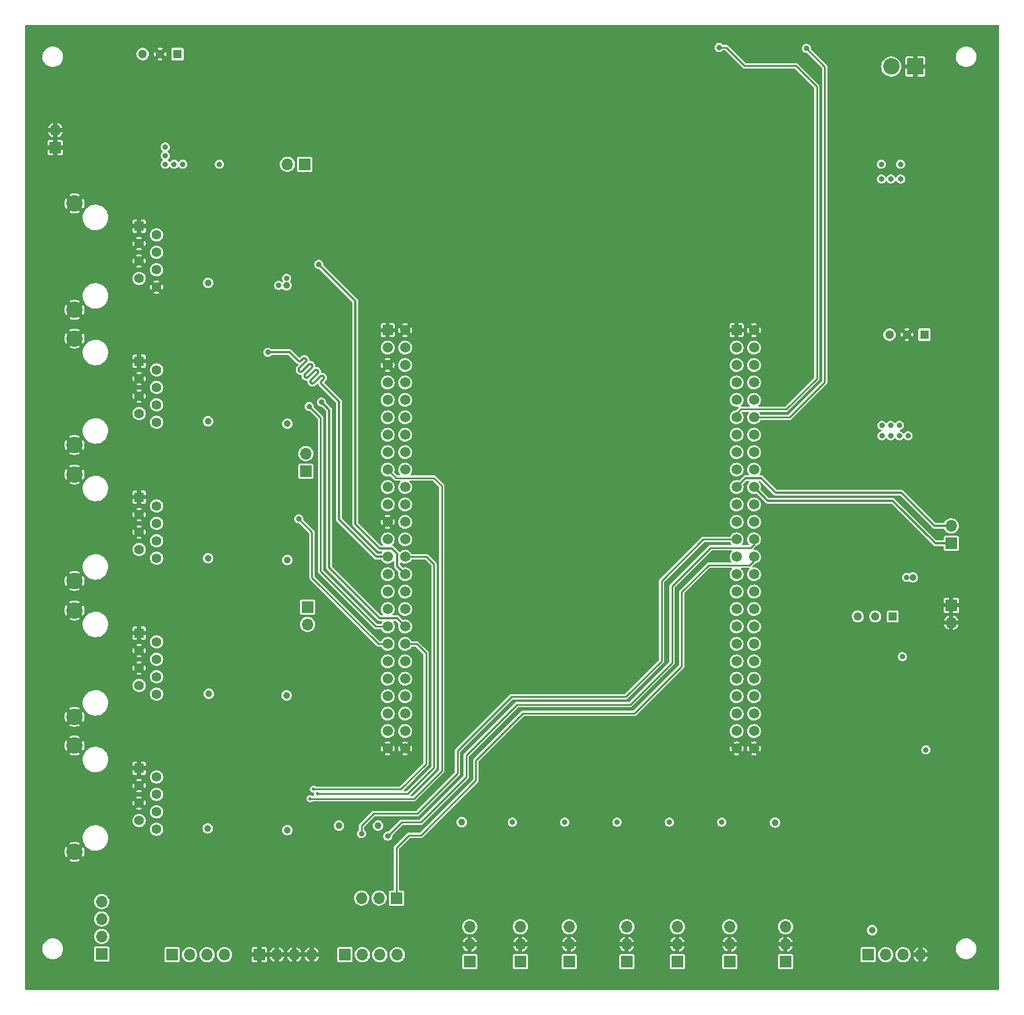
<source format=gbl>
G04 #@! TF.GenerationSoftware,KiCad,Pcbnew,7.0.8*
G04 #@! TF.CreationDate,2023-12-11T18:28:00+01:00*
G04 #@! TF.ProjectId,stm_bob,73746d5f-626f-4622-9e6b-696361645f70,rev?*
G04 #@! TF.SameCoordinates,Original*
G04 #@! TF.FileFunction,Copper,L4,Bot*
G04 #@! TF.FilePolarity,Positive*
%FSLAX46Y46*%
G04 Gerber Fmt 4.6, Leading zero omitted, Abs format (unit mm)*
G04 Created by KiCad (PCBNEW 7.0.8) date 2023-12-11 18:28:00*
%MOMM*%
%LPD*%
G01*
G04 APERTURE LIST*
G04 #@! TA.AperFunction,ComponentPad*
%ADD10R,1.700000X1.700000*%
G04 #@! TD*
G04 #@! TA.AperFunction,ComponentPad*
%ADD11O,1.700000X1.700000*%
G04 #@! TD*
G04 #@! TA.AperFunction,ComponentPad*
%ADD12R,1.408000X1.408000*%
G04 #@! TD*
G04 #@! TA.AperFunction,ComponentPad*
%ADD13C,1.408000*%
G04 #@! TD*
G04 #@! TA.AperFunction,ComponentPad*
%ADD14C,2.400000*%
G04 #@! TD*
G04 #@! TA.AperFunction,ComponentPad*
%ADD15R,1.508000X1.508000*%
G04 #@! TD*
G04 #@! TA.AperFunction,ComponentPad*
%ADD16C,1.508000*%
G04 #@! TD*
G04 #@! TA.AperFunction,ComponentPad*
%ADD17R,2.400000X2.400000*%
G04 #@! TD*
G04 #@! TA.AperFunction,ComponentPad*
%ADD18R,1.300000X1.300000*%
G04 #@! TD*
G04 #@! TA.AperFunction,ComponentPad*
%ADD19C,1.300000*%
G04 #@! TD*
G04 #@! TA.AperFunction,ComponentPad*
%ADD20R,1.218000X1.218000*%
G04 #@! TD*
G04 #@! TA.AperFunction,ComponentPad*
%ADD21C,1.218000*%
G04 #@! TD*
G04 #@! TA.AperFunction,ViaPad*
%ADD22C,0.800000*%
G04 #@! TD*
G04 #@! TA.AperFunction,ViaPad*
%ADD23C,1.000000*%
G04 #@! TD*
G04 #@! TA.AperFunction,ViaPad*
%ADD24C,0.500000*%
G04 #@! TD*
G04 #@! TA.AperFunction,Conductor*
%ADD25C,0.254000*%
G04 #@! TD*
G04 #@! TA.AperFunction,Conductor*
%ADD26C,0.304800*%
G04 #@! TD*
G04 #@! TA.AperFunction,Conductor*
%ADD27C,0.330200*%
G04 #@! TD*
G04 #@! TA.AperFunction,Conductor*
%ADD28C,0.250000*%
G04 #@! TD*
G04 APERTURE END LIST*
D10*
X60711000Y-50673000D03*
D11*
X58171000Y-50673000D03*
D10*
X61087000Y-115189000D03*
D11*
X61087000Y-117729000D03*
D10*
X66558000Y-165862000D03*
D11*
X69098000Y-165862000D03*
X71638000Y-165862000D03*
X74178000Y-165862000D03*
D12*
X36576000Y-138684000D03*
D13*
X39116000Y-139954000D03*
X36576000Y-141224000D03*
X39116000Y-142494000D03*
X36576000Y-143764000D03*
X39116000Y-145034000D03*
X36576000Y-146304000D03*
X39116000Y-147574000D03*
D14*
X27176000Y-135379000D03*
X27176000Y-150879000D03*
D10*
X154813000Y-114935000D03*
D11*
X154813000Y-117475000D03*
D12*
X36576000Y-99187000D03*
D13*
X39116000Y-100457000D03*
X36576000Y-101727000D03*
X39116000Y-102997000D03*
X36576000Y-104267000D03*
X39116000Y-105537000D03*
X36576000Y-106807000D03*
X39116000Y-108077000D03*
D14*
X27176000Y-95882000D03*
X27176000Y-111382000D03*
D10*
X31115000Y-165735000D03*
D11*
X31115000Y-163195000D03*
X31115000Y-160655000D03*
X31115000Y-158115000D03*
D15*
X72771000Y-74855000D03*
D16*
X75311000Y-74855000D03*
X72771000Y-77395000D03*
X75311000Y-77395000D03*
X72771000Y-79935000D03*
X75311000Y-79935000D03*
X72771000Y-82475000D03*
X75311000Y-82475000D03*
X72771000Y-85015000D03*
X75311000Y-85015000D03*
X72771000Y-87555000D03*
X75311000Y-87555000D03*
X72771000Y-90095000D03*
X75311000Y-90095000D03*
X72771000Y-92635000D03*
X75311000Y-92635000D03*
X72771000Y-95175000D03*
X75311000Y-95175000D03*
X72771000Y-97715000D03*
X75311000Y-97715000D03*
X72771000Y-100255000D03*
X75311000Y-100255000D03*
X72771000Y-102795000D03*
X75311000Y-102795000D03*
X72771000Y-105335000D03*
X75311000Y-105335000D03*
X72771000Y-107875000D03*
X75311000Y-107875000D03*
X72771000Y-110415000D03*
X75311000Y-110415000D03*
X72771000Y-112955000D03*
X75311000Y-112955000D03*
X72771000Y-115495000D03*
X75311000Y-115495000D03*
X72771000Y-118035000D03*
X75311000Y-118035000D03*
X72771000Y-120575000D03*
X75311000Y-120575000D03*
X72771000Y-123115000D03*
X75311000Y-123115000D03*
X72771000Y-125655000D03*
X75311000Y-125655000D03*
X72771000Y-128195000D03*
X75311000Y-128195000D03*
X72771000Y-130735000D03*
X75311000Y-130735000D03*
X72771000Y-133275000D03*
X75311000Y-133275000D03*
X72771000Y-135815000D03*
X75311000Y-135815000D03*
D15*
X123571000Y-74855000D03*
D16*
X126111000Y-74855000D03*
X123571000Y-77395000D03*
X126111000Y-77395000D03*
X123571000Y-79935000D03*
X126111000Y-79935000D03*
X123571000Y-82475000D03*
X126111000Y-82475000D03*
X123571000Y-85015000D03*
X126111000Y-85015000D03*
X123571000Y-87555000D03*
X126111000Y-87555000D03*
X123571000Y-90095000D03*
X126111000Y-90095000D03*
X123571000Y-92635000D03*
X126111000Y-92635000D03*
X123571000Y-95175000D03*
X126111000Y-95175000D03*
X123571000Y-97715000D03*
X126111000Y-97715000D03*
X123571000Y-100255000D03*
X126111000Y-100255000D03*
X123571000Y-102795000D03*
X126111000Y-102795000D03*
X123571000Y-105335000D03*
X126111000Y-105335000D03*
X123571000Y-107875000D03*
X126111000Y-107875000D03*
X123571000Y-110415000D03*
X126111000Y-110415000D03*
X123571000Y-112955000D03*
X126111000Y-112955000D03*
X123571000Y-115495000D03*
X126111000Y-115495000D03*
X123571000Y-118035000D03*
X126111000Y-118035000D03*
X123571000Y-120575000D03*
X126111000Y-120575000D03*
X123571000Y-123115000D03*
X126111000Y-123115000D03*
X123571000Y-125655000D03*
X126111000Y-125655000D03*
X123571000Y-128195000D03*
X126111000Y-128195000D03*
X123571000Y-130735000D03*
X126111000Y-130735000D03*
X123571000Y-133275000D03*
X126111000Y-133275000D03*
X123571000Y-135815000D03*
X126111000Y-135815000D03*
D10*
X74041000Y-157607000D03*
D11*
X71501000Y-157607000D03*
X68961000Y-157607000D03*
D17*
X149578000Y-36422000D03*
D14*
X146078000Y-36422000D03*
D10*
X130683000Y-166878000D03*
D11*
X130683000Y-164338000D03*
X130683000Y-161798000D03*
D10*
X92075000Y-166878000D03*
D11*
X92075000Y-164338000D03*
X92075000Y-161798000D03*
D10*
X99187000Y-166878000D03*
D11*
X99187000Y-164338000D03*
X99187000Y-161798000D03*
D10*
X84709000Y-166878000D03*
D11*
X84709000Y-164338000D03*
X84709000Y-161798000D03*
D12*
X36576000Y-79375000D03*
D13*
X39116000Y-80645000D03*
X36576000Y-81915000D03*
X39116000Y-83185000D03*
X36576000Y-84455000D03*
X39116000Y-85725000D03*
X36576000Y-86995000D03*
X39116000Y-88265000D03*
D14*
X27176000Y-76070000D03*
X27176000Y-91570000D03*
D10*
X41402000Y-165862000D03*
D11*
X43942000Y-165862000D03*
X46482000Y-165862000D03*
X49022000Y-165862000D03*
D10*
X114935000Y-166878000D03*
D11*
X114935000Y-164338000D03*
X114935000Y-161798000D03*
D12*
X36576000Y-118999000D03*
D13*
X39116000Y-120269000D03*
X36576000Y-121539000D03*
X39116000Y-122809000D03*
X36576000Y-124079000D03*
X39116000Y-125349000D03*
X36576000Y-126619000D03*
X39116000Y-127889000D03*
D14*
X27176000Y-115694000D03*
X27176000Y-131194000D03*
D12*
X36576000Y-59690000D03*
D13*
X39116000Y-60960000D03*
X36576000Y-62230000D03*
X39116000Y-63500000D03*
X36576000Y-64770000D03*
X39116000Y-66040000D03*
X36576000Y-67310000D03*
X39116000Y-68580000D03*
D14*
X27176000Y-56385000D03*
X27176000Y-71885000D03*
D10*
X154813000Y-105918000D03*
D11*
X154813000Y-103378000D03*
D10*
X54102000Y-165862000D03*
D11*
X56642000Y-165862000D03*
X59182000Y-165862000D03*
X61722000Y-165862000D03*
D18*
X42164000Y-34616500D03*
D19*
X39624000Y-34616500D03*
X37084000Y-34616500D03*
D18*
X150922398Y-75500537D03*
D19*
X148382398Y-75500537D03*
X145842398Y-75500537D03*
D10*
X60833000Y-95382000D03*
D11*
X60833000Y-92842000D03*
D10*
X142748000Y-165862000D03*
D11*
X145288000Y-165862000D03*
X147828000Y-165862000D03*
X150368000Y-165862000D03*
D10*
X24384000Y-48260000D03*
D11*
X24384000Y-45720000D03*
D20*
X146302580Y-116575882D03*
D21*
X143762580Y-116575882D03*
X141222580Y-116575882D03*
D10*
X107569000Y-166878000D03*
D11*
X107569000Y-164338000D03*
X107569000Y-161798000D03*
D10*
X122555000Y-166878000D03*
D11*
X122555000Y-164338000D03*
X122555000Y-161798000D03*
D22*
X106426000Y-136271000D03*
X98044000Y-136271000D03*
X90805000Y-136271000D03*
D23*
X143299058Y-162306661D03*
D22*
X147701000Y-122428000D03*
X146050000Y-52832000D03*
X144653000Y-50673000D03*
X148336000Y-110871000D03*
X144653000Y-52832000D03*
D23*
X149225000Y-110871000D03*
D22*
X147447000Y-52832000D03*
X147447000Y-50673000D03*
D24*
X61482986Y-143139414D03*
D22*
X55321200Y-78079600D03*
D24*
X62534800Y-142392400D03*
D22*
X62738000Y-65278000D03*
X61341000Y-85979000D03*
X63119000Y-85344000D03*
X59817000Y-102362000D03*
D24*
X61976000Y-141732000D03*
D23*
X46609000Y-108077000D03*
X46615350Y-67945000D03*
D22*
X42926000Y-50673000D03*
X40386000Y-50673000D03*
X48260000Y-50673000D03*
X40386000Y-49439500D03*
D23*
X46736000Y-127838000D03*
D22*
X40386000Y-48169500D03*
X41656000Y-50673000D03*
D23*
X46615350Y-88138000D03*
X46583600Y-147447000D03*
D22*
X56896000Y-68326000D03*
X106172000Y-146558000D03*
X147269200Y-90246200D03*
D23*
X58166000Y-147701000D03*
X58039000Y-68326000D03*
X65659000Y-147066000D03*
D22*
X151130000Y-136017000D03*
X147269200Y-88722200D03*
X144729200Y-88722200D03*
D23*
X58166000Y-88493600D03*
D22*
X144729200Y-90246200D03*
D23*
X71374000Y-147066000D03*
D22*
X58039000Y-67310000D03*
X98552000Y-146558000D03*
D23*
X129160732Y-146600910D03*
D22*
X113792000Y-146558000D03*
D23*
X83566000Y-146558000D03*
D22*
X145999200Y-88722200D03*
X121412000Y-146558000D03*
D23*
X58039000Y-128066600D03*
D22*
X90932000Y-146558000D03*
X148539200Y-90246200D03*
D23*
X58166000Y-108331000D03*
D22*
X145999200Y-90246200D03*
X121031000Y-33655000D03*
X133731000Y-33782000D03*
X72771000Y-148590000D03*
X68961000Y-148209000D03*
X138938000Y-105664000D03*
X56134000Y-98933000D03*
X140970000Y-97663000D03*
X49530000Y-79375000D03*
X141183949Y-100836634D03*
X60198000Y-105918000D03*
D23*
X46990000Y-45629500D03*
D22*
X123698000Y-33782000D03*
D23*
X154305000Y-87376000D03*
D22*
X53213000Y-61468000D03*
X72771000Y-72644000D03*
X139700000Y-140208000D03*
X53975000Y-66802000D03*
X44069000Y-146558000D03*
X157561110Y-147576782D03*
X53721000Y-126822000D03*
X51847750Y-66802000D03*
X149987000Y-116586000D03*
D23*
X155321000Y-87376000D03*
D22*
X129667000Y-113030000D03*
X151852000Y-157734000D03*
D23*
X151943689Y-58609026D03*
D22*
X126111000Y-72517000D03*
X136947351Y-152305162D03*
X85852000Y-125857000D03*
D23*
X138557000Y-35433000D03*
X156274973Y-66531269D03*
D22*
X53848000Y-87249000D03*
X75311000Y-72644000D03*
X52832000Y-141732000D03*
X53848000Y-146431000D03*
D23*
X60960000Y-41529000D03*
D22*
X51816000Y-87249000D03*
X157226000Y-109347000D03*
X49276000Y-98552000D03*
X110363000Y-33655000D03*
X53879750Y-107061000D03*
X152781000Y-100584000D03*
X51816000Y-146431000D03*
X139446000Y-129413000D03*
X119380000Y-125603000D03*
X31115000Y-43942000D03*
X147447000Y-109093000D03*
X56134000Y-79375000D03*
D23*
X53086000Y-46609000D03*
D22*
X51847750Y-107086400D03*
X152654000Y-133858000D03*
X123571000Y-72517000D03*
X53086000Y-121793000D03*
X156337000Y-132969000D03*
D23*
X154305000Y-88519000D03*
X154305000Y-86360000D03*
D22*
X51740500Y-126822000D03*
X152146000Y-142113000D03*
D25*
X68961000Y-147066000D02*
X68961000Y-148209000D01*
X70739000Y-145288000D02*
X68961000Y-147066000D01*
X77089000Y-145288000D02*
X70739000Y-145288000D01*
X82931000Y-136144000D02*
X82931000Y-139446000D01*
X107442000Y-128270000D02*
X90805000Y-128270000D01*
X82931000Y-139446000D02*
X77089000Y-145288000D01*
X112649000Y-111379000D02*
X112649000Y-123063000D01*
X118693000Y-105335000D02*
X112649000Y-111379000D01*
X112649000Y-123063000D02*
X107442000Y-128270000D01*
X90805000Y-128270000D02*
X82931000Y-136144000D01*
X123571000Y-105335000D02*
X118693000Y-105335000D01*
D26*
X124893000Y-96393000D02*
X123571000Y-97715000D01*
X127127000Y-96393000D02*
X124893000Y-96393000D01*
X129286000Y-98552000D02*
X127127000Y-96393000D01*
X152400000Y-103378000D02*
X147574000Y-98552000D01*
X154813000Y-103378000D02*
X152400000Y-103378000D01*
X147574000Y-98552000D02*
X129286000Y-98552000D01*
X146304000Y-99695000D02*
X128091000Y-99695000D01*
X152527000Y-105918000D02*
X146304000Y-99695000D01*
X128091000Y-99695000D02*
X126111000Y-97715000D01*
X154813000Y-105918000D02*
X152527000Y-105918000D01*
D25*
X71426000Y-120575000D02*
X72771000Y-120575000D01*
X61722000Y-110871000D02*
X71426000Y-120575000D01*
X61722000Y-104267000D02*
X61722000Y-110871000D01*
X59817000Y-102362000D02*
X61722000Y-104267000D01*
X80645000Y-139065000D02*
X80645000Y-97536000D01*
X76570586Y-143139414D02*
X80645000Y-139065000D01*
X79502000Y-96393000D02*
X73989000Y-96393000D01*
X73989000Y-96393000D02*
X72771000Y-95175000D01*
X61482986Y-143139414D02*
X76570586Y-143139414D01*
X80645000Y-97536000D02*
X79502000Y-96393000D01*
D27*
X61720697Y-80288748D02*
X60730746Y-81278695D01*
X62003537Y-82551484D02*
X62003536Y-82551485D01*
X60872170Y-79440223D02*
X60872171Y-79440222D01*
X55321200Y-78079600D02*
X58521600Y-78079600D01*
X63417749Y-81985800D02*
X63134905Y-82268641D01*
X60306485Y-80854432D02*
X60306484Y-80854433D01*
X65659000Y-85217000D02*
X65659000Y-102438200D01*
X60872171Y-79440222D02*
X59882220Y-80430169D01*
X63134906Y-82692906D02*
X65659000Y-85217000D01*
X61155010Y-81702959D02*
X62144957Y-80713008D01*
X58521600Y-78079600D02*
X59740800Y-79298800D01*
X71095800Y-107875000D02*
X72771000Y-107875000D01*
X60306484Y-80854433D02*
X61296431Y-79864482D01*
X62569222Y-81137275D02*
X62569223Y-81137274D01*
X61720696Y-80288749D02*
X61720697Y-80288748D01*
X60165064Y-79298800D02*
X60447907Y-79015958D01*
X65659000Y-102438200D02*
X71095800Y-107875000D01*
X63134905Y-82692905D02*
X63134906Y-82692906D01*
X62003536Y-82551485D02*
X62993483Y-81561534D01*
X61155011Y-81702958D02*
X61155010Y-81702959D01*
X63417748Y-81985801D02*
X63417749Y-81985800D01*
X60165065Y-79298799D02*
X60165064Y-79298800D01*
X62569223Y-81137274D02*
X61579272Y-82127221D01*
X59882269Y-80854384D02*
G75*
G03*
X60306484Y-80854431I212131J212084D01*
G01*
X60872180Y-79440233D02*
G75*
G03*
X60872171Y-79015958I-212180J212133D01*
G01*
X60730719Y-81278668D02*
G75*
G03*
X60730746Y-81702959I212181J-212132D01*
G01*
X61720679Y-80288732D02*
G75*
G03*
X61720696Y-79864485I-212079J212132D01*
G01*
X59882219Y-80430168D02*
G75*
G03*
X59882220Y-80854433I212181J-212132D01*
G01*
X63417734Y-81561551D02*
G75*
G03*
X62993483Y-81561534I-212134J-212149D01*
G01*
X60872170Y-79015959D02*
G75*
G03*
X60447908Y-79015959I-212131J-212131D01*
G01*
X59740769Y-79298831D02*
G75*
G03*
X60165064Y-79298798I212131J212131D01*
G01*
X61579268Y-82551489D02*
G75*
G03*
X62003537Y-82551484I212132J212089D01*
G01*
X62569179Y-81137232D02*
G75*
G03*
X62569222Y-80713011I-212079J212132D01*
G01*
X61720734Y-79864447D02*
G75*
G03*
X61296431Y-79864482I-212134J-212153D01*
G01*
X63134932Y-82268668D02*
G75*
G03*
X63134905Y-82692905I212068J-212132D01*
G01*
X60730768Y-81702937D02*
G75*
G03*
X61155011Y-81702958I212132J212137D01*
G01*
X63417780Y-81985833D02*
G75*
G03*
X63417749Y-81561536I-212180J212133D01*
G01*
X61579320Y-82127269D02*
G75*
G03*
X61579273Y-82551484I212080J-212131D01*
G01*
X62569234Y-80712999D02*
G75*
G03*
X62144957Y-80713008I-212134J-212101D01*
G01*
D25*
X79502000Y-108966000D02*
X78411000Y-107875000D01*
X75692000Y-142392400D02*
X79502000Y-138582400D01*
X79502000Y-138582400D02*
X79502000Y-108966000D01*
X78411000Y-107875000D02*
X75311000Y-107875000D01*
X62534800Y-142392400D02*
X75692000Y-142392400D01*
D27*
X74168000Y-107442000D02*
X73406000Y-106680000D01*
X73406000Y-106680000D02*
X71628000Y-106680000D01*
X68072000Y-103124000D02*
X68072000Y-70612000D01*
X71628000Y-106680000D02*
X68072000Y-103124000D01*
X74168000Y-109272000D02*
X74168000Y-107442000D01*
X68072000Y-70612000D02*
X62738000Y-65278000D01*
X75311000Y-110415000D02*
X74168000Y-109272000D01*
D28*
X62992000Y-87630000D02*
X62992000Y-109982000D01*
X71045000Y-118035000D02*
X72771000Y-118035000D01*
X61341000Y-85979000D02*
X62992000Y-87630000D01*
X62992000Y-109982000D02*
X71045000Y-118035000D01*
D27*
X64262000Y-86487000D02*
X64262000Y-109474000D01*
X75311000Y-117983000D02*
X75311000Y-118035000D01*
X64262000Y-109474000D02*
X71628000Y-116840000D01*
X63119000Y-85344000D02*
X64262000Y-86487000D01*
X74168000Y-116840000D02*
X75311000Y-117983000D01*
X71628000Y-116840000D02*
X74168000Y-116840000D01*
D25*
X78359000Y-138049000D02*
X78359000Y-121920000D01*
X74676000Y-141732000D02*
X78359000Y-138049000D01*
X78359000Y-121920000D02*
X77014000Y-120575000D01*
X61976000Y-141732000D02*
X74676000Y-141732000D01*
X77014000Y-120575000D02*
X75311000Y-120575000D01*
X135255000Y-39370000D02*
X132207000Y-36322000D01*
X124714000Y-36322000D02*
X122047000Y-33655000D01*
X130810000Y-86360000D02*
X135255000Y-81915000D01*
X122047000Y-33655000D02*
X121031000Y-33655000D01*
X132207000Y-36322000D02*
X124714000Y-36322000D01*
X123571000Y-87555000D02*
X123571000Y-86995000D01*
X135255000Y-81915000D02*
X135255000Y-39370000D01*
X123571000Y-86995000D02*
X124206000Y-86360000D01*
X124206000Y-86360000D02*
X130810000Y-86360000D01*
X133731000Y-33782000D02*
X136398000Y-36449000D01*
X136398000Y-82423000D02*
X131266000Y-87555000D01*
X136398000Y-36449000D02*
X136398000Y-82423000D01*
X131266000Y-87555000D02*
X126111000Y-87555000D01*
X108712000Y-130683000D02*
X115570000Y-123825000D01*
X126111000Y-108458000D02*
X126111000Y-107875000D01*
X115570000Y-123825000D02*
X115570000Y-113030000D01*
X92456000Y-130683000D02*
X108712000Y-130683000D01*
X77597000Y-148463000D02*
X85598000Y-140462000D01*
X74041000Y-150241000D02*
X75819000Y-148463000D01*
X115570000Y-113030000D02*
X119507000Y-109093000D01*
X85598000Y-137541000D02*
X92456000Y-130683000D01*
X75819000Y-148463000D02*
X77597000Y-148463000D01*
X125476000Y-109093000D02*
X126111000Y-108458000D01*
X119507000Y-109093000D02*
X125476000Y-109093000D01*
X85598000Y-140462000D02*
X85598000Y-137541000D01*
X74041000Y-157607000D02*
X74041000Y-150241000D01*
X126111000Y-105335000D02*
X126111000Y-106045000D01*
X114173000Y-123317000D02*
X108077000Y-129413000D01*
X108077000Y-129413000D02*
X91567000Y-129413000D01*
X119761000Y-106553000D02*
X114173000Y-112141000D01*
X125603000Y-106553000D02*
X119761000Y-106553000D01*
X84201000Y-136779000D02*
X84201000Y-139954000D01*
X126111000Y-106045000D02*
X125603000Y-106553000D01*
X77597000Y-146558000D02*
X74803000Y-146558000D01*
X114173000Y-112141000D02*
X114173000Y-123317000D01*
X91567000Y-129413000D02*
X84201000Y-136779000D01*
X74803000Y-146558000D02*
X72771000Y-148590000D01*
X84201000Y-139954000D02*
X77597000Y-146558000D01*
G04 #@! TA.AperFunction,Conductor*
G36*
X161745955Y-30370986D02*
G01*
X161787761Y-30419233D01*
X161798000Y-30466300D01*
X161798000Y-170886200D01*
X161780014Y-170947455D01*
X161731767Y-170989261D01*
X161684700Y-170999500D01*
X20113800Y-170999500D01*
X20052545Y-170981514D01*
X20010739Y-170933267D01*
X20000500Y-170886200D01*
X20000500Y-167753067D01*
X83604500Y-167753067D01*
X83619266Y-167827301D01*
X83619266Y-167827302D01*
X83675514Y-167911483D01*
X83675516Y-167911485D01*
X83759694Y-167967731D01*
X83759696Y-167967732D01*
X83759699Y-167967734D01*
X83833933Y-167982500D01*
X85584066Y-167982499D01*
X85584067Y-167982499D01*
X85596382Y-167980049D01*
X85658301Y-167967734D01*
X85742484Y-167911484D01*
X85798734Y-167827301D01*
X85813500Y-167753067D01*
X90970500Y-167753067D01*
X90985266Y-167827301D01*
X90985266Y-167827302D01*
X91041514Y-167911483D01*
X91041516Y-167911485D01*
X91125694Y-167967731D01*
X91125696Y-167967732D01*
X91125699Y-167967734D01*
X91199933Y-167982500D01*
X92950066Y-167982499D01*
X92950067Y-167982499D01*
X92962382Y-167980049D01*
X93024301Y-167967734D01*
X93108484Y-167911484D01*
X93164734Y-167827301D01*
X93179500Y-167753067D01*
X98082500Y-167753067D01*
X98097266Y-167827301D01*
X98097266Y-167827302D01*
X98153514Y-167911483D01*
X98153516Y-167911485D01*
X98237694Y-167967731D01*
X98237696Y-167967732D01*
X98237699Y-167967734D01*
X98311933Y-167982500D01*
X100062066Y-167982499D01*
X100062067Y-167982499D01*
X100074382Y-167980049D01*
X100136301Y-167967734D01*
X100220484Y-167911484D01*
X100276734Y-167827301D01*
X100291500Y-167753067D01*
X106464500Y-167753067D01*
X106479266Y-167827301D01*
X106479266Y-167827302D01*
X106535514Y-167911483D01*
X106535516Y-167911485D01*
X106619694Y-167967731D01*
X106619696Y-167967732D01*
X106619699Y-167967734D01*
X106693933Y-167982500D01*
X108444066Y-167982499D01*
X108444067Y-167982499D01*
X108456382Y-167980049D01*
X108518301Y-167967734D01*
X108602484Y-167911484D01*
X108658734Y-167827301D01*
X108673500Y-167753067D01*
X113830500Y-167753067D01*
X113845266Y-167827301D01*
X113845266Y-167827302D01*
X113901514Y-167911483D01*
X113901516Y-167911485D01*
X113985694Y-167967731D01*
X113985696Y-167967732D01*
X113985699Y-167967734D01*
X114059933Y-167982500D01*
X115810066Y-167982499D01*
X115810067Y-167982499D01*
X115822382Y-167980049D01*
X115884301Y-167967734D01*
X115968484Y-167911484D01*
X116024734Y-167827301D01*
X116039500Y-167753067D01*
X121450500Y-167753067D01*
X121465266Y-167827301D01*
X121465266Y-167827302D01*
X121521514Y-167911483D01*
X121521516Y-167911485D01*
X121605694Y-167967731D01*
X121605696Y-167967732D01*
X121605699Y-167967734D01*
X121679933Y-167982500D01*
X123430066Y-167982499D01*
X123430067Y-167982499D01*
X123442382Y-167980049D01*
X123504301Y-167967734D01*
X123588484Y-167911484D01*
X123644734Y-167827301D01*
X123659500Y-167753067D01*
X129578500Y-167753067D01*
X129593266Y-167827301D01*
X129593266Y-167827302D01*
X129649514Y-167911483D01*
X129649516Y-167911485D01*
X129733694Y-167967731D01*
X129733696Y-167967732D01*
X129733699Y-167967734D01*
X129807933Y-167982500D01*
X131558066Y-167982499D01*
X131558067Y-167982499D01*
X131570382Y-167980049D01*
X131632301Y-167967734D01*
X131716484Y-167911484D01*
X131772734Y-167827301D01*
X131787500Y-167753067D01*
X131787499Y-166737067D01*
X141643500Y-166737067D01*
X141658266Y-166811301D01*
X141658266Y-166811302D01*
X141714514Y-166895483D01*
X141714516Y-166895485D01*
X141798694Y-166951731D01*
X141798696Y-166951732D01*
X141798699Y-166951734D01*
X141872933Y-166966500D01*
X143623066Y-166966499D01*
X143623067Y-166966499D01*
X143635382Y-166964049D01*
X143697301Y-166951734D01*
X143781484Y-166895484D01*
X143781726Y-166895123D01*
X143837731Y-166811305D01*
X143837733Y-166811302D01*
X143837734Y-166811301D01*
X143852500Y-166737067D01*
X143852499Y-165862000D01*
X144178768Y-165862000D01*
X144197655Y-166065822D01*
X144253673Y-166262704D01*
X144344909Y-166445929D01*
X144344913Y-166445936D01*
X144468266Y-166609283D01*
X144619534Y-166747183D01*
X144619536Y-166747184D01*
X144619538Y-166747186D01*
X144793573Y-166854944D01*
X144984444Y-166928888D01*
X145185653Y-166966500D01*
X145185656Y-166966500D01*
X145390344Y-166966500D01*
X145390347Y-166966500D01*
X145591556Y-166928888D01*
X145782427Y-166854944D01*
X145956462Y-166747186D01*
X146107732Y-166609285D01*
X146231088Y-166445935D01*
X146322328Y-166262701D01*
X146378345Y-166065821D01*
X146397232Y-165862000D01*
X146718768Y-165862000D01*
X146737655Y-166065822D01*
X146793673Y-166262704D01*
X146884909Y-166445929D01*
X146884913Y-166445936D01*
X147008266Y-166609283D01*
X147159534Y-166747183D01*
X147159536Y-166747184D01*
X147159538Y-166747186D01*
X147333573Y-166854944D01*
X147524444Y-166928888D01*
X147725653Y-166966500D01*
X147725656Y-166966500D01*
X147930344Y-166966500D01*
X147930347Y-166966500D01*
X148131556Y-166928888D01*
X148322427Y-166854944D01*
X148496462Y-166747186D01*
X148647732Y-166609285D01*
X148771088Y-166445935D01*
X148862328Y-166262701D01*
X148886001Y-166179500D01*
X149310519Y-166179500D01*
X149334141Y-166262521D01*
X149334141Y-166262522D01*
X149425336Y-166445665D01*
X149425340Y-166445672D01*
X149548637Y-166608945D01*
X149699839Y-166746785D01*
X149873794Y-166854492D01*
X149873802Y-166854496D01*
X150050500Y-166922949D01*
X150050500Y-166248479D01*
X150094900Y-166286952D01*
X150225685Y-166346680D01*
X150332237Y-166362000D01*
X150403763Y-166362000D01*
X150510315Y-166346680D01*
X150641100Y-166286952D01*
X150685500Y-166248479D01*
X150685500Y-166922949D01*
X150862197Y-166854496D01*
X150862205Y-166854492D01*
X151036160Y-166746785D01*
X151187362Y-166608945D01*
X151310659Y-166445672D01*
X151310663Y-166445665D01*
X151401858Y-166262522D01*
X151401858Y-166262521D01*
X151425481Y-166179500D01*
X150758307Y-166179500D01*
X150827493Y-166071844D01*
X150868000Y-165933889D01*
X150868000Y-165790111D01*
X150827493Y-165652156D01*
X150758307Y-165544500D01*
X151425480Y-165544500D01*
X151401858Y-165461478D01*
X151401858Y-165461477D01*
X151310663Y-165278334D01*
X151310659Y-165278327D01*
X151194371Y-165124335D01*
X155499500Y-165124335D01*
X155539158Y-165362000D01*
X155540430Y-165369617D01*
X155621174Y-165604816D01*
X155739524Y-165823507D01*
X155739529Y-165823514D01*
X155892259Y-166019741D01*
X155892262Y-166019744D01*
X156075215Y-166188164D01*
X156189307Y-166262704D01*
X156283395Y-166324174D01*
X156283396Y-166324175D01*
X156408476Y-166379039D01*
X156511119Y-166424063D01*
X156511124Y-166424064D01*
X156511126Y-166424065D01*
X156752179Y-166485108D01*
X156937933Y-166500500D01*
X156937938Y-166500500D01*
X157062062Y-166500500D01*
X157062067Y-166500500D01*
X157247821Y-166485108D01*
X157488881Y-166424063D01*
X157671726Y-166343859D01*
X157716603Y-166324175D01*
X157716603Y-166324174D01*
X157716607Y-166324173D01*
X157924785Y-166188164D01*
X158107738Y-166019744D01*
X158260474Y-165823509D01*
X158378828Y-165604810D01*
X158459571Y-165369614D01*
X158500500Y-165124335D01*
X158500500Y-164875665D01*
X158459571Y-164630386D01*
X158378828Y-164395190D01*
X158378826Y-164395186D01*
X158378825Y-164395183D01*
X158260475Y-164176492D01*
X158260470Y-164176485D01*
X158107740Y-163980258D01*
X158107736Y-163980254D01*
X158066488Y-163942283D01*
X157924785Y-163811836D01*
X157716607Y-163675827D01*
X157716604Y-163675825D01*
X157716603Y-163675824D01*
X157488881Y-163575937D01*
X157488873Y-163575934D01*
X157247820Y-163514891D01*
X157119864Y-163504289D01*
X157062067Y-163499500D01*
X156937933Y-163499500D01*
X156883521Y-163504008D01*
X156752179Y-163514891D01*
X156511126Y-163575934D01*
X156511118Y-163575937D01*
X156283396Y-163675824D01*
X156283395Y-163675825D01*
X156075220Y-163811832D01*
X156075217Y-163811834D01*
X156075215Y-163811836D01*
X155999527Y-163881511D01*
X155892263Y-163980254D01*
X155892259Y-163980258D01*
X155739529Y-164176485D01*
X155739524Y-164176492D01*
X155621174Y-164395183D01*
X155540430Y-164630382D01*
X155540429Y-164630386D01*
X155499500Y-164875665D01*
X155499500Y-165124335D01*
X151194371Y-165124335D01*
X151187362Y-165115054D01*
X151036160Y-164977214D01*
X150862205Y-164869507D01*
X150862197Y-164869503D01*
X150685500Y-164801050D01*
X150685500Y-165475520D01*
X150641100Y-165437048D01*
X150510315Y-165377320D01*
X150403763Y-165362000D01*
X150332237Y-165362000D01*
X150225685Y-165377320D01*
X150094900Y-165437048D01*
X150050500Y-165475520D01*
X150050500Y-164801050D01*
X149873802Y-164869503D01*
X149873794Y-164869507D01*
X149699839Y-164977214D01*
X149548637Y-165115054D01*
X149425340Y-165278327D01*
X149425336Y-165278334D01*
X149334141Y-165461477D01*
X149334141Y-165461478D01*
X149310519Y-165544500D01*
X149977693Y-165544500D01*
X149908507Y-165652156D01*
X149868000Y-165790111D01*
X149868000Y-165933889D01*
X149908507Y-166071844D01*
X149977693Y-166179500D01*
X149310519Y-166179500D01*
X148886001Y-166179500D01*
X148918345Y-166065821D01*
X148937232Y-165862000D01*
X148918345Y-165658179D01*
X148862328Y-165461299D01*
X148771088Y-165278065D01*
X148647732Y-165114715D01*
X148507616Y-164986982D01*
X148496465Y-164976816D01*
X148496462Y-164976814D01*
X148322427Y-164869056D01*
X148322423Y-164869054D01*
X148322421Y-164869053D01*
X148131556Y-164795112D01*
X147930347Y-164757500D01*
X147725653Y-164757500D01*
X147574826Y-164785694D01*
X147524443Y-164795112D01*
X147333578Y-164869053D01*
X147333575Y-164869055D01*
X147333574Y-164869055D01*
X147333573Y-164869056D01*
X147275561Y-164904975D01*
X147159534Y-164976816D01*
X147008266Y-165114716D01*
X146884913Y-165278063D01*
X146884909Y-165278070D01*
X146793673Y-165461295D01*
X146737655Y-165658177D01*
X146718768Y-165862000D01*
X146397232Y-165862000D01*
X146378345Y-165658179D01*
X146322328Y-165461299D01*
X146231088Y-165278065D01*
X146107732Y-165114715D01*
X145967616Y-164986982D01*
X145956465Y-164976816D01*
X145956462Y-164976814D01*
X145782427Y-164869056D01*
X145782423Y-164869054D01*
X145782421Y-164869053D01*
X145591556Y-164795112D01*
X145390347Y-164757500D01*
X145185653Y-164757500D01*
X145034826Y-164785694D01*
X144984443Y-164795112D01*
X144793578Y-164869053D01*
X144793575Y-164869055D01*
X144793574Y-164869055D01*
X144793573Y-164869056D01*
X144735561Y-164904975D01*
X144619534Y-164976816D01*
X144468266Y-165114716D01*
X144344913Y-165278063D01*
X144344909Y-165278070D01*
X144253673Y-165461295D01*
X144197655Y-165658177D01*
X144178768Y-165862000D01*
X143852499Y-165862000D01*
X143852499Y-164986934D01*
X143837734Y-164912699D01*
X143837731Y-164912694D01*
X143781485Y-164828516D01*
X143781483Y-164828514D01*
X143697305Y-164772268D01*
X143697299Y-164772265D01*
X143623067Y-164757500D01*
X141872932Y-164757500D01*
X141798698Y-164772266D01*
X141798697Y-164772266D01*
X141714516Y-164828514D01*
X141714514Y-164828516D01*
X141658268Y-164912694D01*
X141658265Y-164912700D01*
X141643500Y-164986929D01*
X141643500Y-166737067D01*
X131787499Y-166737067D01*
X131787499Y-166002934D01*
X131772734Y-165928699D01*
X131728167Y-165862000D01*
X131716485Y-165844516D01*
X131716483Y-165844514D01*
X131632305Y-165788268D01*
X131632299Y-165788265D01*
X131558067Y-165773500D01*
X129807932Y-165773500D01*
X129733698Y-165788266D01*
X129733697Y-165788266D01*
X129649516Y-165844514D01*
X129649514Y-165844516D01*
X129593268Y-165928694D01*
X129593265Y-165928700D01*
X129578500Y-166002929D01*
X129578500Y-167753067D01*
X123659500Y-167753067D01*
X123659499Y-166002934D01*
X123644734Y-165928699D01*
X123600167Y-165862000D01*
X123588485Y-165844516D01*
X123588483Y-165844514D01*
X123504305Y-165788268D01*
X123504299Y-165788265D01*
X123430067Y-165773500D01*
X121679932Y-165773500D01*
X121605698Y-165788266D01*
X121605697Y-165788266D01*
X121521516Y-165844514D01*
X121521514Y-165844516D01*
X121465268Y-165928694D01*
X121465265Y-165928700D01*
X121450500Y-166002929D01*
X121450500Y-167753067D01*
X116039500Y-167753067D01*
X116039499Y-166002934D01*
X116024734Y-165928699D01*
X115980167Y-165862000D01*
X115968485Y-165844516D01*
X115968483Y-165844514D01*
X115884305Y-165788268D01*
X115884299Y-165788265D01*
X115810067Y-165773500D01*
X114059932Y-165773500D01*
X113985698Y-165788266D01*
X113985697Y-165788266D01*
X113901516Y-165844514D01*
X113901514Y-165844516D01*
X113845268Y-165928694D01*
X113845265Y-165928700D01*
X113830500Y-166002929D01*
X113830500Y-167753067D01*
X108673500Y-167753067D01*
X108673499Y-166002934D01*
X108658734Y-165928699D01*
X108614167Y-165862000D01*
X108602485Y-165844516D01*
X108602483Y-165844514D01*
X108518305Y-165788268D01*
X108518299Y-165788265D01*
X108444067Y-165773500D01*
X106693932Y-165773500D01*
X106619698Y-165788266D01*
X106619697Y-165788266D01*
X106535516Y-165844514D01*
X106535514Y-165844516D01*
X106479268Y-165928694D01*
X106479265Y-165928700D01*
X106464500Y-166002929D01*
X106464500Y-167753067D01*
X100291500Y-167753067D01*
X100291499Y-166002934D01*
X100276734Y-165928699D01*
X100232167Y-165862000D01*
X100220485Y-165844516D01*
X100220483Y-165844514D01*
X100136305Y-165788268D01*
X100136299Y-165788265D01*
X100062067Y-165773500D01*
X98311932Y-165773500D01*
X98237698Y-165788266D01*
X98237697Y-165788266D01*
X98153516Y-165844514D01*
X98153514Y-165844516D01*
X98097268Y-165928694D01*
X98097265Y-165928700D01*
X98082500Y-166002929D01*
X98082500Y-167753067D01*
X93179500Y-167753067D01*
X93179499Y-166002934D01*
X93164734Y-165928699D01*
X93120167Y-165862000D01*
X93108485Y-165844516D01*
X93108483Y-165844514D01*
X93024305Y-165788268D01*
X93024299Y-165788265D01*
X92950067Y-165773500D01*
X91199932Y-165773500D01*
X91125698Y-165788266D01*
X91125697Y-165788266D01*
X91041516Y-165844514D01*
X91041514Y-165844516D01*
X90985268Y-165928694D01*
X90985265Y-165928700D01*
X90970500Y-166002929D01*
X90970500Y-167753067D01*
X85813500Y-167753067D01*
X85813499Y-166002934D01*
X85798734Y-165928699D01*
X85754167Y-165862000D01*
X85742485Y-165844516D01*
X85742483Y-165844514D01*
X85658305Y-165788268D01*
X85658299Y-165788265D01*
X85584067Y-165773500D01*
X83833932Y-165773500D01*
X83759698Y-165788266D01*
X83759697Y-165788266D01*
X83675516Y-165844514D01*
X83675514Y-165844516D01*
X83619268Y-165928694D01*
X83619265Y-165928700D01*
X83604500Y-166002929D01*
X83604500Y-167753067D01*
X20000500Y-167753067D01*
X20000500Y-166610067D01*
X30010500Y-166610067D01*
X30025266Y-166684301D01*
X30025266Y-166684302D01*
X30081514Y-166768483D01*
X30081516Y-166768485D01*
X30165694Y-166824731D01*
X30165696Y-166824732D01*
X30165699Y-166824734D01*
X30239933Y-166839500D01*
X31990066Y-166839499D01*
X31990067Y-166839499D01*
X32002382Y-166837049D01*
X32064301Y-166824734D01*
X32148484Y-166768484D01*
X32169475Y-166737070D01*
X32169477Y-166737067D01*
X40297500Y-166737067D01*
X40312266Y-166811301D01*
X40312266Y-166811302D01*
X40368514Y-166895483D01*
X40368516Y-166895485D01*
X40452694Y-166951731D01*
X40452696Y-166951732D01*
X40452699Y-166951734D01*
X40526933Y-166966500D01*
X42277066Y-166966499D01*
X42277067Y-166966499D01*
X42289382Y-166964049D01*
X42351301Y-166951734D01*
X42435484Y-166895484D01*
X42435726Y-166895123D01*
X42491731Y-166811305D01*
X42491733Y-166811302D01*
X42491734Y-166811301D01*
X42506500Y-166737067D01*
X42506499Y-165862000D01*
X42832768Y-165862000D01*
X42851655Y-166065822D01*
X42907673Y-166262704D01*
X42998909Y-166445929D01*
X42998913Y-166445936D01*
X43122266Y-166609283D01*
X43273534Y-166747183D01*
X43273536Y-166747184D01*
X43273538Y-166747186D01*
X43447573Y-166854944D01*
X43638444Y-166928888D01*
X43839653Y-166966500D01*
X43839656Y-166966500D01*
X44044344Y-166966500D01*
X44044347Y-166966500D01*
X44245556Y-166928888D01*
X44436427Y-166854944D01*
X44610462Y-166747186D01*
X44761732Y-166609285D01*
X44885088Y-166445935D01*
X44976328Y-166262701D01*
X45032345Y-166065821D01*
X45051232Y-165862000D01*
X45372768Y-165862000D01*
X45391655Y-166065822D01*
X45447673Y-166262704D01*
X45538909Y-166445929D01*
X45538913Y-166445936D01*
X45662266Y-166609283D01*
X45813534Y-166747183D01*
X45813536Y-166747184D01*
X45813538Y-166747186D01*
X45987573Y-166854944D01*
X46178444Y-166928888D01*
X46379653Y-166966500D01*
X46379656Y-166966500D01*
X46584344Y-166966500D01*
X46584347Y-166966500D01*
X46785556Y-166928888D01*
X46976427Y-166854944D01*
X47150462Y-166747186D01*
X47301732Y-166609285D01*
X47425088Y-166445935D01*
X47516328Y-166262701D01*
X47572345Y-166065821D01*
X47591232Y-165862000D01*
X47912768Y-165862000D01*
X47931655Y-166065822D01*
X47987673Y-166262704D01*
X48078909Y-166445929D01*
X48078913Y-166445936D01*
X48202266Y-166609283D01*
X48353534Y-166747183D01*
X48353536Y-166747184D01*
X48353538Y-166747186D01*
X48527573Y-166854944D01*
X48718444Y-166928888D01*
X48919653Y-166966500D01*
X48919656Y-166966500D01*
X49124344Y-166966500D01*
X49124347Y-166966500D01*
X49325556Y-166928888D01*
X49516427Y-166854944D01*
X49690462Y-166747186D01*
X49841732Y-166609285D01*
X49965088Y-166445935D01*
X50056328Y-166262701D01*
X50112345Y-166065821D01*
X50131232Y-165862000D01*
X50112345Y-165658179D01*
X50080001Y-165544500D01*
X52998000Y-165544500D01*
X53711693Y-165544500D01*
X53642507Y-165652156D01*
X53602000Y-165790111D01*
X53602000Y-165933889D01*
X53642507Y-166071844D01*
X53711693Y-166179500D01*
X52998001Y-166179500D01*
X52998001Y-166737017D01*
X53012736Y-166811102D01*
X53012738Y-166811108D01*
X53068874Y-166895123D01*
X53152893Y-166951262D01*
X53152895Y-166951263D01*
X53226983Y-166965999D01*
X53784499Y-166965999D01*
X53784500Y-166965998D01*
X53784500Y-166248479D01*
X53828900Y-166286952D01*
X53959685Y-166346680D01*
X54066237Y-166362000D01*
X54137763Y-166362000D01*
X54244315Y-166346680D01*
X54375100Y-166286952D01*
X54419500Y-166248479D01*
X54419500Y-166965999D01*
X54977017Y-166965999D01*
X55051102Y-166951263D01*
X55051108Y-166951261D01*
X55135123Y-166895125D01*
X55191262Y-166811106D01*
X55191263Y-166811104D01*
X55205999Y-166737020D01*
X55206000Y-166737012D01*
X55206000Y-166179500D01*
X55584519Y-166179500D01*
X55608141Y-166262521D01*
X55608141Y-166262522D01*
X55699336Y-166445665D01*
X55699340Y-166445672D01*
X55822637Y-166608945D01*
X55973839Y-166746785D01*
X56147794Y-166854492D01*
X56147802Y-166854496D01*
X56324499Y-166922949D01*
X56324500Y-166922949D01*
X56324500Y-166248479D01*
X56368900Y-166286952D01*
X56499685Y-166346680D01*
X56606237Y-166362000D01*
X56677763Y-166362000D01*
X56784315Y-166346680D01*
X56915100Y-166286952D01*
X56959500Y-166248479D01*
X56959500Y-166922949D01*
X57136197Y-166854496D01*
X57136205Y-166854492D01*
X57310160Y-166746785D01*
X57461362Y-166608945D01*
X57584659Y-166445672D01*
X57584663Y-166445665D01*
X57675858Y-166262522D01*
X57675858Y-166262521D01*
X57699481Y-166179500D01*
X58124519Y-166179500D01*
X58148141Y-166262521D01*
X58148141Y-166262522D01*
X58239336Y-166445665D01*
X58239340Y-166445672D01*
X58362637Y-166608945D01*
X58513839Y-166746785D01*
X58687794Y-166854492D01*
X58687802Y-166854496D01*
X58864499Y-166922949D01*
X58864500Y-166922949D01*
X58864500Y-166248479D01*
X58908900Y-166286952D01*
X59039685Y-166346680D01*
X59146237Y-166362000D01*
X59217763Y-166362000D01*
X59324315Y-166346680D01*
X59455100Y-166286952D01*
X59499500Y-166248479D01*
X59499500Y-166922949D01*
X59676197Y-166854496D01*
X59676205Y-166854492D01*
X59850160Y-166746785D01*
X60001362Y-166608945D01*
X60124659Y-166445672D01*
X60124663Y-166445665D01*
X60215858Y-166262522D01*
X60215858Y-166262521D01*
X60239481Y-166179500D01*
X60664519Y-166179500D01*
X60688141Y-166262521D01*
X60688141Y-166262522D01*
X60779336Y-166445665D01*
X60779340Y-166445672D01*
X60902637Y-166608945D01*
X61053839Y-166746785D01*
X61227794Y-166854492D01*
X61227802Y-166854496D01*
X61404500Y-166922949D01*
X61404500Y-166248479D01*
X61448900Y-166286952D01*
X61579685Y-166346680D01*
X61686237Y-166362000D01*
X61757763Y-166362000D01*
X61864315Y-166346680D01*
X61995100Y-166286952D01*
X62039500Y-166248479D01*
X62039500Y-166922949D01*
X62216197Y-166854496D01*
X62216205Y-166854492D01*
X62390160Y-166746785D01*
X62400820Y-166737067D01*
X65453500Y-166737067D01*
X65468266Y-166811301D01*
X65468266Y-166811302D01*
X65524514Y-166895483D01*
X65524516Y-166895485D01*
X65608694Y-166951731D01*
X65608696Y-166951732D01*
X65608699Y-166951734D01*
X65682933Y-166966500D01*
X67433066Y-166966499D01*
X67433067Y-166966499D01*
X67445382Y-166964049D01*
X67507301Y-166951734D01*
X67591484Y-166895484D01*
X67591726Y-166895123D01*
X67647731Y-166811305D01*
X67647733Y-166811302D01*
X67647734Y-166811301D01*
X67662500Y-166737067D01*
X67662499Y-165862000D01*
X67988768Y-165862000D01*
X68007655Y-166065822D01*
X68063673Y-166262704D01*
X68154909Y-166445929D01*
X68154913Y-166445936D01*
X68278266Y-166609283D01*
X68429534Y-166747183D01*
X68429536Y-166747184D01*
X68429538Y-166747186D01*
X68603573Y-166854944D01*
X68794444Y-166928888D01*
X68995653Y-166966500D01*
X68995656Y-166966500D01*
X69200344Y-166966500D01*
X69200347Y-166966500D01*
X69401556Y-166928888D01*
X69592427Y-166854944D01*
X69766462Y-166747186D01*
X69917732Y-166609285D01*
X70041088Y-166445935D01*
X70132328Y-166262701D01*
X70188345Y-166065821D01*
X70207232Y-165862000D01*
X70528768Y-165862000D01*
X70547655Y-166065822D01*
X70603673Y-166262704D01*
X70694909Y-166445929D01*
X70694913Y-166445936D01*
X70818266Y-166609283D01*
X70969534Y-166747183D01*
X70969536Y-166747184D01*
X70969538Y-166747186D01*
X71143573Y-166854944D01*
X71334444Y-166928888D01*
X71535653Y-166966500D01*
X71535656Y-166966500D01*
X71740344Y-166966500D01*
X71740347Y-166966500D01*
X71941556Y-166928888D01*
X72132427Y-166854944D01*
X72306462Y-166747186D01*
X72457732Y-166609285D01*
X72581088Y-166445935D01*
X72672328Y-166262701D01*
X72728345Y-166065821D01*
X72747232Y-165862000D01*
X73068768Y-165862000D01*
X73087655Y-166065822D01*
X73143673Y-166262704D01*
X73234909Y-166445929D01*
X73234913Y-166445936D01*
X73358266Y-166609283D01*
X73509534Y-166747183D01*
X73509536Y-166747184D01*
X73509538Y-166747186D01*
X73683573Y-166854944D01*
X73874444Y-166928888D01*
X74075653Y-166966500D01*
X74075656Y-166966500D01*
X74280344Y-166966500D01*
X74280347Y-166966500D01*
X74481556Y-166928888D01*
X74672427Y-166854944D01*
X74846462Y-166747186D01*
X74997732Y-166609285D01*
X75121088Y-166445935D01*
X75212328Y-166262701D01*
X75268345Y-166065821D01*
X75287232Y-165862000D01*
X75268345Y-165658179D01*
X75212328Y-165461299D01*
X75121088Y-165278065D01*
X74997732Y-165114715D01*
X74857616Y-164986982D01*
X74846465Y-164976816D01*
X74846462Y-164976814D01*
X74672427Y-164869056D01*
X74672423Y-164869054D01*
X74672421Y-164869053D01*
X74481556Y-164795112D01*
X74280347Y-164757500D01*
X74075653Y-164757500D01*
X73924826Y-164785694D01*
X73874443Y-164795112D01*
X73683578Y-164869053D01*
X73683575Y-164869055D01*
X73683574Y-164869055D01*
X73683573Y-164869056D01*
X73625561Y-164904975D01*
X73509534Y-164976816D01*
X73358266Y-165114716D01*
X73234913Y-165278063D01*
X73234909Y-165278070D01*
X73143673Y-165461295D01*
X73087655Y-165658177D01*
X73068768Y-165862000D01*
X72747232Y-165862000D01*
X72728345Y-165658179D01*
X72672328Y-165461299D01*
X72581088Y-165278065D01*
X72457732Y-165114715D01*
X72317616Y-164986982D01*
X72306465Y-164976816D01*
X72306462Y-164976814D01*
X72132427Y-164869056D01*
X72132423Y-164869054D01*
X72132421Y-164869053D01*
X71941556Y-164795112D01*
X71740347Y-164757500D01*
X71535653Y-164757500D01*
X71384826Y-164785694D01*
X71334443Y-164795112D01*
X71143578Y-164869053D01*
X71143575Y-164869055D01*
X71143574Y-164869055D01*
X71143573Y-164869056D01*
X71085561Y-164904975D01*
X70969534Y-164976816D01*
X70818266Y-165114716D01*
X70694913Y-165278063D01*
X70694909Y-165278070D01*
X70603673Y-165461295D01*
X70547655Y-165658177D01*
X70528768Y-165862000D01*
X70207232Y-165862000D01*
X70188345Y-165658179D01*
X70132328Y-165461299D01*
X70041088Y-165278065D01*
X69917732Y-165114715D01*
X69777616Y-164986982D01*
X69766465Y-164976816D01*
X69766462Y-164976814D01*
X69592427Y-164869056D01*
X69592423Y-164869054D01*
X69592421Y-164869053D01*
X69401556Y-164795112D01*
X69200347Y-164757500D01*
X68995653Y-164757500D01*
X68844826Y-164785694D01*
X68794443Y-164795112D01*
X68603578Y-164869053D01*
X68603575Y-164869055D01*
X68603574Y-164869055D01*
X68603573Y-164869056D01*
X68545561Y-164904975D01*
X68429534Y-164976816D01*
X68278266Y-165114716D01*
X68154913Y-165278063D01*
X68154909Y-165278070D01*
X68063673Y-165461295D01*
X68007655Y-165658177D01*
X67988768Y-165862000D01*
X67662499Y-165862000D01*
X67662499Y-164986934D01*
X67647734Y-164912699D01*
X67647731Y-164912694D01*
X67591485Y-164828516D01*
X67591483Y-164828514D01*
X67507305Y-164772268D01*
X67507299Y-164772265D01*
X67433067Y-164757500D01*
X65682932Y-164757500D01*
X65608698Y-164772266D01*
X65608697Y-164772266D01*
X65524516Y-164828514D01*
X65524514Y-164828516D01*
X65468268Y-164912694D01*
X65468265Y-164912700D01*
X65453500Y-164986929D01*
X65453500Y-166737067D01*
X62400820Y-166737067D01*
X62541362Y-166608945D01*
X62664659Y-166445672D01*
X62664663Y-166445665D01*
X62755858Y-166262522D01*
X62755858Y-166262521D01*
X62779481Y-166179500D01*
X62112307Y-166179500D01*
X62181493Y-166071844D01*
X62222000Y-165933889D01*
X62222000Y-165790111D01*
X62181493Y-165652156D01*
X62112307Y-165544500D01*
X62779480Y-165544500D01*
X62755858Y-165461478D01*
X62755858Y-165461477D01*
X62664663Y-165278334D01*
X62664659Y-165278327D01*
X62541362Y-165115054D01*
X62390160Y-164977214D01*
X62216205Y-164869507D01*
X62216197Y-164869503D01*
X62039500Y-164801050D01*
X62039500Y-165475520D01*
X61995100Y-165437048D01*
X61864315Y-165377320D01*
X61757763Y-165362000D01*
X61686237Y-165362000D01*
X61579685Y-165377320D01*
X61448900Y-165437048D01*
X61404500Y-165475520D01*
X61404500Y-164801050D01*
X61227802Y-164869503D01*
X61227794Y-164869507D01*
X61053839Y-164977214D01*
X60902637Y-165115054D01*
X60779340Y-165278327D01*
X60779336Y-165278334D01*
X60688141Y-165461477D01*
X60688141Y-165461478D01*
X60664519Y-165544500D01*
X61331693Y-165544500D01*
X61262507Y-165652156D01*
X61222000Y-165790111D01*
X61222000Y-165933889D01*
X61262507Y-166071844D01*
X61331693Y-166179500D01*
X60664519Y-166179500D01*
X60239481Y-166179500D01*
X59572307Y-166179500D01*
X59641493Y-166071844D01*
X59682000Y-165933889D01*
X59682000Y-165790111D01*
X59641493Y-165652156D01*
X59572307Y-165544500D01*
X60239480Y-165544500D01*
X60215858Y-165461478D01*
X60215858Y-165461477D01*
X60124663Y-165278334D01*
X60124659Y-165278327D01*
X60001362Y-165115054D01*
X59850160Y-164977214D01*
X59676205Y-164869507D01*
X59676197Y-164869503D01*
X59499500Y-164801050D01*
X59499500Y-165475520D01*
X59455100Y-165437048D01*
X59324315Y-165377320D01*
X59217763Y-165362000D01*
X59146237Y-165362000D01*
X59039685Y-165377320D01*
X58908900Y-165437048D01*
X58864500Y-165475520D01*
X58864500Y-164801050D01*
X58687802Y-164869503D01*
X58687794Y-164869507D01*
X58513839Y-164977214D01*
X58362637Y-165115054D01*
X58239340Y-165278327D01*
X58239336Y-165278334D01*
X58148141Y-165461477D01*
X58148141Y-165461478D01*
X58124519Y-165544500D01*
X58791693Y-165544500D01*
X58722507Y-165652156D01*
X58682000Y-165790111D01*
X58682000Y-165933889D01*
X58722507Y-166071844D01*
X58791693Y-166179500D01*
X58124519Y-166179500D01*
X57699481Y-166179500D01*
X57032307Y-166179500D01*
X57101493Y-166071844D01*
X57142000Y-165933889D01*
X57142000Y-165790111D01*
X57101493Y-165652156D01*
X57032307Y-165544500D01*
X57699480Y-165544500D01*
X57675858Y-165461478D01*
X57675858Y-165461477D01*
X57584663Y-165278334D01*
X57584659Y-165278327D01*
X57461362Y-165115054D01*
X57310160Y-164977214D01*
X57136205Y-164869507D01*
X57136197Y-164869503D01*
X56959500Y-164801050D01*
X56959500Y-165475520D01*
X56915100Y-165437048D01*
X56784315Y-165377320D01*
X56677763Y-165362000D01*
X56606237Y-165362000D01*
X56499685Y-165377320D01*
X56368900Y-165437048D01*
X56324500Y-165475520D01*
X56324500Y-164801050D01*
X56147802Y-164869503D01*
X56147794Y-164869507D01*
X55973839Y-164977214D01*
X55822637Y-165115054D01*
X55699340Y-165278327D01*
X55699336Y-165278334D01*
X55608141Y-165461477D01*
X55608141Y-165461478D01*
X55584519Y-165544500D01*
X56251693Y-165544500D01*
X56182507Y-165652156D01*
X56142000Y-165790111D01*
X56142000Y-165933889D01*
X56182507Y-166071844D01*
X56251693Y-166179500D01*
X55584519Y-166179500D01*
X55206000Y-166179500D01*
X54492307Y-166179500D01*
X54561493Y-166071844D01*
X54602000Y-165933889D01*
X54602000Y-165790111D01*
X54561493Y-165652156D01*
X54492307Y-165544500D01*
X55205999Y-165544500D01*
X55205999Y-164986982D01*
X55191263Y-164912897D01*
X55191261Y-164912891D01*
X55135125Y-164828876D01*
X55051106Y-164772737D01*
X55051104Y-164772736D01*
X54977020Y-164758000D01*
X54419500Y-164758000D01*
X54419500Y-165475520D01*
X54375100Y-165437048D01*
X54244315Y-165377320D01*
X54137763Y-165362000D01*
X54066237Y-165362000D01*
X53959685Y-165377320D01*
X53828900Y-165437048D01*
X53784500Y-165475520D01*
X53784500Y-164758000D01*
X53226982Y-164758000D01*
X53152897Y-164772736D01*
X53152891Y-164772738D01*
X53068876Y-164828874D01*
X53012737Y-164912893D01*
X53012736Y-164912895D01*
X52998000Y-164986979D01*
X52998000Y-165544500D01*
X50080001Y-165544500D01*
X50056328Y-165461299D01*
X49965088Y-165278065D01*
X49841732Y-165114715D01*
X49701616Y-164986982D01*
X49690465Y-164976816D01*
X49690462Y-164976814D01*
X49516427Y-164869056D01*
X49516423Y-164869054D01*
X49516421Y-164869053D01*
X49325556Y-164795112D01*
X49124347Y-164757500D01*
X48919653Y-164757500D01*
X48768826Y-164785694D01*
X48718443Y-164795112D01*
X48527578Y-164869053D01*
X48527575Y-164869055D01*
X48527574Y-164869055D01*
X48527573Y-164869056D01*
X48469561Y-164904975D01*
X48353534Y-164976816D01*
X48202266Y-165114716D01*
X48078913Y-165278063D01*
X48078909Y-165278070D01*
X47987673Y-165461295D01*
X47931655Y-165658177D01*
X47912768Y-165862000D01*
X47591232Y-165862000D01*
X47572345Y-165658179D01*
X47516328Y-165461299D01*
X47425088Y-165278065D01*
X47301732Y-165114715D01*
X47161616Y-164986982D01*
X47150465Y-164976816D01*
X47150462Y-164976814D01*
X46976427Y-164869056D01*
X46976423Y-164869054D01*
X46976421Y-164869053D01*
X46785556Y-164795112D01*
X46584347Y-164757500D01*
X46379653Y-164757500D01*
X46228826Y-164785694D01*
X46178443Y-164795112D01*
X45987578Y-164869053D01*
X45987575Y-164869055D01*
X45987574Y-164869055D01*
X45987573Y-164869056D01*
X45929561Y-164904975D01*
X45813534Y-164976816D01*
X45662266Y-165114716D01*
X45538913Y-165278063D01*
X45538909Y-165278070D01*
X45447673Y-165461295D01*
X45391655Y-165658177D01*
X45372768Y-165862000D01*
X45051232Y-165862000D01*
X45032345Y-165658179D01*
X44976328Y-165461299D01*
X44885088Y-165278065D01*
X44761732Y-165114715D01*
X44621616Y-164986982D01*
X44610465Y-164976816D01*
X44610462Y-164976814D01*
X44436427Y-164869056D01*
X44436423Y-164869054D01*
X44436421Y-164869053D01*
X44245556Y-164795112D01*
X44044347Y-164757500D01*
X43839653Y-164757500D01*
X43688826Y-164785694D01*
X43638443Y-164795112D01*
X43447578Y-164869053D01*
X43447575Y-164869055D01*
X43447574Y-164869055D01*
X43447573Y-164869056D01*
X43389561Y-164904975D01*
X43273534Y-164976816D01*
X43122266Y-165114716D01*
X42998913Y-165278063D01*
X42998909Y-165278070D01*
X42907673Y-165461295D01*
X42851655Y-165658177D01*
X42832768Y-165862000D01*
X42506499Y-165862000D01*
X42506499Y-164986934D01*
X42491734Y-164912699D01*
X42491731Y-164912694D01*
X42435485Y-164828516D01*
X42435483Y-164828514D01*
X42351305Y-164772268D01*
X42351299Y-164772265D01*
X42277067Y-164757500D01*
X40526932Y-164757500D01*
X40452698Y-164772266D01*
X40452697Y-164772266D01*
X40368516Y-164828514D01*
X40368514Y-164828516D01*
X40312268Y-164912694D01*
X40312265Y-164912700D01*
X40297500Y-164986929D01*
X40297500Y-166737067D01*
X32169477Y-166737067D01*
X32204731Y-166684305D01*
X32204733Y-166684302D01*
X32204734Y-166684301D01*
X32219500Y-166610067D01*
X32219499Y-164859934D01*
X32204734Y-164785699D01*
X32196073Y-164772737D01*
X32148485Y-164701516D01*
X32148483Y-164701514D01*
X32079618Y-164655500D01*
X83651519Y-164655500D01*
X83675141Y-164738521D01*
X83675141Y-164738522D01*
X83766336Y-164921665D01*
X83766340Y-164921672D01*
X83889637Y-165084945D01*
X84040839Y-165222785D01*
X84214794Y-165330492D01*
X84214802Y-165330496D01*
X84391499Y-165398949D01*
X84391500Y-165398949D01*
X84391500Y-164724479D01*
X84435900Y-164762952D01*
X84566685Y-164822680D01*
X84673237Y-164838000D01*
X84744763Y-164838000D01*
X84851315Y-164822680D01*
X84982100Y-164762952D01*
X85026500Y-164724479D01*
X85026500Y-165398949D01*
X85203197Y-165330496D01*
X85203205Y-165330492D01*
X85377160Y-165222785D01*
X85528362Y-165084945D01*
X85651659Y-164921672D01*
X85651663Y-164921665D01*
X85742858Y-164738522D01*
X85742858Y-164738521D01*
X85766481Y-164655500D01*
X91017519Y-164655500D01*
X91041141Y-164738521D01*
X91041141Y-164738522D01*
X91132336Y-164921665D01*
X91132340Y-164921672D01*
X91255637Y-165084945D01*
X91406839Y-165222785D01*
X91580794Y-165330492D01*
X91580802Y-165330496D01*
X91757499Y-165398949D01*
X91757500Y-165398949D01*
X91757500Y-164724479D01*
X91801900Y-164762952D01*
X91932685Y-164822680D01*
X92039237Y-164838000D01*
X92110763Y-164838000D01*
X92217315Y-164822680D01*
X92348100Y-164762952D01*
X92392500Y-164724479D01*
X92392500Y-165398949D01*
X92569197Y-165330496D01*
X92569205Y-165330492D01*
X92743160Y-165222785D01*
X92894362Y-165084945D01*
X93017659Y-164921672D01*
X93017663Y-164921665D01*
X93108858Y-164738522D01*
X93108858Y-164738521D01*
X93132481Y-164655500D01*
X98129519Y-164655500D01*
X98153141Y-164738521D01*
X98153141Y-164738522D01*
X98244336Y-164921665D01*
X98244340Y-164921672D01*
X98367637Y-165084945D01*
X98518839Y-165222785D01*
X98692794Y-165330492D01*
X98692802Y-165330496D01*
X98869499Y-165398949D01*
X98869500Y-165398949D01*
X98869500Y-164724479D01*
X98913900Y-164762952D01*
X99044685Y-164822680D01*
X99151237Y-164838000D01*
X99222763Y-164838000D01*
X99329315Y-164822680D01*
X99460100Y-164762952D01*
X99504500Y-164724479D01*
X99504500Y-165398949D01*
X99681197Y-165330496D01*
X99681205Y-165330492D01*
X99855160Y-165222785D01*
X100006362Y-165084945D01*
X100129659Y-164921672D01*
X100129663Y-164921665D01*
X100220858Y-164738522D01*
X100220858Y-164738521D01*
X100244481Y-164655500D01*
X106511519Y-164655500D01*
X106535141Y-164738521D01*
X106535141Y-164738522D01*
X106626336Y-164921665D01*
X106626340Y-164921672D01*
X106749637Y-165084945D01*
X106900839Y-165222785D01*
X107074794Y-165330492D01*
X107074802Y-165330496D01*
X107251499Y-165398949D01*
X107251500Y-165398949D01*
X107251500Y-164724479D01*
X107295900Y-164762952D01*
X107426685Y-164822680D01*
X107533237Y-164838000D01*
X107604763Y-164838000D01*
X107711315Y-164822680D01*
X107842100Y-164762952D01*
X107886500Y-164724479D01*
X107886500Y-165398949D01*
X108063197Y-165330496D01*
X108063205Y-165330492D01*
X108237160Y-165222785D01*
X108388362Y-165084945D01*
X108511659Y-164921672D01*
X108511663Y-164921665D01*
X108602858Y-164738522D01*
X108602858Y-164738521D01*
X108626481Y-164655500D01*
X113877519Y-164655500D01*
X113901141Y-164738521D01*
X113901141Y-164738522D01*
X113992336Y-164921665D01*
X113992340Y-164921672D01*
X114115637Y-165084945D01*
X114266839Y-165222785D01*
X114440794Y-165330492D01*
X114440802Y-165330496D01*
X114617500Y-165398949D01*
X114617500Y-164724479D01*
X114661900Y-164762952D01*
X114792685Y-164822680D01*
X114899237Y-164838000D01*
X114970763Y-164838000D01*
X115077315Y-164822680D01*
X115208100Y-164762952D01*
X115252500Y-164724479D01*
X115252500Y-165398949D01*
X115429197Y-165330496D01*
X115429205Y-165330492D01*
X115603160Y-165222785D01*
X115754362Y-165084945D01*
X115877659Y-164921672D01*
X115877663Y-164921665D01*
X115968858Y-164738522D01*
X115968858Y-164738521D01*
X115992481Y-164655500D01*
X121497519Y-164655500D01*
X121521141Y-164738521D01*
X121521141Y-164738522D01*
X121612336Y-164921665D01*
X121612340Y-164921672D01*
X121735637Y-165084945D01*
X121886839Y-165222785D01*
X122060794Y-165330492D01*
X122060802Y-165330496D01*
X122237500Y-165398949D01*
X122237500Y-164724479D01*
X122281900Y-164762952D01*
X122412685Y-164822680D01*
X122519237Y-164838000D01*
X122590763Y-164838000D01*
X122697315Y-164822680D01*
X122828100Y-164762952D01*
X122872500Y-164724479D01*
X122872500Y-165398949D01*
X123049197Y-165330496D01*
X123049205Y-165330492D01*
X123223160Y-165222785D01*
X123374362Y-165084945D01*
X123497659Y-164921672D01*
X123497663Y-164921665D01*
X123588858Y-164738522D01*
X123588858Y-164738521D01*
X123612481Y-164655500D01*
X129625519Y-164655500D01*
X129649141Y-164738521D01*
X129649141Y-164738522D01*
X129740336Y-164921665D01*
X129740340Y-164921672D01*
X129863637Y-165084945D01*
X130014839Y-165222785D01*
X130188794Y-165330492D01*
X130188802Y-165330496D01*
X130365500Y-165398949D01*
X130365500Y-164724479D01*
X130409900Y-164762952D01*
X130540685Y-164822680D01*
X130647237Y-164838000D01*
X130718763Y-164838000D01*
X130825315Y-164822680D01*
X130956100Y-164762952D01*
X131000500Y-164724479D01*
X131000500Y-165398949D01*
X131177197Y-165330496D01*
X131177205Y-165330492D01*
X131351160Y-165222785D01*
X131502362Y-165084945D01*
X131625659Y-164921672D01*
X131625663Y-164921665D01*
X131716858Y-164738522D01*
X131716858Y-164738521D01*
X131740481Y-164655500D01*
X131073307Y-164655500D01*
X131142493Y-164547844D01*
X131183000Y-164409889D01*
X131183000Y-164266111D01*
X131142493Y-164128156D01*
X131073307Y-164020500D01*
X131740480Y-164020500D01*
X131716858Y-163937478D01*
X131716858Y-163937477D01*
X131625663Y-163754334D01*
X131625659Y-163754327D01*
X131502362Y-163591054D01*
X131351160Y-163453214D01*
X131177205Y-163345507D01*
X131177197Y-163345503D01*
X131000500Y-163277050D01*
X131000500Y-163951520D01*
X130956100Y-163913048D01*
X130825315Y-163853320D01*
X130718763Y-163838000D01*
X130647237Y-163838000D01*
X130540685Y-163853320D01*
X130409900Y-163913048D01*
X130365500Y-163951520D01*
X130365500Y-163277050D01*
X130188802Y-163345503D01*
X130188794Y-163345507D01*
X130014839Y-163453214D01*
X129863637Y-163591054D01*
X129740340Y-163754327D01*
X129740336Y-163754334D01*
X129649141Y-163937477D01*
X129649141Y-163937478D01*
X129625519Y-164020500D01*
X130292693Y-164020500D01*
X130223507Y-164128156D01*
X130183000Y-164266111D01*
X130183000Y-164409889D01*
X130223507Y-164547844D01*
X130292693Y-164655500D01*
X129625519Y-164655500D01*
X123612481Y-164655500D01*
X122945307Y-164655500D01*
X123014493Y-164547844D01*
X123055000Y-164409889D01*
X123055000Y-164266111D01*
X123014493Y-164128156D01*
X122945307Y-164020500D01*
X123612480Y-164020500D01*
X123588858Y-163937478D01*
X123588858Y-163937477D01*
X123497663Y-163754334D01*
X123497659Y-163754327D01*
X123374362Y-163591054D01*
X123223160Y-163453214D01*
X123049205Y-163345507D01*
X123049197Y-163345503D01*
X122872500Y-163277050D01*
X122872500Y-163951520D01*
X122828100Y-163913048D01*
X122697315Y-163853320D01*
X122590763Y-163838000D01*
X122519237Y-163838000D01*
X122412685Y-163853320D01*
X122281900Y-163913048D01*
X122237500Y-163951520D01*
X122237500Y-163277050D01*
X122060802Y-163345503D01*
X122060794Y-163345507D01*
X121886839Y-163453214D01*
X121735637Y-163591054D01*
X121612340Y-163754327D01*
X121612336Y-163754334D01*
X121521141Y-163937477D01*
X121521141Y-163937478D01*
X121497519Y-164020500D01*
X122164693Y-164020500D01*
X122095507Y-164128156D01*
X122055000Y-164266111D01*
X122055000Y-164409889D01*
X122095507Y-164547844D01*
X122164693Y-164655500D01*
X121497519Y-164655500D01*
X115992481Y-164655500D01*
X115325307Y-164655500D01*
X115394493Y-164547844D01*
X115435000Y-164409889D01*
X115435000Y-164266111D01*
X115394493Y-164128156D01*
X115325307Y-164020500D01*
X115992480Y-164020500D01*
X115968858Y-163937478D01*
X115968858Y-163937477D01*
X115877663Y-163754334D01*
X115877659Y-163754327D01*
X115754362Y-163591054D01*
X115603160Y-163453214D01*
X115429205Y-163345507D01*
X115429197Y-163345503D01*
X115252500Y-163277050D01*
X115252500Y-163951520D01*
X115208100Y-163913048D01*
X115077315Y-163853320D01*
X114970763Y-163838000D01*
X114899237Y-163838000D01*
X114792685Y-163853320D01*
X114661900Y-163913048D01*
X114617500Y-163951520D01*
X114617500Y-163277050D01*
X114440802Y-163345503D01*
X114440794Y-163345507D01*
X114266839Y-163453214D01*
X114115637Y-163591054D01*
X113992340Y-163754327D01*
X113992336Y-163754334D01*
X113901141Y-163937477D01*
X113901141Y-163937478D01*
X113877519Y-164020500D01*
X114544693Y-164020500D01*
X114475507Y-164128156D01*
X114435000Y-164266111D01*
X114435000Y-164409889D01*
X114475507Y-164547844D01*
X114544693Y-164655500D01*
X113877519Y-164655500D01*
X108626481Y-164655500D01*
X107959307Y-164655500D01*
X108028493Y-164547844D01*
X108069000Y-164409889D01*
X108069000Y-164266111D01*
X108028493Y-164128156D01*
X107959307Y-164020500D01*
X108626480Y-164020500D01*
X108602858Y-163937478D01*
X108602858Y-163937477D01*
X108511663Y-163754334D01*
X108511659Y-163754327D01*
X108388362Y-163591054D01*
X108237160Y-163453214D01*
X108063205Y-163345507D01*
X108063197Y-163345503D01*
X107886500Y-163277050D01*
X107886500Y-163951520D01*
X107842100Y-163913048D01*
X107711315Y-163853320D01*
X107604763Y-163838000D01*
X107533237Y-163838000D01*
X107426685Y-163853320D01*
X107295900Y-163913048D01*
X107251500Y-163951520D01*
X107251500Y-163277050D01*
X107074802Y-163345503D01*
X107074794Y-163345507D01*
X106900839Y-163453214D01*
X106749637Y-163591054D01*
X106626340Y-163754327D01*
X106626336Y-163754334D01*
X106535141Y-163937477D01*
X106535141Y-163937478D01*
X106511519Y-164020500D01*
X107178693Y-164020500D01*
X107109507Y-164128156D01*
X107069000Y-164266111D01*
X107069000Y-164409889D01*
X107109507Y-164547844D01*
X107178693Y-164655500D01*
X106511519Y-164655500D01*
X100244481Y-164655500D01*
X99577307Y-164655500D01*
X99646493Y-164547844D01*
X99687000Y-164409889D01*
X99687000Y-164266111D01*
X99646493Y-164128156D01*
X99577307Y-164020500D01*
X100244480Y-164020500D01*
X100220858Y-163937478D01*
X100220858Y-163937477D01*
X100129663Y-163754334D01*
X100129659Y-163754327D01*
X100006362Y-163591054D01*
X99855160Y-163453214D01*
X99681205Y-163345507D01*
X99681197Y-163345503D01*
X99504500Y-163277050D01*
X99504500Y-163951520D01*
X99460100Y-163913048D01*
X99329315Y-163853320D01*
X99222763Y-163838000D01*
X99151237Y-163838000D01*
X99044685Y-163853320D01*
X98913900Y-163913048D01*
X98869500Y-163951520D01*
X98869500Y-163277050D01*
X98692802Y-163345503D01*
X98692794Y-163345507D01*
X98518839Y-163453214D01*
X98367637Y-163591054D01*
X98244340Y-163754327D01*
X98244336Y-163754334D01*
X98153141Y-163937477D01*
X98153141Y-163937478D01*
X98129519Y-164020500D01*
X98796693Y-164020500D01*
X98727507Y-164128156D01*
X98687000Y-164266111D01*
X98687000Y-164409889D01*
X98727507Y-164547844D01*
X98796693Y-164655500D01*
X98129519Y-164655500D01*
X93132481Y-164655500D01*
X92465307Y-164655500D01*
X92534493Y-164547844D01*
X92575000Y-164409889D01*
X92575000Y-164266111D01*
X92534493Y-164128156D01*
X92465307Y-164020500D01*
X93132480Y-164020500D01*
X93108858Y-163937478D01*
X93108858Y-163937477D01*
X93017663Y-163754334D01*
X93017659Y-163754327D01*
X92894362Y-163591054D01*
X92743160Y-163453214D01*
X92569205Y-163345507D01*
X92569197Y-163345503D01*
X92392500Y-163277050D01*
X92392500Y-163951520D01*
X92348100Y-163913048D01*
X92217315Y-163853320D01*
X92110763Y-163838000D01*
X92039237Y-163838000D01*
X91932685Y-163853320D01*
X91801900Y-163913048D01*
X91757500Y-163951520D01*
X91757500Y-163277050D01*
X91580802Y-163345503D01*
X91580794Y-163345507D01*
X91406839Y-163453214D01*
X91255637Y-163591054D01*
X91132340Y-163754327D01*
X91132336Y-163754334D01*
X91041141Y-163937477D01*
X91041141Y-163937478D01*
X91017519Y-164020500D01*
X91684693Y-164020500D01*
X91615507Y-164128156D01*
X91575000Y-164266111D01*
X91575000Y-164409889D01*
X91615507Y-164547844D01*
X91684693Y-164655500D01*
X91017519Y-164655500D01*
X85766481Y-164655500D01*
X85099307Y-164655500D01*
X85168493Y-164547844D01*
X85209000Y-164409889D01*
X85209000Y-164266111D01*
X85168493Y-164128156D01*
X85099307Y-164020500D01*
X85766480Y-164020500D01*
X85742858Y-163937478D01*
X85742858Y-163937477D01*
X85651663Y-163754334D01*
X85651659Y-163754327D01*
X85528362Y-163591054D01*
X85377160Y-163453214D01*
X85203205Y-163345507D01*
X85203197Y-163345503D01*
X85026500Y-163277050D01*
X85026500Y-163951520D01*
X84982100Y-163913048D01*
X84851315Y-163853320D01*
X84744763Y-163838000D01*
X84673237Y-163838000D01*
X84566685Y-163853320D01*
X84435900Y-163913048D01*
X84391500Y-163951520D01*
X84391500Y-163277050D01*
X84214802Y-163345503D01*
X84214794Y-163345507D01*
X84040839Y-163453214D01*
X83889637Y-163591054D01*
X83766340Y-163754327D01*
X83766336Y-163754334D01*
X83675141Y-163937477D01*
X83675141Y-163937478D01*
X83651519Y-164020500D01*
X84318693Y-164020500D01*
X84249507Y-164128156D01*
X84209000Y-164266111D01*
X84209000Y-164409889D01*
X84249507Y-164547844D01*
X84318693Y-164655500D01*
X83651519Y-164655500D01*
X32079618Y-164655500D01*
X32064305Y-164645268D01*
X32064299Y-164645265D01*
X31990067Y-164630500D01*
X30239932Y-164630500D01*
X30165698Y-164645266D01*
X30165697Y-164645266D01*
X30081516Y-164701514D01*
X30081514Y-164701516D01*
X30025268Y-164785694D01*
X30025265Y-164785700D01*
X30010500Y-164859929D01*
X30010500Y-166610067D01*
X20000500Y-166610067D01*
X20000500Y-165124335D01*
X22499500Y-165124335D01*
X22539158Y-165362000D01*
X22540430Y-165369617D01*
X22621174Y-165604816D01*
X22739524Y-165823507D01*
X22739529Y-165823514D01*
X22892259Y-166019741D01*
X22892262Y-166019744D01*
X23075215Y-166188164D01*
X23189307Y-166262704D01*
X23283395Y-166324174D01*
X23283396Y-166324175D01*
X23408476Y-166379039D01*
X23511119Y-166424063D01*
X23511124Y-166424064D01*
X23511126Y-166424065D01*
X23752179Y-166485108D01*
X23937933Y-166500500D01*
X23937938Y-166500500D01*
X24062062Y-166500500D01*
X24062067Y-166500500D01*
X24247821Y-166485108D01*
X24488881Y-166424063D01*
X24671726Y-166343859D01*
X24716603Y-166324175D01*
X24716603Y-166324174D01*
X24716607Y-166324173D01*
X24924785Y-166188164D01*
X25107738Y-166019744D01*
X25260474Y-165823509D01*
X25378828Y-165604810D01*
X25459571Y-165369614D01*
X25500500Y-165124335D01*
X25500500Y-164875665D01*
X25459571Y-164630386D01*
X25378828Y-164395190D01*
X25378826Y-164395186D01*
X25378825Y-164395183D01*
X25260475Y-164176492D01*
X25260470Y-164176485D01*
X25107740Y-163980258D01*
X25107736Y-163980254D01*
X25066488Y-163942283D01*
X24924785Y-163811836D01*
X24716607Y-163675827D01*
X24716604Y-163675825D01*
X24716603Y-163675824D01*
X24488881Y-163575937D01*
X24488873Y-163575934D01*
X24247820Y-163514891D01*
X24119864Y-163504289D01*
X24062067Y-163499500D01*
X23937933Y-163499500D01*
X23883521Y-163504008D01*
X23752179Y-163514891D01*
X23511126Y-163575934D01*
X23511118Y-163575937D01*
X23283396Y-163675824D01*
X23283395Y-163675825D01*
X23075220Y-163811832D01*
X23075217Y-163811834D01*
X23075215Y-163811836D01*
X22999527Y-163881511D01*
X22892263Y-163980254D01*
X22892259Y-163980258D01*
X22739529Y-164176485D01*
X22739524Y-164176492D01*
X22621174Y-164395183D01*
X22540430Y-164630382D01*
X22540429Y-164630386D01*
X22499500Y-164875665D01*
X22499500Y-165124335D01*
X20000500Y-165124335D01*
X20000500Y-163195000D01*
X30005768Y-163195000D01*
X30024655Y-163398822D01*
X30080673Y-163595704D01*
X30171909Y-163778929D01*
X30171913Y-163778936D01*
X30295266Y-163942283D01*
X30446534Y-164080183D01*
X30446536Y-164080184D01*
X30446538Y-164080186D01*
X30620573Y-164187944D01*
X30811444Y-164261888D01*
X31012653Y-164299500D01*
X31012656Y-164299500D01*
X31217344Y-164299500D01*
X31217347Y-164299500D01*
X31418556Y-164261888D01*
X31609427Y-164187944D01*
X31783462Y-164080186D01*
X31934732Y-163942285D01*
X32058088Y-163778935D01*
X32149328Y-163595701D01*
X32205345Y-163398821D01*
X32224232Y-163195000D01*
X32205345Y-162991179D01*
X32149328Y-162794299D01*
X32058088Y-162611065D01*
X31934732Y-162447715D01*
X31862575Y-162381935D01*
X31783465Y-162309816D01*
X31783462Y-162309814D01*
X31609427Y-162202056D01*
X31609423Y-162202054D01*
X31609421Y-162202053D01*
X31418556Y-162128112D01*
X31217347Y-162090500D01*
X31012653Y-162090500D01*
X30861746Y-162118709D01*
X30811443Y-162128112D01*
X30620578Y-162202053D01*
X30620575Y-162202055D01*
X30446534Y-162309816D01*
X30295266Y-162447716D01*
X30171913Y-162611063D01*
X30171909Y-162611070D01*
X30080673Y-162794295D01*
X30024655Y-162991177D01*
X30005768Y-163195000D01*
X20000500Y-163195000D01*
X20000500Y-161798000D01*
X83599768Y-161798000D01*
X83618655Y-162001822D01*
X83674673Y-162198704D01*
X83765909Y-162381929D01*
X83765913Y-162381936D01*
X83889266Y-162545283D01*
X84040534Y-162683183D01*
X84040536Y-162683184D01*
X84040538Y-162683186D01*
X84214573Y-162790944D01*
X84405444Y-162864888D01*
X84606653Y-162902500D01*
X84606656Y-162902500D01*
X84811344Y-162902500D01*
X84811347Y-162902500D01*
X85012556Y-162864888D01*
X85203427Y-162790944D01*
X85377462Y-162683186D01*
X85528732Y-162545285D01*
X85652088Y-162381935D01*
X85743328Y-162198701D01*
X85799345Y-162001821D01*
X85818232Y-161798000D01*
X90965768Y-161798000D01*
X90984655Y-162001822D01*
X91040673Y-162198704D01*
X91131909Y-162381929D01*
X91131913Y-162381936D01*
X91255266Y-162545283D01*
X91406534Y-162683183D01*
X91406536Y-162683184D01*
X91406538Y-162683186D01*
X91580573Y-162790944D01*
X91771444Y-162864888D01*
X91972653Y-162902500D01*
X91972656Y-162902500D01*
X92177344Y-162902500D01*
X92177347Y-162902500D01*
X92378556Y-162864888D01*
X92569427Y-162790944D01*
X92743462Y-162683186D01*
X92894732Y-162545285D01*
X93018088Y-162381935D01*
X93109328Y-162198701D01*
X93165345Y-162001821D01*
X93184232Y-161798000D01*
X98077768Y-161798000D01*
X98096655Y-162001822D01*
X98152673Y-162198704D01*
X98243909Y-162381929D01*
X98243913Y-162381936D01*
X98367266Y-162545283D01*
X98518534Y-162683183D01*
X98518536Y-162683184D01*
X98518538Y-162683186D01*
X98692573Y-162790944D01*
X98883444Y-162864888D01*
X99084653Y-162902500D01*
X99084656Y-162902500D01*
X99289344Y-162902500D01*
X99289347Y-162902500D01*
X99490556Y-162864888D01*
X99681427Y-162790944D01*
X99855462Y-162683186D01*
X100006732Y-162545285D01*
X100130088Y-162381935D01*
X100221328Y-162198701D01*
X100277345Y-162001821D01*
X100296232Y-161798000D01*
X106459768Y-161798000D01*
X106478655Y-162001822D01*
X106534673Y-162198704D01*
X106625909Y-162381929D01*
X106625913Y-162381936D01*
X106749266Y-162545283D01*
X106900534Y-162683183D01*
X106900536Y-162683184D01*
X106900538Y-162683186D01*
X107074573Y-162790944D01*
X107265444Y-162864888D01*
X107466653Y-162902500D01*
X107466656Y-162902500D01*
X107671344Y-162902500D01*
X107671347Y-162902500D01*
X107872556Y-162864888D01*
X108063427Y-162790944D01*
X108237462Y-162683186D01*
X108388732Y-162545285D01*
X108512088Y-162381935D01*
X108603328Y-162198701D01*
X108659345Y-162001821D01*
X108678232Y-161798000D01*
X113825768Y-161798000D01*
X113844655Y-162001822D01*
X113900673Y-162198704D01*
X113991909Y-162381929D01*
X113991913Y-162381936D01*
X114115266Y-162545283D01*
X114266534Y-162683183D01*
X114266536Y-162683184D01*
X114266538Y-162683186D01*
X114440573Y-162790944D01*
X114631444Y-162864888D01*
X114832653Y-162902500D01*
X114832656Y-162902500D01*
X115037344Y-162902500D01*
X115037347Y-162902500D01*
X115238556Y-162864888D01*
X115429427Y-162790944D01*
X115603462Y-162683186D01*
X115754732Y-162545285D01*
X115878088Y-162381935D01*
X115969328Y-162198701D01*
X116025345Y-162001821D01*
X116044232Y-161798000D01*
X121445768Y-161798000D01*
X121464655Y-162001822D01*
X121520673Y-162198704D01*
X121611909Y-162381929D01*
X121611913Y-162381936D01*
X121735266Y-162545283D01*
X121886534Y-162683183D01*
X121886536Y-162683184D01*
X121886538Y-162683186D01*
X122060573Y-162790944D01*
X122251444Y-162864888D01*
X122452653Y-162902500D01*
X122452656Y-162902500D01*
X122657344Y-162902500D01*
X122657347Y-162902500D01*
X122858556Y-162864888D01*
X123049427Y-162790944D01*
X123223462Y-162683186D01*
X123374732Y-162545285D01*
X123498088Y-162381935D01*
X123589328Y-162198701D01*
X123645345Y-162001821D01*
X123664232Y-161798000D01*
X129573768Y-161798000D01*
X129592655Y-162001822D01*
X129648673Y-162198704D01*
X129739909Y-162381929D01*
X129739913Y-162381936D01*
X129863266Y-162545283D01*
X130014534Y-162683183D01*
X130014536Y-162683184D01*
X130014538Y-162683186D01*
X130188573Y-162790944D01*
X130379444Y-162864888D01*
X130580653Y-162902500D01*
X130580656Y-162902500D01*
X130785344Y-162902500D01*
X130785347Y-162902500D01*
X130986556Y-162864888D01*
X131177427Y-162790944D01*
X131351462Y-162683186D01*
X131502732Y-162545285D01*
X131626088Y-162381935D01*
X131663570Y-162306661D01*
X142539784Y-162306661D01*
X142555677Y-162447716D01*
X142558822Y-162475620D01*
X142614973Y-162636093D01*
X142614976Y-162636098D01*
X142705432Y-162780059D01*
X142825659Y-162900286D01*
X142829183Y-162902500D01*
X142969621Y-162990743D01*
X142969622Y-162990743D01*
X142969625Y-162990745D01*
X143130098Y-163046896D01*
X143130104Y-163046898D01*
X143299058Y-163065935D01*
X143468012Y-163046898D01*
X143548253Y-163018820D01*
X143628490Y-162990745D01*
X143628491Y-162990744D01*
X143628495Y-162990743D01*
X143772458Y-162900285D01*
X143892682Y-162780061D01*
X143983140Y-162636098D01*
X143991900Y-162611065D01*
X144039293Y-162475620D01*
X144039295Y-162475615D01*
X144058332Y-162306661D01*
X144039295Y-162137707D01*
X144022777Y-162090500D01*
X143983142Y-161977228D01*
X143983139Y-161977223D01*
X143892683Y-161833262D01*
X143772456Y-161713035D01*
X143628495Y-161622579D01*
X143628490Y-161622576D01*
X143468017Y-161566425D01*
X143468013Y-161566424D01*
X143468012Y-161566424D01*
X143299058Y-161547387D01*
X143130104Y-161566424D01*
X143130102Y-161566424D01*
X143130098Y-161566425D01*
X142969625Y-161622576D01*
X142969620Y-161622579D01*
X142825659Y-161713035D01*
X142705432Y-161833262D01*
X142614976Y-161977223D01*
X142614973Y-161977228D01*
X142558822Y-162137701D01*
X142558821Y-162137705D01*
X142558821Y-162137707D01*
X142539784Y-162306661D01*
X131663570Y-162306661D01*
X131717328Y-162198701D01*
X131773345Y-162001821D01*
X131792232Y-161798000D01*
X131773345Y-161594179D01*
X131717328Y-161397299D01*
X131626088Y-161214065D01*
X131502732Y-161050715D01*
X131486493Y-161035911D01*
X131351465Y-160912816D01*
X131351462Y-160912814D01*
X131177427Y-160805056D01*
X131177423Y-160805054D01*
X131177421Y-160805053D01*
X130986556Y-160731112D01*
X130785347Y-160693500D01*
X130580653Y-160693500D01*
X130429746Y-160721709D01*
X130379443Y-160731112D01*
X130188578Y-160805053D01*
X130188575Y-160805055D01*
X130014534Y-160912816D01*
X129863266Y-161050716D01*
X129739913Y-161214063D01*
X129739909Y-161214070D01*
X129648673Y-161397295D01*
X129592655Y-161594177D01*
X129573768Y-161798000D01*
X123664232Y-161798000D01*
X123645345Y-161594179D01*
X123589328Y-161397299D01*
X123498088Y-161214065D01*
X123374732Y-161050715D01*
X123358493Y-161035911D01*
X123223465Y-160912816D01*
X123223462Y-160912814D01*
X123049427Y-160805056D01*
X123049423Y-160805054D01*
X123049421Y-160805053D01*
X122858556Y-160731112D01*
X122657347Y-160693500D01*
X122452653Y-160693500D01*
X122301746Y-160721709D01*
X122251443Y-160731112D01*
X122060578Y-160805053D01*
X122060575Y-160805055D01*
X121886534Y-160912816D01*
X121735266Y-161050716D01*
X121611913Y-161214063D01*
X121611909Y-161214070D01*
X121520673Y-161397295D01*
X121464655Y-161594177D01*
X121445768Y-161798000D01*
X116044232Y-161798000D01*
X116025345Y-161594179D01*
X115969328Y-161397299D01*
X115878088Y-161214065D01*
X115754732Y-161050715D01*
X115738493Y-161035911D01*
X115603465Y-160912816D01*
X115603462Y-160912814D01*
X115429427Y-160805056D01*
X115429423Y-160805054D01*
X115429421Y-160805053D01*
X115238556Y-160731112D01*
X115037347Y-160693500D01*
X114832653Y-160693500D01*
X114681746Y-160721709D01*
X114631443Y-160731112D01*
X114440578Y-160805053D01*
X114440575Y-160805055D01*
X114266534Y-160912816D01*
X114115266Y-161050716D01*
X113991913Y-161214063D01*
X113991909Y-161214070D01*
X113900673Y-161397295D01*
X113844655Y-161594177D01*
X113825768Y-161798000D01*
X108678232Y-161798000D01*
X108659345Y-161594179D01*
X108603328Y-161397299D01*
X108512088Y-161214065D01*
X108388732Y-161050715D01*
X108372493Y-161035911D01*
X108237465Y-160912816D01*
X108237462Y-160912814D01*
X108063427Y-160805056D01*
X108063423Y-160805054D01*
X108063421Y-160805053D01*
X107872556Y-160731112D01*
X107671347Y-160693500D01*
X107466653Y-160693500D01*
X107315746Y-160721709D01*
X107265443Y-160731112D01*
X107074578Y-160805053D01*
X107074575Y-160805055D01*
X106900534Y-160912816D01*
X106749266Y-161050716D01*
X106625913Y-161214063D01*
X106625909Y-161214070D01*
X106534673Y-161397295D01*
X106478655Y-161594177D01*
X106459768Y-161798000D01*
X100296232Y-161798000D01*
X100277345Y-161594179D01*
X100221328Y-161397299D01*
X100130088Y-161214065D01*
X100006732Y-161050715D01*
X99990493Y-161035911D01*
X99855465Y-160912816D01*
X99855462Y-160912814D01*
X99681427Y-160805056D01*
X99681423Y-160805054D01*
X99681421Y-160805053D01*
X99490556Y-160731112D01*
X99289347Y-160693500D01*
X99084653Y-160693500D01*
X98933746Y-160721709D01*
X98883443Y-160731112D01*
X98692578Y-160805053D01*
X98692575Y-160805055D01*
X98518534Y-160912816D01*
X98367266Y-161050716D01*
X98243913Y-161214063D01*
X98243909Y-161214070D01*
X98152673Y-161397295D01*
X98096655Y-161594177D01*
X98077768Y-161798000D01*
X93184232Y-161798000D01*
X93165345Y-161594179D01*
X93109328Y-161397299D01*
X93018088Y-161214065D01*
X92894732Y-161050715D01*
X92878493Y-161035911D01*
X92743465Y-160912816D01*
X92743462Y-160912814D01*
X92569427Y-160805056D01*
X92569423Y-160805054D01*
X92569421Y-160805053D01*
X92378556Y-160731112D01*
X92177347Y-160693500D01*
X91972653Y-160693500D01*
X91821746Y-160721709D01*
X91771443Y-160731112D01*
X91580578Y-160805053D01*
X91580575Y-160805055D01*
X91406534Y-160912816D01*
X91255266Y-161050716D01*
X91131913Y-161214063D01*
X91131909Y-161214070D01*
X91040673Y-161397295D01*
X90984655Y-161594177D01*
X90965768Y-161798000D01*
X85818232Y-161798000D01*
X85799345Y-161594179D01*
X85743328Y-161397299D01*
X85652088Y-161214065D01*
X85528732Y-161050715D01*
X85512493Y-161035911D01*
X85377465Y-160912816D01*
X85377462Y-160912814D01*
X85203427Y-160805056D01*
X85203423Y-160805054D01*
X85203421Y-160805053D01*
X85012556Y-160731112D01*
X84811347Y-160693500D01*
X84606653Y-160693500D01*
X84455746Y-160721709D01*
X84405443Y-160731112D01*
X84214578Y-160805053D01*
X84214575Y-160805055D01*
X84040534Y-160912816D01*
X83889266Y-161050716D01*
X83765913Y-161214063D01*
X83765909Y-161214070D01*
X83674673Y-161397295D01*
X83618655Y-161594177D01*
X83599768Y-161798000D01*
X20000500Y-161798000D01*
X20000500Y-160655000D01*
X30005768Y-160655000D01*
X30024655Y-160858821D01*
X30079253Y-161050715D01*
X30080673Y-161055704D01*
X30171909Y-161238929D01*
X30171913Y-161238936D01*
X30295266Y-161402283D01*
X30446534Y-161540183D01*
X30446536Y-161540184D01*
X30446538Y-161540186D01*
X30620573Y-161647944D01*
X30811444Y-161721888D01*
X31012653Y-161759500D01*
X31012656Y-161759500D01*
X31217344Y-161759500D01*
X31217347Y-161759500D01*
X31418556Y-161721888D01*
X31609427Y-161647944D01*
X31783462Y-161540186D01*
X31934732Y-161402285D01*
X32058088Y-161238935D01*
X32149328Y-161055701D01*
X32205345Y-160858821D01*
X32224232Y-160655000D01*
X32205345Y-160451179D01*
X32149328Y-160254299D01*
X32058088Y-160071065D01*
X31934732Y-159907715D01*
X31918493Y-159892911D01*
X31783465Y-159769816D01*
X31783462Y-159769814D01*
X31609427Y-159662056D01*
X31609423Y-159662054D01*
X31609421Y-159662053D01*
X31418556Y-159588112D01*
X31217347Y-159550500D01*
X31012653Y-159550500D01*
X30861746Y-159578709D01*
X30811443Y-159588112D01*
X30620578Y-159662053D01*
X30620575Y-159662055D01*
X30446534Y-159769816D01*
X30295266Y-159907716D01*
X30171913Y-160071063D01*
X30171909Y-160071070D01*
X30080673Y-160254295D01*
X30024655Y-160451177D01*
X30024655Y-160451179D01*
X30005768Y-160655000D01*
X20000500Y-160655000D01*
X20000500Y-158115000D01*
X30005768Y-158115000D01*
X30024655Y-158318821D01*
X30073981Y-158492186D01*
X30080673Y-158515704D01*
X30171909Y-158698929D01*
X30171913Y-158698936D01*
X30295266Y-158862283D01*
X30446534Y-159000183D01*
X30446536Y-159000184D01*
X30446538Y-159000186D01*
X30620573Y-159107944D01*
X30811444Y-159181888D01*
X31012653Y-159219500D01*
X31012656Y-159219500D01*
X31217344Y-159219500D01*
X31217347Y-159219500D01*
X31418556Y-159181888D01*
X31609427Y-159107944D01*
X31783462Y-159000186D01*
X31934732Y-158862285D01*
X32058088Y-158698935D01*
X32149328Y-158515701D01*
X32205345Y-158318821D01*
X32224232Y-158115000D01*
X32205345Y-157911179D01*
X32149328Y-157714299D01*
X32095899Y-157607000D01*
X67851768Y-157607000D01*
X67870655Y-157810822D01*
X67926673Y-158007704D01*
X68017909Y-158190929D01*
X68017913Y-158190936D01*
X68141266Y-158354283D01*
X68292534Y-158492183D01*
X68292536Y-158492184D01*
X68292538Y-158492186D01*
X68466573Y-158599944D01*
X68657444Y-158673888D01*
X68858653Y-158711500D01*
X68858656Y-158711500D01*
X69063344Y-158711500D01*
X69063347Y-158711500D01*
X69264556Y-158673888D01*
X69455427Y-158599944D01*
X69629462Y-158492186D01*
X69780732Y-158354285D01*
X69904088Y-158190935D01*
X69995328Y-158007701D01*
X70051345Y-157810821D01*
X70070232Y-157607000D01*
X70391768Y-157607000D01*
X70410655Y-157810822D01*
X70466673Y-158007704D01*
X70557909Y-158190929D01*
X70557913Y-158190936D01*
X70681266Y-158354283D01*
X70832534Y-158492183D01*
X70832536Y-158492184D01*
X70832538Y-158492186D01*
X71006573Y-158599944D01*
X71197444Y-158673888D01*
X71398653Y-158711500D01*
X71398656Y-158711500D01*
X71603344Y-158711500D01*
X71603347Y-158711500D01*
X71804556Y-158673888D01*
X71995427Y-158599944D01*
X72169462Y-158492186D01*
X72320732Y-158354285D01*
X72444088Y-158190935D01*
X72535328Y-158007701D01*
X72591345Y-157810821D01*
X72610232Y-157607000D01*
X72591345Y-157403179D01*
X72535328Y-157206299D01*
X72444088Y-157023065D01*
X72320732Y-156859715D01*
X72304493Y-156844911D01*
X72169465Y-156721816D01*
X72065914Y-156657700D01*
X71995427Y-156614056D01*
X71995423Y-156614054D01*
X71995421Y-156614053D01*
X71804556Y-156540112D01*
X71603347Y-156502500D01*
X71398653Y-156502500D01*
X71247746Y-156530709D01*
X71197443Y-156540112D01*
X71006578Y-156614053D01*
X71006575Y-156614055D01*
X70832534Y-156721816D01*
X70681266Y-156859716D01*
X70557913Y-157023063D01*
X70557909Y-157023070D01*
X70466673Y-157206295D01*
X70410655Y-157403177D01*
X70391768Y-157607000D01*
X70070232Y-157607000D01*
X70051345Y-157403179D01*
X69995328Y-157206299D01*
X69904088Y-157023065D01*
X69780732Y-156859715D01*
X69764493Y-156844911D01*
X69629465Y-156721816D01*
X69525914Y-156657700D01*
X69455427Y-156614056D01*
X69455423Y-156614054D01*
X69455421Y-156614053D01*
X69264556Y-156540112D01*
X69063347Y-156502500D01*
X68858653Y-156502500D01*
X68707746Y-156530709D01*
X68657443Y-156540112D01*
X68466578Y-156614053D01*
X68466575Y-156614055D01*
X68292534Y-156721816D01*
X68141266Y-156859716D01*
X68017913Y-157023063D01*
X68017909Y-157023070D01*
X67926673Y-157206295D01*
X67870655Y-157403177D01*
X67851768Y-157607000D01*
X32095899Y-157607000D01*
X32058088Y-157531065D01*
X31934732Y-157367715D01*
X31918493Y-157352911D01*
X31783465Y-157229816D01*
X31745484Y-157206299D01*
X31609427Y-157122056D01*
X31609423Y-157122054D01*
X31609421Y-157122053D01*
X31418556Y-157048112D01*
X31217347Y-157010500D01*
X31012653Y-157010500D01*
X30861746Y-157038709D01*
X30811443Y-157048112D01*
X30620578Y-157122053D01*
X30620575Y-157122055D01*
X30446534Y-157229816D01*
X30295266Y-157367716D01*
X30171913Y-157531063D01*
X30171909Y-157531070D01*
X30080673Y-157714295D01*
X30024655Y-157911177D01*
X30005768Y-158115000D01*
X20000500Y-158115000D01*
X20000500Y-150879000D01*
X25717017Y-150879000D01*
X25736915Y-151119140D01*
X25796069Y-151352732D01*
X25892860Y-151573393D01*
X25892864Y-151573401D01*
X25948076Y-151657910D01*
X26431746Y-151174239D01*
X26450664Y-151228303D01*
X26546577Y-151380948D01*
X26674052Y-151508423D01*
X26826697Y-151604336D01*
X26880759Y-151623253D01*
X26394615Y-152109397D01*
X26589926Y-152215095D01*
X26817836Y-152293337D01*
X27055521Y-152333000D01*
X27296479Y-152333000D01*
X27534163Y-152293337D01*
X27762073Y-152215095D01*
X27957383Y-152109397D01*
X27957384Y-152109397D01*
X27471240Y-151623253D01*
X27525303Y-151604336D01*
X27677948Y-151508423D01*
X27805423Y-151380948D01*
X27901336Y-151228303D01*
X27920253Y-151174240D01*
X28403922Y-151657909D01*
X28403923Y-151657909D01*
X28459138Y-151573396D01*
X28459139Y-151573395D01*
X28555930Y-151352732D01*
X28615084Y-151119140D01*
X28634983Y-150879000D01*
X28634983Y-150878999D01*
X28615084Y-150638859D01*
X28555930Y-150405267D01*
X28459139Y-150184606D01*
X28459135Y-150184598D01*
X28403923Y-150100089D01*
X28403922Y-150100088D01*
X27920252Y-150583758D01*
X27901336Y-150529697D01*
X27805423Y-150377052D01*
X27677948Y-150249577D01*
X27525303Y-150153664D01*
X27471239Y-150134746D01*
X27957384Y-149648602D01*
X27762071Y-149542903D01*
X27762056Y-149542897D01*
X27534165Y-149464662D01*
X27534166Y-149464662D01*
X27296479Y-149425000D01*
X27055521Y-149425000D01*
X26817834Y-149464662D01*
X26589943Y-149542897D01*
X26589928Y-149542903D01*
X26394615Y-149648602D01*
X26880759Y-150134746D01*
X26826697Y-150153664D01*
X26674052Y-150249577D01*
X26546577Y-150377052D01*
X26450664Y-150529697D01*
X26431747Y-150583759D01*
X25948076Y-150100088D01*
X25892862Y-150184601D01*
X25892862Y-150184602D01*
X25796069Y-150405267D01*
X25736915Y-150638859D01*
X25717017Y-150878999D01*
X25717017Y-150879000D01*
X20000500Y-150879000D01*
X20000500Y-148911763D01*
X28371787Y-148911763D01*
X28401413Y-149181009D01*
X28401415Y-149181023D01*
X28469928Y-149443089D01*
X28575867Y-149692385D01*
X28647997Y-149810575D01*
X28716982Y-149923610D01*
X28863848Y-150100088D01*
X28890255Y-150131820D01*
X28890257Y-150131822D01*
X29091999Y-150312583D01*
X29317909Y-150462044D01*
X29563166Y-150577016D01*
X29563171Y-150577017D01*
X29563176Y-150577020D01*
X29822569Y-150655060D01*
X30090561Y-150694500D01*
X30293633Y-150694500D01*
X30313561Y-150693041D01*
X30496156Y-150679677D01*
X30760553Y-150620780D01*
X31013558Y-150524014D01*
X31123977Y-150462044D01*
X31249772Y-150391444D01*
X31249772Y-150391443D01*
X31249777Y-150391441D01*
X31464177Y-150225888D01*
X31652186Y-150030881D01*
X31809799Y-149810579D01*
X31933656Y-149569675D01*
X31942790Y-149542903D01*
X32021114Y-149313317D01*
X32021114Y-149313315D01*
X32021118Y-149313305D01*
X32070319Y-149046933D01*
X32077023Y-148863500D01*
X32080212Y-148776242D01*
X32080212Y-148776235D01*
X32077501Y-148751598D01*
X32050586Y-148506982D01*
X31982072Y-148244912D01*
X31924354Y-148109091D01*
X31876132Y-147995614D01*
X31843729Y-147942520D01*
X31735018Y-147764390D01*
X31576578Y-147574004D01*
X38152862Y-147574004D01*
X38171367Y-147761896D01*
X38226177Y-147942578D01*
X38273136Y-148030432D01*
X38315180Y-148109091D01*
X38347293Y-148148220D01*
X38434958Y-148255041D01*
X38483192Y-148294625D01*
X38580909Y-148374820D01*
X38747423Y-148463823D01*
X38928101Y-148518632D01*
X38981786Y-148523919D01*
X39115995Y-148537138D01*
X39116000Y-148537138D01*
X39116005Y-148537138D01*
X39233436Y-148525571D01*
X39303899Y-148518632D01*
X39484577Y-148463823D01*
X39651091Y-148374820D01*
X39797041Y-148255041D01*
X39916820Y-148109091D01*
X40005823Y-147942577D01*
X40060632Y-147761899D01*
X40071426Y-147652307D01*
X40079138Y-147574004D01*
X40079138Y-147573995D01*
X40066630Y-147447000D01*
X45824326Y-147447000D01*
X45838636Y-147574004D01*
X45843364Y-147615959D01*
X45899515Y-147776432D01*
X45899518Y-147776437D01*
X45989974Y-147920398D01*
X46110201Y-148040625D01*
X46122440Y-148048315D01*
X46254163Y-148131082D01*
X46254164Y-148131082D01*
X46254167Y-148131084D01*
X46414640Y-148187235D01*
X46414646Y-148187237D01*
X46583600Y-148206274D01*
X46752554Y-148187237D01*
X46847724Y-148153936D01*
X46913032Y-148131084D01*
X46913033Y-148131083D01*
X46913037Y-148131082D01*
X47057000Y-148040624D01*
X47177224Y-147920400D01*
X47267682Y-147776437D01*
X47271898Y-147764390D01*
X47294079Y-147701000D01*
X57406726Y-147701000D01*
X57418583Y-147806235D01*
X57425764Y-147869959D01*
X57481915Y-148030432D01*
X57481918Y-148030437D01*
X57572374Y-148174398D01*
X57692601Y-148294625D01*
X57764581Y-148339853D01*
X57836563Y-148385082D01*
X57836564Y-148385082D01*
X57836567Y-148385084D01*
X57997040Y-148441235D01*
X57997046Y-148441237D01*
X58166000Y-148460274D01*
X58334954Y-148441237D01*
X58415195Y-148413159D01*
X58495432Y-148385084D01*
X58495433Y-148385083D01*
X58495437Y-148385082D01*
X58639400Y-148294624D01*
X58725024Y-148209000D01*
X68301693Y-148209000D01*
X68320851Y-148366784D01*
X68377212Y-148515394D01*
X68467501Y-148646200D01*
X68586470Y-148751598D01*
X68586472Y-148751600D01*
X68683016Y-148802270D01*
X68727207Y-148825463D01*
X68881529Y-148863500D01*
X69040471Y-148863500D01*
X69194793Y-148825463D01*
X69335529Y-148751599D01*
X69454498Y-148646201D01*
X69544787Y-148515395D01*
X69601149Y-148366782D01*
X69620307Y-148209000D01*
X69601149Y-148051218D01*
X69599701Y-148047401D01*
X69544787Y-147902605D01*
X69454498Y-147771799D01*
X69380667Y-147706389D01*
X69346745Y-147652307D01*
X69342500Y-147621584D01*
X69342500Y-147270952D01*
X69360486Y-147209697D01*
X69375685Y-147190837D01*
X69500522Y-147066000D01*
X70614726Y-147066000D01*
X70632934Y-147227601D01*
X70633764Y-147234959D01*
X70689915Y-147395432D01*
X70689918Y-147395437D01*
X70780374Y-147539398D01*
X70900601Y-147659625D01*
X70921213Y-147672576D01*
X71044563Y-147750082D01*
X71044564Y-147750082D01*
X71044567Y-147750084D01*
X71205040Y-147806235D01*
X71205046Y-147806237D01*
X71374000Y-147825274D01*
X71542954Y-147806237D01*
X71669666Y-147761899D01*
X71703432Y-147750084D01*
X71703433Y-147750083D01*
X71703437Y-147750082D01*
X71847400Y-147659624D01*
X71967624Y-147539400D01*
X72058082Y-147395437D01*
X72066435Y-147371567D01*
X72096728Y-147284991D01*
X72114237Y-147234954D01*
X72133274Y-147066000D01*
X72114237Y-146897046D01*
X72114235Y-146897040D01*
X72058084Y-146736567D01*
X72058081Y-146736562D01*
X72045025Y-146715784D01*
X71967624Y-146592600D01*
X71847400Y-146472376D01*
X71847398Y-146472374D01*
X71703437Y-146381918D01*
X71703432Y-146381915D01*
X71542959Y-146325764D01*
X71542955Y-146325763D01*
X71542954Y-146325763D01*
X71374000Y-146306726D01*
X71205046Y-146325763D01*
X71205044Y-146325763D01*
X71205040Y-146325764D01*
X71044567Y-146381915D01*
X71044562Y-146381918D01*
X70900601Y-146472374D01*
X70780374Y-146592601D01*
X70689918Y-146736562D01*
X70689915Y-146736567D01*
X70633764Y-146897040D01*
X70633763Y-146897044D01*
X70633763Y-146897046D01*
X70614726Y-147066000D01*
X69500522Y-147066000D01*
X70863838Y-145702685D01*
X70919869Y-145672089D01*
X70943953Y-145669500D01*
X77037685Y-145669500D01*
X77060935Y-145671911D01*
X77073017Y-145674445D01*
X77109199Y-145669934D01*
X77116208Y-145669500D01*
X77120612Y-145669500D01*
X77132307Y-145667548D01*
X77144004Y-145665596D01*
X77199360Y-145658696D01*
X77199361Y-145658695D01*
X77199363Y-145658695D01*
X77207002Y-145656421D01*
X77214578Y-145653819D01*
X77214586Y-145653818D01*
X77250892Y-145634169D01*
X77263642Y-145627270D01*
X77288693Y-145615023D01*
X77313746Y-145602776D01*
X77313748Y-145602773D01*
X77320264Y-145598121D01*
X77326557Y-145593222D01*
X77326562Y-145593220D01*
X77364341Y-145552180D01*
X83164477Y-139752044D01*
X83182618Y-139737313D01*
X83192956Y-139730560D01*
X83215360Y-139701772D01*
X83219988Y-139696533D01*
X83223114Y-139693409D01*
X83236898Y-139674101D01*
X83271158Y-139630085D01*
X83271160Y-139630077D01*
X83274949Y-139623077D01*
X83278470Y-139615875D01*
X83278475Y-139615869D01*
X83294388Y-139562417D01*
X83312500Y-139509661D01*
X83313811Y-139501803D01*
X83314802Y-139493850D01*
X83314805Y-139493841D01*
X83312500Y-139438105D01*
X83312500Y-136348952D01*
X83330486Y-136287697D01*
X83345685Y-136268837D01*
X90929838Y-128684685D01*
X90985869Y-128654089D01*
X91009953Y-128651500D01*
X107390685Y-128651500D01*
X107413935Y-128653911D01*
X107426017Y-128656445D01*
X107462199Y-128651934D01*
X107469208Y-128651500D01*
X107473612Y-128651500D01*
X107485307Y-128649548D01*
X107497004Y-128647596D01*
X107552360Y-128640696D01*
X107552361Y-128640695D01*
X107552363Y-128640695D01*
X107560002Y-128638421D01*
X107567578Y-128635819D01*
X107567586Y-128635818D01*
X107603892Y-128616169D01*
X107616642Y-128609270D01*
X107641693Y-128597023D01*
X107666746Y-128584776D01*
X107666748Y-128584773D01*
X107673264Y-128580121D01*
X107679557Y-128575222D01*
X107679562Y-128575220D01*
X107717341Y-128534180D01*
X112882477Y-123369044D01*
X112900618Y-123354313D01*
X112910956Y-123347560D01*
X112933360Y-123318772D01*
X112937988Y-123313533D01*
X112941114Y-123310409D01*
X112954900Y-123291099D01*
X112989158Y-123247085D01*
X112989160Y-123247078D01*
X112992981Y-123240018D01*
X112996473Y-123232873D01*
X112996473Y-123232872D01*
X112996475Y-123232870D01*
X113012389Y-123179413D01*
X113030500Y-123126661D01*
X113030500Y-123126653D01*
X113031814Y-123118780D01*
X113032802Y-123110849D01*
X113032805Y-123110841D01*
X113030500Y-123055115D01*
X113030500Y-111583952D01*
X113048486Y-111522697D01*
X113063685Y-111503837D01*
X118817838Y-105749685D01*
X118873869Y-105719089D01*
X118897953Y-105716500D01*
X122563480Y-105716500D01*
X122624735Y-105734486D01*
X122663402Y-105776391D01*
X122728404Y-105898003D01*
X122800887Y-105986323D01*
X122825843Y-106045084D01*
X122815069Y-106108009D01*
X122771986Y-106155120D01*
X122713305Y-106171500D01*
X119812315Y-106171500D01*
X119789064Y-106169088D01*
X119776983Y-106166555D01*
X119740798Y-106171065D01*
X119733792Y-106171500D01*
X119729385Y-106171500D01*
X119705995Y-106175403D01*
X119650641Y-106182303D01*
X119642978Y-106184584D01*
X119635414Y-106187182D01*
X119586362Y-106213727D01*
X119536257Y-106238222D01*
X119529726Y-106242884D01*
X119523439Y-106247778D01*
X119485658Y-106288819D01*
X113939524Y-111834951D01*
X113921384Y-111849683D01*
X113911048Y-111856436D01*
X113911043Y-111856441D01*
X113888651Y-111885208D01*
X113884011Y-111890464D01*
X113880891Y-111893585D01*
X113880884Y-111893593D01*
X113867099Y-111912900D01*
X113832841Y-111956916D01*
X113829040Y-111963938D01*
X113825525Y-111971128D01*
X113809610Y-112024586D01*
X113791499Y-112077341D01*
X113790183Y-112085227D01*
X113789194Y-112093158D01*
X113791500Y-112148884D01*
X113791500Y-123112047D01*
X113773514Y-123173302D01*
X113758315Y-123192162D01*
X107952162Y-128998315D01*
X107896131Y-129028911D01*
X107872047Y-129031500D01*
X91618315Y-129031500D01*
X91595064Y-129029088D01*
X91582983Y-129026555D01*
X91546800Y-129031065D01*
X91539792Y-129031500D01*
X91535384Y-129031500D01*
X91511994Y-129035403D01*
X91456640Y-129042303D01*
X91448986Y-129044582D01*
X91441414Y-129047182D01*
X91392358Y-129073729D01*
X91342257Y-129098222D01*
X91335726Y-129102884D01*
X91329439Y-129107778D01*
X91291658Y-129148819D01*
X83967524Y-136472951D01*
X83949384Y-136487683D01*
X83939048Y-136494436D01*
X83939043Y-136494441D01*
X83916651Y-136523208D01*
X83912011Y-136528464D01*
X83908891Y-136531585D01*
X83908884Y-136531593D01*
X83895099Y-136550900D01*
X83860841Y-136594916D01*
X83857040Y-136601938D01*
X83853525Y-136609128D01*
X83837610Y-136662586D01*
X83819499Y-136715341D01*
X83818183Y-136723227D01*
X83817194Y-136731158D01*
X83819500Y-136786884D01*
X83819500Y-139749047D01*
X83801514Y-139810302D01*
X83786315Y-139829162D01*
X77472162Y-146143315D01*
X77416131Y-146173911D01*
X77392047Y-146176500D01*
X74854315Y-146176500D01*
X74831064Y-146174088D01*
X74818983Y-146171555D01*
X74782800Y-146176065D01*
X74775792Y-146176500D01*
X74771384Y-146176500D01*
X74747994Y-146180403D01*
X74692640Y-146187303D01*
X74684986Y-146189582D01*
X74677414Y-146192182D01*
X74628358Y-146218729D01*
X74578257Y-146243222D01*
X74571726Y-146247884D01*
X74565439Y-146252778D01*
X74527658Y-146293819D01*
X72919161Y-147902315D01*
X72863130Y-147932911D01*
X72839046Y-147935500D01*
X72691529Y-147935500D01*
X72537209Y-147973536D01*
X72537205Y-147973537D01*
X72396472Y-148047399D01*
X72396470Y-148047401D01*
X72277501Y-148152799D01*
X72187212Y-148283605D01*
X72130851Y-148432215D01*
X72111693Y-148590000D01*
X72130851Y-148747784D01*
X72187212Y-148896394D01*
X72197821Y-148911763D01*
X72277502Y-149027201D01*
X72299764Y-149046923D01*
X72396470Y-149132598D01*
X72396472Y-149132600D01*
X72488735Y-149181023D01*
X72537207Y-149206463D01*
X72691529Y-149244500D01*
X72850471Y-149244500D01*
X73004793Y-149206463D01*
X73145529Y-149132599D01*
X73264498Y-149027201D01*
X73354787Y-148896395D01*
X73411149Y-148747782D01*
X73430307Y-148590000D01*
X73423986Y-148537945D01*
X73434457Y-148474972D01*
X73456342Y-148444178D01*
X74927838Y-146972685D01*
X74983869Y-146942089D01*
X75007953Y-146939500D01*
X77545685Y-146939500D01*
X77568935Y-146941911D01*
X77581017Y-146944445D01*
X77617199Y-146939934D01*
X77624208Y-146939500D01*
X77628612Y-146939500D01*
X77640307Y-146937548D01*
X77652004Y-146935596D01*
X77707360Y-146928696D01*
X77707361Y-146928695D01*
X77707363Y-146928695D01*
X77715002Y-146926421D01*
X77722578Y-146923819D01*
X77722586Y-146923818D01*
X77758892Y-146904169D01*
X77771642Y-146897270D01*
X77803051Y-146881915D01*
X77821746Y-146872776D01*
X77821748Y-146872773D01*
X77828264Y-146868121D01*
X77834557Y-146863222D01*
X77834562Y-146863220D01*
X77872341Y-146822180D01*
X84434474Y-140260046D01*
X84452615Y-140245315D01*
X84462956Y-140238560D01*
X84485357Y-140209777D01*
X84489992Y-140204528D01*
X84493113Y-140201409D01*
X84506891Y-140182110D01*
X84541158Y-140138085D01*
X84541161Y-140138074D01*
X84544981Y-140131018D01*
X84548473Y-140123873D01*
X84548473Y-140123872D01*
X84548475Y-140123870D01*
X84564390Y-140070410D01*
X84582500Y-140017661D01*
X84582500Y-140017653D01*
X84583815Y-140009777D01*
X84584802Y-140001850D01*
X84584805Y-140001842D01*
X84582500Y-139946116D01*
X84582500Y-136983952D01*
X84600486Y-136922697D01*
X84615685Y-136903837D01*
X91691838Y-129827685D01*
X91747869Y-129797089D01*
X91771953Y-129794500D01*
X108025685Y-129794500D01*
X108048935Y-129796911D01*
X108061017Y-129799445D01*
X108097199Y-129794934D01*
X108104208Y-129794500D01*
X108108612Y-129794500D01*
X108120307Y-129792548D01*
X108132004Y-129790596D01*
X108187360Y-129783696D01*
X108187361Y-129783695D01*
X108187363Y-129783695D01*
X108195002Y-129781421D01*
X108202578Y-129778819D01*
X108202586Y-129778818D01*
X108240891Y-129758088D01*
X108251642Y-129752270D01*
X108276741Y-129740000D01*
X108301746Y-129727776D01*
X108301748Y-129727773D01*
X108308264Y-129723121D01*
X108314557Y-129718222D01*
X108314562Y-129718220D01*
X108352341Y-129677180D01*
X114406477Y-123623044D01*
X114424618Y-123608313D01*
X114434956Y-123601560D01*
X114457360Y-123572772D01*
X114461988Y-123567533D01*
X114465114Y-123564409D01*
X114478900Y-123545099D01*
X114513158Y-123501085D01*
X114513160Y-123501078D01*
X114516981Y-123494018D01*
X114520473Y-123486873D01*
X114520473Y-123486872D01*
X114520475Y-123486870D01*
X114536389Y-123433413D01*
X114554500Y-123380661D01*
X114554500Y-123380653D01*
X114555814Y-123372780D01*
X114556802Y-123364849D01*
X114556805Y-123364841D01*
X114554500Y-123309115D01*
X114554500Y-112345952D01*
X114572486Y-112284697D01*
X114587685Y-112265837D01*
X119885837Y-106967685D01*
X119941868Y-106937089D01*
X119965952Y-106934500D01*
X122810642Y-106934500D01*
X122871897Y-106952486D01*
X122913703Y-107000733D01*
X122922789Y-107063924D01*
X122896268Y-107121996D01*
X122882521Y-107135379D01*
X122869772Y-107145843D01*
X122854432Y-107158432D01*
X122728404Y-107311997D01*
X122634758Y-107487196D01*
X122634756Y-107487202D01*
X122577091Y-107677300D01*
X122557620Y-107874995D01*
X122557620Y-107875004D01*
X122577091Y-108072699D01*
X122634756Y-108262797D01*
X122634758Y-108262803D01*
X122671210Y-108331000D01*
X122728405Y-108438004D01*
X122800887Y-108526323D01*
X122825843Y-108585084D01*
X122815069Y-108648009D01*
X122771986Y-108695120D01*
X122713305Y-108711500D01*
X119558316Y-108711500D01*
X119535065Y-108709088D01*
X119522984Y-108706555D01*
X119486799Y-108711065D01*
X119479793Y-108711500D01*
X119475389Y-108711500D01*
X119451993Y-108715404D01*
X119396641Y-108722303D01*
X119388978Y-108724584D01*
X119381411Y-108727182D01*
X119332368Y-108753723D01*
X119282257Y-108778220D01*
X119275741Y-108782873D01*
X119269439Y-108787778D01*
X119231668Y-108828807D01*
X115336524Y-112723951D01*
X115318384Y-112738683D01*
X115308048Y-112745436D01*
X115308043Y-112745441D01*
X115285651Y-112774208D01*
X115281011Y-112779464D01*
X115277891Y-112782585D01*
X115277884Y-112782593D01*
X115264099Y-112801900D01*
X115229841Y-112845916D01*
X115226040Y-112852938D01*
X115222525Y-112860128D01*
X115206610Y-112913586D01*
X115188499Y-112966341D01*
X115187183Y-112974227D01*
X115186194Y-112982158D01*
X115188500Y-113037884D01*
X115188500Y-123620047D01*
X115170514Y-123681302D01*
X115155315Y-123700162D01*
X108587162Y-130268315D01*
X108531131Y-130298911D01*
X108507047Y-130301500D01*
X92507316Y-130301500D01*
X92484065Y-130299088D01*
X92471984Y-130296555D01*
X92435799Y-130301065D01*
X92428793Y-130301500D01*
X92424389Y-130301500D01*
X92400993Y-130305404D01*
X92345641Y-130312303D01*
X92337978Y-130314584D01*
X92330411Y-130317182D01*
X92281368Y-130343723D01*
X92231257Y-130368220D01*
X92224741Y-130372873D01*
X92218439Y-130377778D01*
X92180668Y-130418807D01*
X85364524Y-137234951D01*
X85346384Y-137249683D01*
X85336048Y-137256436D01*
X85336043Y-137256441D01*
X85313651Y-137285208D01*
X85309011Y-137290464D01*
X85305891Y-137293585D01*
X85305884Y-137293593D01*
X85292099Y-137312900D01*
X85257841Y-137356916D01*
X85254040Y-137363938D01*
X85250525Y-137371128D01*
X85234610Y-137424586D01*
X85216499Y-137477341D01*
X85215183Y-137485227D01*
X85214194Y-137493158D01*
X85216500Y-137548884D01*
X85216500Y-140257047D01*
X85198514Y-140318302D01*
X85183315Y-140337162D01*
X77472162Y-148048315D01*
X77416131Y-148078911D01*
X77392047Y-148081500D01*
X75870316Y-148081500D01*
X75847065Y-148079088D01*
X75834984Y-148076555D01*
X75798799Y-148081065D01*
X75791793Y-148081500D01*
X75787389Y-148081500D01*
X75763993Y-148085404D01*
X75708641Y-148092303D01*
X75700978Y-148094584D01*
X75693411Y-148097182D01*
X75644368Y-148123723D01*
X75594257Y-148148220D01*
X75587741Y-148152873D01*
X75581439Y-148157778D01*
X75543668Y-148198807D01*
X73807524Y-149934951D01*
X73789384Y-149949683D01*
X73779048Y-149956436D01*
X73779043Y-149956441D01*
X73756651Y-149985208D01*
X73752011Y-149990464D01*
X73748891Y-149993585D01*
X73748884Y-149993593D01*
X73735099Y-150012900D01*
X73700841Y-150056916D01*
X73697040Y-150063938D01*
X73693525Y-150071128D01*
X73677610Y-150124586D01*
X73659499Y-150177341D01*
X73658183Y-150185227D01*
X73657194Y-150193158D01*
X73659500Y-150248884D01*
X73659500Y-156389200D01*
X73641514Y-156450455D01*
X73593267Y-156492261D01*
X73546200Y-156502500D01*
X73165933Y-156502500D01*
X73091698Y-156517266D01*
X73091697Y-156517266D01*
X73007516Y-156573514D01*
X73007514Y-156573516D01*
X72951268Y-156657694D01*
X72951265Y-156657700D01*
X72936500Y-156731929D01*
X72936500Y-158482067D01*
X72951266Y-158556301D01*
X72951266Y-158556302D01*
X73007514Y-158640483D01*
X73007516Y-158640485D01*
X73091694Y-158696731D01*
X73091696Y-158696732D01*
X73091699Y-158696734D01*
X73165933Y-158711500D01*
X74916066Y-158711499D01*
X74916067Y-158711499D01*
X74928382Y-158709049D01*
X74990301Y-158696734D01*
X75074484Y-158640484D01*
X75130734Y-158556301D01*
X75145500Y-158482067D01*
X75145499Y-156731934D01*
X75130734Y-156657699D01*
X75130731Y-156657694D01*
X75074485Y-156573516D01*
X75074483Y-156573514D01*
X74990305Y-156517268D01*
X74990299Y-156517265D01*
X74916070Y-156502500D01*
X74916067Y-156502500D01*
X74535800Y-156502500D01*
X74474545Y-156484514D01*
X74432739Y-156436267D01*
X74422500Y-156389200D01*
X74422500Y-150445952D01*
X74440486Y-150384697D01*
X74455685Y-150365837D01*
X75943838Y-148877685D01*
X75999869Y-148847089D01*
X76023953Y-148844500D01*
X77545685Y-148844500D01*
X77568935Y-148846911D01*
X77581017Y-148849445D01*
X77617199Y-148844934D01*
X77624208Y-148844500D01*
X77628612Y-148844500D01*
X77640307Y-148842548D01*
X77652004Y-148840596D01*
X77707360Y-148833696D01*
X77707361Y-148833695D01*
X77707363Y-148833695D01*
X77715002Y-148831421D01*
X77722578Y-148828819D01*
X77722586Y-148828818D01*
X77758892Y-148809169D01*
X77771642Y-148802270D01*
X77796693Y-148790023D01*
X77821746Y-148777776D01*
X77821748Y-148777773D01*
X77828264Y-148773121D01*
X77834557Y-148768222D01*
X77834562Y-148768220D01*
X77872341Y-148727180D01*
X80041521Y-146558000D01*
X82806726Y-146558000D01*
X82824504Y-146715784D01*
X82825764Y-146726959D01*
X82881915Y-146887432D01*
X82881918Y-146887437D01*
X82972374Y-147031398D01*
X83092601Y-147151625D01*
X83128946Y-147174462D01*
X83236563Y-147242082D01*
X83236564Y-147242082D01*
X83236567Y-147242084D01*
X83397040Y-147298235D01*
X83397046Y-147298237D01*
X83566000Y-147317274D01*
X83734954Y-147298237D01*
X83823831Y-147267138D01*
X83895432Y-147242084D01*
X83895433Y-147242083D01*
X83895437Y-147242082D01*
X84039400Y-147151624D01*
X84159624Y-147031400D01*
X84250082Y-146887437D01*
X84257211Y-146867065D01*
X84290062Y-146773179D01*
X84306237Y-146726954D01*
X84325274Y-146558000D01*
X90272693Y-146558000D01*
X90291851Y-146715784D01*
X90348212Y-146864394D01*
X90438501Y-146995200D01*
X90557470Y-147100598D01*
X90557472Y-147100600D01*
X90698205Y-147174462D01*
X90698207Y-147174463D01*
X90852529Y-147212500D01*
X91011471Y-147212500D01*
X91165793Y-147174463D01*
X91306529Y-147100599D01*
X91425498Y-146995201D01*
X91515787Y-146864395D01*
X91572149Y-146715782D01*
X91591307Y-146558000D01*
X97892693Y-146558000D01*
X97911851Y-146715784D01*
X97968212Y-146864394D01*
X98058501Y-146995200D01*
X98177470Y-147100598D01*
X98177472Y-147100600D01*
X98318205Y-147174462D01*
X98318207Y-147174463D01*
X98472529Y-147212500D01*
X98631471Y-147212500D01*
X98785793Y-147174463D01*
X98926529Y-147100599D01*
X99045498Y-146995201D01*
X99135787Y-146864395D01*
X99192149Y-146715782D01*
X99211307Y-146558000D01*
X105512693Y-146558000D01*
X105531851Y-146715784D01*
X105588212Y-146864394D01*
X105678501Y-146995200D01*
X105797470Y-147100598D01*
X105797472Y-147100600D01*
X105938205Y-147174462D01*
X105938207Y-147174463D01*
X106092529Y-147212500D01*
X106251471Y-147212500D01*
X106405793Y-147174463D01*
X106546529Y-147100599D01*
X106665498Y-146995201D01*
X106755787Y-146864395D01*
X106812149Y-146715782D01*
X106831307Y-146558000D01*
X113132693Y-146558000D01*
X113151851Y-146715784D01*
X113208212Y-146864394D01*
X113298501Y-146995200D01*
X113417470Y-147100598D01*
X113417472Y-147100600D01*
X113558205Y-147174462D01*
X113558207Y-147174463D01*
X113712529Y-147212500D01*
X113871471Y-147212500D01*
X114025793Y-147174463D01*
X114166529Y-147100599D01*
X114285498Y-146995201D01*
X114375787Y-146864395D01*
X114432149Y-146715782D01*
X114451307Y-146558000D01*
X120752693Y-146558000D01*
X120771851Y-146715784D01*
X120828212Y-146864394D01*
X120918501Y-146995200D01*
X121037470Y-147100598D01*
X121037472Y-147100600D01*
X121178205Y-147174462D01*
X121178207Y-147174463D01*
X121332529Y-147212500D01*
X121491471Y-147212500D01*
X121645793Y-147174463D01*
X121786529Y-147100599D01*
X121905498Y-146995201D01*
X121995787Y-146864395D01*
X122052149Y-146715782D01*
X122066097Y-146600910D01*
X128401458Y-146600910D01*
X128420314Y-146768261D01*
X128420496Y-146769869D01*
X128476647Y-146930342D01*
X128476650Y-146930347D01*
X128567106Y-147074308D01*
X128687333Y-147194535D01*
X128734262Y-147224022D01*
X128831295Y-147284992D01*
X128831296Y-147284992D01*
X128831299Y-147284994D01*
X128991772Y-147341145D01*
X128991778Y-147341147D01*
X129160732Y-147360184D01*
X129329686Y-147341147D01*
X129452317Y-147298237D01*
X129490164Y-147284994D01*
X129490165Y-147284993D01*
X129490169Y-147284992D01*
X129634132Y-147194534D01*
X129754356Y-147074310D01*
X129844814Y-146930347D01*
X129856467Y-146897046D01*
X129899283Y-146774683D01*
X129900969Y-146769864D01*
X129920006Y-146600910D01*
X129900969Y-146431956D01*
X129900967Y-146431950D01*
X129844816Y-146271477D01*
X129844813Y-146271472D01*
X129827062Y-146243222D01*
X129791927Y-146187304D01*
X129754357Y-146127511D01*
X129634130Y-146007284D01*
X129490169Y-145916828D01*
X129490164Y-145916825D01*
X129329691Y-145860674D01*
X129329687Y-145860673D01*
X129329686Y-145860673D01*
X129160732Y-145841636D01*
X128991778Y-145860673D01*
X128991776Y-145860673D01*
X128991772Y-145860674D01*
X128831299Y-145916825D01*
X128831294Y-145916828D01*
X128687333Y-146007284D01*
X128567106Y-146127511D01*
X128476650Y-146271472D01*
X128476647Y-146271477D01*
X128420496Y-146431950D01*
X128420495Y-146431954D01*
X128420495Y-146431956D01*
X128401458Y-146600910D01*
X122066097Y-146600910D01*
X122071307Y-146558000D01*
X122052149Y-146400218D01*
X121995787Y-146251605D01*
X121905498Y-146120799D01*
X121786529Y-146015401D01*
X121786527Y-146015399D01*
X121645794Y-145941537D01*
X121645790Y-145941536D01*
X121491471Y-145903500D01*
X121332529Y-145903500D01*
X121178209Y-145941536D01*
X121178205Y-145941537D01*
X121037472Y-146015399D01*
X121037470Y-146015401D01*
X120918501Y-146120799D01*
X120828212Y-146251605D01*
X120771851Y-146400215D01*
X120752693Y-146558000D01*
X114451307Y-146558000D01*
X114432149Y-146400218D01*
X114375787Y-146251605D01*
X114285498Y-146120799D01*
X114166529Y-146015401D01*
X114166527Y-146015399D01*
X114025794Y-145941537D01*
X114025790Y-145941536D01*
X113871471Y-145903500D01*
X113712529Y-145903500D01*
X113558209Y-145941536D01*
X113558205Y-145941537D01*
X113417472Y-146015399D01*
X113417470Y-146015401D01*
X113298501Y-146120799D01*
X113208212Y-146251605D01*
X113151851Y-146400215D01*
X113132693Y-146558000D01*
X106831307Y-146558000D01*
X106812149Y-146400218D01*
X106755787Y-146251605D01*
X106665498Y-146120799D01*
X106546529Y-146015401D01*
X106546527Y-146015399D01*
X106405794Y-145941537D01*
X106405790Y-145941536D01*
X106251471Y-145903500D01*
X106092529Y-145903500D01*
X105938209Y-145941536D01*
X105938205Y-145941537D01*
X105797472Y-146015399D01*
X105797470Y-146015401D01*
X105678501Y-146120799D01*
X105588212Y-146251605D01*
X105531851Y-146400215D01*
X105512693Y-146558000D01*
X99211307Y-146558000D01*
X99192149Y-146400218D01*
X99135787Y-146251605D01*
X99045498Y-146120799D01*
X98926529Y-146015401D01*
X98926527Y-146015399D01*
X98785794Y-145941537D01*
X98785790Y-145941536D01*
X98631471Y-145903500D01*
X98472529Y-145903500D01*
X98318209Y-145941536D01*
X98318205Y-145941537D01*
X98177472Y-146015399D01*
X98177470Y-146015401D01*
X98058501Y-146120799D01*
X97968212Y-146251605D01*
X97911851Y-146400215D01*
X97892693Y-146558000D01*
X91591307Y-146558000D01*
X91572149Y-146400218D01*
X91515787Y-146251605D01*
X91425498Y-146120799D01*
X91306529Y-146015401D01*
X91306527Y-146015399D01*
X91165794Y-145941537D01*
X91165790Y-145941536D01*
X91011471Y-145903500D01*
X90852529Y-145903500D01*
X90698209Y-145941536D01*
X90698205Y-145941537D01*
X90557472Y-146015399D01*
X90557470Y-146015401D01*
X90438501Y-146120799D01*
X90348212Y-146251605D01*
X90291851Y-146400215D01*
X90272693Y-146558000D01*
X84325274Y-146558000D01*
X84306237Y-146389046D01*
X84284094Y-146325764D01*
X84250084Y-146228567D01*
X84250081Y-146228562D01*
X84226386Y-146190852D01*
X84186586Y-146127510D01*
X84159625Y-146084601D01*
X84039398Y-145964374D01*
X83895437Y-145873918D01*
X83895432Y-145873915D01*
X83734959Y-145817764D01*
X83734955Y-145817763D01*
X83734954Y-145817763D01*
X83566000Y-145798726D01*
X83397046Y-145817763D01*
X83397044Y-145817763D01*
X83397040Y-145817764D01*
X83236567Y-145873915D01*
X83236562Y-145873918D01*
X83092601Y-145964374D01*
X82972374Y-146084601D01*
X82881918Y-146228562D01*
X82881915Y-146228567D01*
X82825764Y-146389040D01*
X82825763Y-146389044D01*
X82825763Y-146389046D01*
X82806726Y-146558000D01*
X80041521Y-146558000D01*
X85831477Y-140768044D01*
X85849618Y-140753313D01*
X85859956Y-140746560D01*
X85882360Y-140717772D01*
X85886988Y-140712533D01*
X85890114Y-140709409D01*
X85903898Y-140690101D01*
X85938158Y-140646085D01*
X85938160Y-140646077D01*
X85941949Y-140639077D01*
X85945470Y-140631875D01*
X85945475Y-140631869D01*
X85961388Y-140578417D01*
X85979500Y-140525661D01*
X85980812Y-140517800D01*
X85981802Y-140509849D01*
X85981805Y-140509841D01*
X85979500Y-140454115D01*
X85979500Y-137745952D01*
X85997486Y-137684697D01*
X86012685Y-137665837D01*
X87863518Y-135815004D01*
X122558123Y-135815004D01*
X122577584Y-136012601D01*
X122635220Y-136202604D01*
X122635223Y-136202610D01*
X122669761Y-136267225D01*
X123071000Y-135865986D01*
X123071000Y-135886889D01*
X123111507Y-136024844D01*
X123189239Y-136145798D01*
X123297900Y-136239952D01*
X123428685Y-136299680D01*
X123521925Y-136313086D01*
X123118772Y-136716237D01*
X123183389Y-136750775D01*
X123373399Y-136808415D01*
X123570995Y-136827877D01*
X123571005Y-136827877D01*
X123768600Y-136808415D01*
X123958612Y-136750775D01*
X124023225Y-136716238D01*
X124023226Y-136716237D01*
X123620074Y-136313086D01*
X123713315Y-136299680D01*
X123844100Y-136239952D01*
X123952761Y-136145798D01*
X124030493Y-136024844D01*
X124071000Y-135886889D01*
X124071000Y-135865988D01*
X124472237Y-136267226D01*
X124472238Y-136267225D01*
X124506775Y-136202612D01*
X124564415Y-136012600D01*
X124583877Y-135815004D01*
X125098123Y-135815004D01*
X125117584Y-136012601D01*
X125175220Y-136202604D01*
X125175223Y-136202610D01*
X125209761Y-136267225D01*
X125611000Y-135865986D01*
X125611000Y-135886889D01*
X125651507Y-136024844D01*
X125729239Y-136145798D01*
X125837900Y-136239952D01*
X125968685Y-136299680D01*
X126061925Y-136313086D01*
X125658772Y-136716237D01*
X125723389Y-136750775D01*
X125913399Y-136808415D01*
X126110995Y-136827877D01*
X126111005Y-136827877D01*
X126308600Y-136808415D01*
X126498612Y-136750775D01*
X126563225Y-136716238D01*
X126563226Y-136716237D01*
X126160074Y-136313086D01*
X126253315Y-136299680D01*
X126384100Y-136239952D01*
X126492761Y-136145798D01*
X126570493Y-136024844D01*
X126611000Y-135886889D01*
X126611000Y-135865988D01*
X127012237Y-136267226D01*
X127012238Y-136267225D01*
X127046775Y-136202612D01*
X127103080Y-136017000D01*
X150470693Y-136017000D01*
X150489851Y-136174784D01*
X150546212Y-136323394D01*
X150636501Y-136454200D01*
X150755470Y-136559598D01*
X150755472Y-136559600D01*
X150849844Y-136609130D01*
X150896207Y-136633463D01*
X151050529Y-136671500D01*
X151209471Y-136671500D01*
X151363793Y-136633463D01*
X151504529Y-136559599D01*
X151623498Y-136454201D01*
X151713787Y-136323395D01*
X151770149Y-136174782D01*
X151789307Y-136017000D01*
X151770149Y-135859218D01*
X151762083Y-135837951D01*
X151713787Y-135710605D01*
X151623498Y-135579799D01*
X151504529Y-135474401D01*
X151504527Y-135474399D01*
X151363794Y-135400537D01*
X151363790Y-135400536D01*
X151209471Y-135362500D01*
X151050529Y-135362500D01*
X150896209Y-135400536D01*
X150896205Y-135400537D01*
X150755472Y-135474399D01*
X150755470Y-135474401D01*
X150636501Y-135579799D01*
X150546212Y-135710605D01*
X150489851Y-135859215D01*
X150470693Y-136017000D01*
X127103080Y-136017000D01*
X127104415Y-136012600D01*
X127123877Y-135815004D01*
X127123877Y-135814995D01*
X127104415Y-135617399D01*
X127046775Y-135427389D01*
X127012237Y-135362772D01*
X126611000Y-135764010D01*
X126611000Y-135743111D01*
X126570493Y-135605156D01*
X126492761Y-135484202D01*
X126384100Y-135390048D01*
X126253315Y-135330320D01*
X126160072Y-135316913D01*
X126563225Y-134913761D01*
X126498610Y-134879223D01*
X126498604Y-134879220D01*
X126308601Y-134821584D01*
X126111005Y-134802123D01*
X126110995Y-134802123D01*
X125913398Y-134821584D01*
X125723395Y-134879220D01*
X125723384Y-134879225D01*
X125658773Y-134913760D01*
X125658773Y-134913761D01*
X126061925Y-135316913D01*
X125968685Y-135330320D01*
X125837900Y-135390048D01*
X125729239Y-135484202D01*
X125651507Y-135605156D01*
X125611000Y-135743111D01*
X125611000Y-135764012D01*
X125209761Y-135362773D01*
X125209760Y-135362773D01*
X125175225Y-135427384D01*
X125175220Y-135427395D01*
X125117584Y-135617398D01*
X125098123Y-135814995D01*
X125098123Y-135815004D01*
X124583877Y-135815004D01*
X124583877Y-135814995D01*
X124564415Y-135617399D01*
X124506775Y-135427389D01*
X124472237Y-135362772D01*
X124071000Y-135764010D01*
X124071000Y-135743111D01*
X124030493Y-135605156D01*
X123952761Y-135484202D01*
X123844100Y-135390048D01*
X123713315Y-135330320D01*
X123620072Y-135316913D01*
X124023225Y-134913761D01*
X123958610Y-134879223D01*
X123958604Y-134879220D01*
X123768601Y-134821584D01*
X123571005Y-134802123D01*
X123570995Y-134802123D01*
X123373398Y-134821584D01*
X123183395Y-134879220D01*
X123183384Y-134879225D01*
X123118773Y-134913760D01*
X123118773Y-134913761D01*
X123521925Y-135316913D01*
X123428685Y-135330320D01*
X123297900Y-135390048D01*
X123189239Y-135484202D01*
X123111507Y-135605156D01*
X123071000Y-135743111D01*
X123071000Y-135764012D01*
X122669761Y-135362773D01*
X122669760Y-135362773D01*
X122635225Y-135427384D01*
X122635220Y-135427395D01*
X122577584Y-135617398D01*
X122558123Y-135814995D01*
X122558123Y-135815004D01*
X87863518Y-135815004D01*
X90403519Y-133275004D01*
X122557620Y-133275004D01*
X122577091Y-133472699D01*
X122634756Y-133662797D01*
X122634758Y-133662803D01*
X122634759Y-133662804D01*
X122728405Y-133838004D01*
X122854432Y-133991568D01*
X123007996Y-134117595D01*
X123183196Y-134211241D01*
X123183202Y-134211243D01*
X123253976Y-134232711D01*
X123373299Y-134268908D01*
X123406249Y-134272153D01*
X123570995Y-134288380D01*
X123571000Y-134288380D01*
X123571005Y-134288380D01*
X123712215Y-134274471D01*
X123768701Y-134268908D01*
X123958804Y-134211241D01*
X124134004Y-134117595D01*
X124287568Y-133991568D01*
X124413595Y-133838004D01*
X124507241Y-133662804D01*
X124564908Y-133472701D01*
X124584380Y-133275004D01*
X125097620Y-133275004D01*
X125117091Y-133472699D01*
X125174756Y-133662797D01*
X125174758Y-133662803D01*
X125174759Y-133662804D01*
X125268405Y-133838004D01*
X125394432Y-133991568D01*
X125547996Y-134117595D01*
X125723196Y-134211241D01*
X125723202Y-134211243D01*
X125793976Y-134232711D01*
X125913299Y-134268908D01*
X125946249Y-134272153D01*
X126110995Y-134288380D01*
X126111000Y-134288380D01*
X126111005Y-134288380D01*
X126252215Y-134274471D01*
X126308701Y-134268908D01*
X126498804Y-134211241D01*
X126674004Y-134117595D01*
X126827568Y-133991568D01*
X126953595Y-133838004D01*
X127047241Y-133662804D01*
X127104908Y-133472701D01*
X127124380Y-133275000D01*
X127104908Y-133077299D01*
X127047241Y-132887196D01*
X126953595Y-132711996D01*
X126827568Y-132558432D01*
X126674004Y-132432405D01*
X126651379Y-132420312D01*
X126498803Y-132338758D01*
X126498797Y-132338756D01*
X126308699Y-132281091D01*
X126111005Y-132261620D01*
X126110995Y-132261620D01*
X125913300Y-132281091D01*
X125723202Y-132338756D01*
X125723196Y-132338758D01*
X125547997Y-132432404D01*
X125394432Y-132558432D01*
X125268404Y-132711997D01*
X125174758Y-132887196D01*
X125174756Y-132887202D01*
X125117091Y-133077300D01*
X125097620Y-133274995D01*
X125097620Y-133275004D01*
X124584380Y-133275004D01*
X124584380Y-133275000D01*
X124564908Y-133077299D01*
X124507241Y-132887196D01*
X124413595Y-132711996D01*
X124287568Y-132558432D01*
X124134004Y-132432405D01*
X124111379Y-132420312D01*
X123958803Y-132338758D01*
X123958797Y-132338756D01*
X123768699Y-132281091D01*
X123571005Y-132261620D01*
X123570995Y-132261620D01*
X123373300Y-132281091D01*
X123183202Y-132338756D01*
X123183196Y-132338758D01*
X123007997Y-132432404D01*
X122854432Y-132558432D01*
X122728404Y-132711997D01*
X122634758Y-132887196D01*
X122634756Y-132887202D01*
X122577091Y-133077300D01*
X122557620Y-133274995D01*
X122557620Y-133275004D01*
X90403519Y-133275004D01*
X92580838Y-131097685D01*
X92636869Y-131067089D01*
X92660953Y-131064500D01*
X108660685Y-131064500D01*
X108683935Y-131066911D01*
X108696017Y-131069445D01*
X108732199Y-131064934D01*
X108739208Y-131064500D01*
X108743612Y-131064500D01*
X108755307Y-131062548D01*
X108767004Y-131060596D01*
X108822360Y-131053696D01*
X108822361Y-131053695D01*
X108822363Y-131053695D01*
X108830002Y-131051421D01*
X108837578Y-131048819D01*
X108837586Y-131048818D01*
X108873892Y-131029169D01*
X108886642Y-131022270D01*
X108912763Y-131009500D01*
X108936746Y-130997776D01*
X108936748Y-130997773D01*
X108943264Y-130993121D01*
X108949557Y-130988222D01*
X108949562Y-130988220D01*
X108987341Y-130947180D01*
X109199517Y-130735004D01*
X122557620Y-130735004D01*
X122577091Y-130932699D01*
X122634756Y-131122797D01*
X122634757Y-131122800D01*
X122634758Y-131122803D01*
X122634759Y-131122804D01*
X122728405Y-131298004D01*
X122854432Y-131451568D01*
X123007996Y-131577595D01*
X123130385Y-131643013D01*
X123183196Y-131671241D01*
X123183202Y-131671243D01*
X123253976Y-131692711D01*
X123373299Y-131728908D01*
X123406249Y-131732153D01*
X123570995Y-131748380D01*
X123571000Y-131748380D01*
X123571005Y-131748380D01*
X123712215Y-131734471D01*
X123768701Y-131728908D01*
X123958804Y-131671241D01*
X124134004Y-131577595D01*
X124287568Y-131451568D01*
X124413595Y-131298004D01*
X124507241Y-131122804D01*
X124507241Y-131122803D01*
X124507243Y-131122800D01*
X124507243Y-131122797D01*
X124523427Y-131069445D01*
X124564908Y-130932701D01*
X124574135Y-130839015D01*
X124584380Y-130735004D01*
X125097620Y-130735004D01*
X125117091Y-130932699D01*
X125174756Y-131122797D01*
X125174757Y-131122800D01*
X125174758Y-131122803D01*
X125174759Y-131122804D01*
X125268405Y-131298004D01*
X125394432Y-131451568D01*
X125547996Y-131577595D01*
X125670385Y-131643013D01*
X125723196Y-131671241D01*
X125723202Y-131671243D01*
X125793976Y-131692711D01*
X125913299Y-131728908D01*
X125946249Y-131732153D01*
X126110995Y-131748380D01*
X126111000Y-131748380D01*
X126111005Y-131748380D01*
X126252215Y-131734471D01*
X126308701Y-131728908D01*
X126498804Y-131671241D01*
X126674004Y-131577595D01*
X126827568Y-131451568D01*
X126953595Y-131298004D01*
X127047241Y-131122804D01*
X127047241Y-131122803D01*
X127047243Y-131122800D01*
X127047243Y-131122797D01*
X127063427Y-131069445D01*
X127104908Y-130932701D01*
X127114135Y-130839015D01*
X127124380Y-130735004D01*
X127124380Y-130734995D01*
X127104908Y-130537300D01*
X127093471Y-130499598D01*
X127056518Y-130377778D01*
X127047243Y-130347202D01*
X127047241Y-130347196D01*
X127030487Y-130315852D01*
X126953595Y-130171996D01*
X126827568Y-130018432D01*
X126674004Y-129892405D01*
X126609444Y-129857897D01*
X126498803Y-129798758D01*
X126498797Y-129798756D01*
X126308699Y-129741091D01*
X126111005Y-129721620D01*
X126110995Y-129721620D01*
X125913300Y-129741091D01*
X125723202Y-129798756D01*
X125723196Y-129798758D01*
X125547997Y-129892404D01*
X125394432Y-130018432D01*
X125268404Y-130171997D01*
X125174758Y-130347196D01*
X125174756Y-130347202D01*
X125117091Y-130537300D01*
X125097620Y-130734995D01*
X125097620Y-130735004D01*
X124584380Y-130735004D01*
X124584380Y-130734995D01*
X124564908Y-130537300D01*
X124553471Y-130499598D01*
X124516518Y-130377778D01*
X124507243Y-130347202D01*
X124507241Y-130347196D01*
X124490487Y-130315852D01*
X124413595Y-130171996D01*
X124287568Y-130018432D01*
X124134004Y-129892405D01*
X124069444Y-129857897D01*
X123958803Y-129798758D01*
X123958797Y-129798756D01*
X123768699Y-129741091D01*
X123571005Y-129721620D01*
X123570995Y-129721620D01*
X123373300Y-129741091D01*
X123183202Y-129798756D01*
X123183196Y-129798758D01*
X123007997Y-129892404D01*
X122854432Y-130018432D01*
X122728404Y-130171997D01*
X122634758Y-130347196D01*
X122634756Y-130347202D01*
X122577091Y-130537300D01*
X122557620Y-130734995D01*
X122557620Y-130735004D01*
X109199517Y-130735004D01*
X111739517Y-128195004D01*
X122557620Y-128195004D01*
X122577091Y-128392699D01*
X122634756Y-128582797D01*
X122634758Y-128582803D01*
X122676141Y-128660225D01*
X122728405Y-128758004D01*
X122854432Y-128911568D01*
X123007996Y-129037595D01*
X123183196Y-129131241D01*
X123183202Y-129131243D01*
X123241143Y-129148819D01*
X123373299Y-129188908D01*
X123406249Y-129192153D01*
X123570995Y-129208380D01*
X123571000Y-129208380D01*
X123571005Y-129208380D01*
X123712215Y-129194471D01*
X123768701Y-129188908D01*
X123958804Y-129131241D01*
X124134004Y-129037595D01*
X124287568Y-128911568D01*
X124413595Y-128758004D01*
X124507241Y-128582804D01*
X124564908Y-128392701D01*
X124578217Y-128257577D01*
X124584380Y-128195004D01*
X125097620Y-128195004D01*
X125117091Y-128392699D01*
X125174756Y-128582797D01*
X125174758Y-128582803D01*
X125216141Y-128660225D01*
X125268405Y-128758004D01*
X125394432Y-128911568D01*
X125547996Y-129037595D01*
X125723196Y-129131241D01*
X125723202Y-129131243D01*
X125781143Y-129148819D01*
X125913299Y-129188908D01*
X125946249Y-129192153D01*
X126110995Y-129208380D01*
X126111000Y-129208380D01*
X126111005Y-129208380D01*
X126252215Y-129194471D01*
X126308701Y-129188908D01*
X126498804Y-129131241D01*
X126674004Y-129037595D01*
X126827568Y-128911568D01*
X126953595Y-128758004D01*
X127047241Y-128582804D01*
X127104908Y-128392701D01*
X127118217Y-128257577D01*
X127124380Y-128195004D01*
X127124380Y-128194995D01*
X127104908Y-127997300D01*
X127097267Y-127972112D01*
X127047241Y-127807196D01*
X126953595Y-127631996D01*
X126827568Y-127478432D01*
X126674004Y-127352405D01*
X126619595Y-127323323D01*
X126498803Y-127258758D01*
X126498797Y-127258756D01*
X126308699Y-127201091D01*
X126111005Y-127181620D01*
X126110995Y-127181620D01*
X125913300Y-127201091D01*
X125723202Y-127258756D01*
X125723196Y-127258758D01*
X125547997Y-127352404D01*
X125394432Y-127478432D01*
X125268404Y-127631997D01*
X125174758Y-127807196D01*
X125174756Y-127807202D01*
X125117091Y-127997300D01*
X125097620Y-128194995D01*
X125097620Y-128195004D01*
X124584380Y-128195004D01*
X124584380Y-128194995D01*
X124564908Y-127997300D01*
X124557267Y-127972112D01*
X124507241Y-127807196D01*
X124413595Y-127631996D01*
X124287568Y-127478432D01*
X124134004Y-127352405D01*
X124079595Y-127323323D01*
X123958803Y-127258758D01*
X123958797Y-127258756D01*
X123768699Y-127201091D01*
X123571005Y-127181620D01*
X123570995Y-127181620D01*
X123373300Y-127201091D01*
X123183202Y-127258756D01*
X123183196Y-127258758D01*
X123007997Y-127352404D01*
X122854432Y-127478432D01*
X122728404Y-127631997D01*
X122634758Y-127807196D01*
X122634756Y-127807202D01*
X122577091Y-127997300D01*
X122557620Y-128194995D01*
X122557620Y-128195004D01*
X111739517Y-128195004D01*
X114279517Y-125655004D01*
X122557620Y-125655004D01*
X122577091Y-125852699D01*
X122634756Y-126042797D01*
X122634758Y-126042803D01*
X122691960Y-126149820D01*
X122728405Y-126218004D01*
X122854432Y-126371568D01*
X123007996Y-126497595D01*
X123183196Y-126591241D01*
X123183202Y-126591243D01*
X123253976Y-126612711D01*
X123373299Y-126648908D01*
X123406249Y-126652153D01*
X123570995Y-126668380D01*
X123571000Y-126668380D01*
X123571005Y-126668380D01*
X123712215Y-126654471D01*
X123768701Y-126648908D01*
X123958804Y-126591241D01*
X124134004Y-126497595D01*
X124287568Y-126371568D01*
X124413595Y-126218004D01*
X124507241Y-126042804D01*
X124564908Y-125852701D01*
X124578217Y-125717577D01*
X124584380Y-125655004D01*
X125097620Y-125655004D01*
X125117091Y-125852699D01*
X125174756Y-126042797D01*
X125174758Y-126042803D01*
X125231960Y-126149820D01*
X125268405Y-126218004D01*
X125394432Y-126371568D01*
X125547996Y-126497595D01*
X125723196Y-126591241D01*
X125723202Y-126591243D01*
X125793976Y-126612711D01*
X125913299Y-126648908D01*
X125946249Y-126652153D01*
X126110995Y-126668380D01*
X126111000Y-126668380D01*
X126111005Y-126668380D01*
X126252215Y-126654471D01*
X126308701Y-126648908D01*
X126498804Y-126591241D01*
X126674004Y-126497595D01*
X126827568Y-126371568D01*
X126953595Y-126218004D01*
X127047241Y-126042804D01*
X127104908Y-125852701D01*
X127118217Y-125717577D01*
X127124380Y-125655004D01*
X127124380Y-125654995D01*
X127104908Y-125457300D01*
X127047243Y-125267202D01*
X127047241Y-125267196D01*
X126990532Y-125161101D01*
X126953595Y-125091996D01*
X126827568Y-124938432D01*
X126674004Y-124812405D01*
X126651379Y-124800312D01*
X126498803Y-124718758D01*
X126498797Y-124718756D01*
X126308699Y-124661091D01*
X126111005Y-124641620D01*
X126110995Y-124641620D01*
X125913300Y-124661091D01*
X125723202Y-124718756D01*
X125723196Y-124718758D01*
X125547997Y-124812404D01*
X125394432Y-124938432D01*
X125268404Y-125091997D01*
X125174758Y-125267196D01*
X125174756Y-125267202D01*
X125117091Y-125457300D01*
X125097620Y-125654995D01*
X125097620Y-125655004D01*
X124584380Y-125655004D01*
X124584380Y-125654995D01*
X124564908Y-125457300D01*
X124507243Y-125267202D01*
X124507241Y-125267196D01*
X124450532Y-125161101D01*
X124413595Y-125091996D01*
X124287568Y-124938432D01*
X124134004Y-124812405D01*
X124111379Y-124800312D01*
X123958803Y-124718758D01*
X123958797Y-124718756D01*
X123768699Y-124661091D01*
X123571005Y-124641620D01*
X123570995Y-124641620D01*
X123373300Y-124661091D01*
X123183202Y-124718756D01*
X123183196Y-124718758D01*
X123007997Y-124812404D01*
X122854432Y-124938432D01*
X122728404Y-125091997D01*
X122634758Y-125267196D01*
X122634756Y-125267202D01*
X122577091Y-125457300D01*
X122557620Y-125654995D01*
X122557620Y-125655004D01*
X114279517Y-125655004D01*
X115803477Y-124131044D01*
X115821618Y-124116313D01*
X115831956Y-124109560D01*
X115854360Y-124080772D01*
X115858988Y-124075533D01*
X115862114Y-124072409D01*
X115875898Y-124053101D01*
X115910158Y-124009085D01*
X115910160Y-124009077D01*
X115913949Y-124002077D01*
X115917470Y-123994875D01*
X115917475Y-123994869D01*
X115933388Y-123941417D01*
X115951500Y-123888661D01*
X115952811Y-123880803D01*
X115953802Y-123872850D01*
X115953805Y-123872841D01*
X115951500Y-123817105D01*
X115951500Y-123115004D01*
X122557620Y-123115004D01*
X122577091Y-123312699D01*
X122634756Y-123502797D01*
X122634758Y-123502803D01*
X122670683Y-123570014D01*
X122728405Y-123678004D01*
X122854432Y-123831568D01*
X123007996Y-123957595D01*
X123171505Y-124044992D01*
X123183196Y-124051241D01*
X123183202Y-124051243D01*
X123252951Y-124072401D01*
X123373299Y-124108908D01*
X123406249Y-124112153D01*
X123570995Y-124128380D01*
X123571000Y-124128380D01*
X123571005Y-124128380D01*
X123727073Y-124113008D01*
X123768701Y-124108908D01*
X123958804Y-124051241D01*
X124134004Y-123957595D01*
X124287568Y-123831568D01*
X124413595Y-123678004D01*
X124507241Y-123502804D01*
X124564908Y-123312701D01*
X124583231Y-123126665D01*
X124584380Y-123115004D01*
X125097620Y-123115004D01*
X125117091Y-123312699D01*
X125174756Y-123502797D01*
X125174758Y-123502803D01*
X125210683Y-123570014D01*
X125268405Y-123678004D01*
X125394432Y-123831568D01*
X125547996Y-123957595D01*
X125711505Y-124044992D01*
X125723196Y-124051241D01*
X125723202Y-124051243D01*
X125792951Y-124072401D01*
X125913299Y-124108908D01*
X125946249Y-124112153D01*
X126110995Y-124128380D01*
X126111000Y-124128380D01*
X126111005Y-124128380D01*
X126267073Y-124113008D01*
X126308701Y-124108908D01*
X126498804Y-124051241D01*
X126674004Y-123957595D01*
X126827568Y-123831568D01*
X126953595Y-123678004D01*
X127047241Y-123502804D01*
X127104908Y-123312701D01*
X127123231Y-123126665D01*
X127124380Y-123115004D01*
X127124380Y-123114995D01*
X127104908Y-122917300D01*
X127047243Y-122727202D01*
X127047241Y-122727196D01*
X126971655Y-122585784D01*
X126953595Y-122551996D01*
X126851834Y-122428000D01*
X147041693Y-122428000D01*
X147060851Y-122585784D01*
X147117212Y-122734394D01*
X147168706Y-122808995D01*
X147207502Y-122865201D01*
X147289858Y-122938162D01*
X147326470Y-122970598D01*
X147326472Y-122970600D01*
X147376581Y-122996899D01*
X147467207Y-123044463D01*
X147621529Y-123082500D01*
X147780471Y-123082500D01*
X147934793Y-123044463D01*
X148075529Y-122970599D01*
X148194498Y-122865201D01*
X148284787Y-122734395D01*
X148341149Y-122585782D01*
X148360307Y-122428000D01*
X148341149Y-122270218D01*
X148306462Y-122178758D01*
X148284787Y-122121605D01*
X148194498Y-121990799D01*
X148075529Y-121885401D01*
X148075527Y-121885399D01*
X147934794Y-121811537D01*
X147934790Y-121811536D01*
X147780471Y-121773500D01*
X147621529Y-121773500D01*
X147467209Y-121811536D01*
X147467205Y-121811537D01*
X147326472Y-121885399D01*
X147326470Y-121885401D01*
X147207501Y-121990799D01*
X147117212Y-122121605D01*
X147060851Y-122270215D01*
X147041693Y-122428000D01*
X126851834Y-122428000D01*
X126827568Y-122398432D01*
X126674004Y-122272405D01*
X126651379Y-122260312D01*
X126498803Y-122178758D01*
X126498797Y-122178756D01*
X126308699Y-122121091D01*
X126111005Y-122101620D01*
X126110995Y-122101620D01*
X125913300Y-122121091D01*
X125723202Y-122178756D01*
X125723196Y-122178758D01*
X125547997Y-122272404D01*
X125394432Y-122398432D01*
X125268404Y-122551997D01*
X125174758Y-122727196D01*
X125174756Y-122727202D01*
X125117091Y-122917300D01*
X125097620Y-123114995D01*
X125097620Y-123115004D01*
X124584380Y-123115004D01*
X124584380Y-123114995D01*
X124564908Y-122917300D01*
X124507243Y-122727202D01*
X124507241Y-122727196D01*
X124431655Y-122585784D01*
X124413595Y-122551996D01*
X124287568Y-122398432D01*
X124134004Y-122272405D01*
X124111379Y-122260312D01*
X123958803Y-122178758D01*
X123958797Y-122178756D01*
X123768699Y-122121091D01*
X123571005Y-122101620D01*
X123570995Y-122101620D01*
X123373300Y-122121091D01*
X123183202Y-122178756D01*
X123183196Y-122178758D01*
X123007997Y-122272404D01*
X122854432Y-122398432D01*
X122728404Y-122551997D01*
X122634758Y-122727196D01*
X122634756Y-122727202D01*
X122577091Y-122917300D01*
X122557620Y-123114995D01*
X122557620Y-123115004D01*
X115951500Y-123115004D01*
X115951500Y-120575004D01*
X122557620Y-120575004D01*
X122577091Y-120772699D01*
X122634756Y-120962797D01*
X122634758Y-120962803D01*
X122691960Y-121069820D01*
X122728405Y-121138004D01*
X122854432Y-121291568D01*
X123007996Y-121417595D01*
X123171505Y-121504992D01*
X123183196Y-121511241D01*
X123183202Y-121511243D01*
X123253976Y-121532711D01*
X123373299Y-121568908D01*
X123406249Y-121572153D01*
X123570995Y-121588380D01*
X123571000Y-121588380D01*
X123571005Y-121588380D01*
X123727073Y-121573008D01*
X123768701Y-121568908D01*
X123958804Y-121511241D01*
X124134004Y-121417595D01*
X124287568Y-121291568D01*
X124413595Y-121138004D01*
X124507241Y-120962804D01*
X124564908Y-120772701D01*
X124584380Y-120575004D01*
X125097620Y-120575004D01*
X125117091Y-120772699D01*
X125174756Y-120962797D01*
X125174758Y-120962803D01*
X125231960Y-121069820D01*
X125268405Y-121138004D01*
X125394432Y-121291568D01*
X125547996Y-121417595D01*
X125711505Y-121504992D01*
X125723196Y-121511241D01*
X125723202Y-121511243D01*
X125793976Y-121532711D01*
X125913299Y-121568908D01*
X125946249Y-121572153D01*
X126110995Y-121588380D01*
X126111000Y-121588380D01*
X126111005Y-121588380D01*
X126267073Y-121573008D01*
X126308701Y-121568908D01*
X126498804Y-121511241D01*
X126674004Y-121417595D01*
X126827568Y-121291568D01*
X126953595Y-121138004D01*
X127047241Y-120962804D01*
X127104908Y-120772701D01*
X127124380Y-120575000D01*
X127104908Y-120377299D01*
X127060898Y-120232218D01*
X127047243Y-120187202D01*
X127047241Y-120187196D01*
X126990532Y-120081101D01*
X126953595Y-120011996D01*
X126827568Y-119858432D01*
X126674004Y-119732405D01*
X126651379Y-119720312D01*
X126498803Y-119638758D01*
X126498797Y-119638756D01*
X126308699Y-119581091D01*
X126111005Y-119561620D01*
X126110995Y-119561620D01*
X125913300Y-119581091D01*
X125723202Y-119638756D01*
X125723196Y-119638758D01*
X125547997Y-119732404D01*
X125394432Y-119858432D01*
X125268404Y-120011997D01*
X125174758Y-120187196D01*
X125174756Y-120187202D01*
X125117091Y-120377300D01*
X125097620Y-120574995D01*
X125097620Y-120575004D01*
X124584380Y-120575004D01*
X124584380Y-120575000D01*
X124564908Y-120377299D01*
X124520898Y-120232218D01*
X124507243Y-120187202D01*
X124507241Y-120187196D01*
X124450532Y-120081101D01*
X124413595Y-120011996D01*
X124287568Y-119858432D01*
X124134004Y-119732405D01*
X124111379Y-119720312D01*
X123958803Y-119638758D01*
X123958797Y-119638756D01*
X123768699Y-119581091D01*
X123571005Y-119561620D01*
X123570995Y-119561620D01*
X123373300Y-119581091D01*
X123183202Y-119638756D01*
X123183196Y-119638758D01*
X123007997Y-119732404D01*
X122854432Y-119858432D01*
X122728404Y-120011997D01*
X122634758Y-120187196D01*
X122634756Y-120187202D01*
X122577091Y-120377300D01*
X122557620Y-120574995D01*
X122557620Y-120575004D01*
X115951500Y-120575004D01*
X115951500Y-118035004D01*
X122557620Y-118035004D01*
X122577091Y-118232699D01*
X122634756Y-118422797D01*
X122634758Y-118422803D01*
X122663344Y-118476283D01*
X122728405Y-118598004D01*
X122854432Y-118751568D01*
X123007996Y-118877595D01*
X123079636Y-118915887D01*
X123183196Y-118971241D01*
X123183202Y-118971243D01*
X123253976Y-118992711D01*
X123373299Y-119028908D01*
X123406249Y-119032153D01*
X123570995Y-119048380D01*
X123571000Y-119048380D01*
X123571005Y-119048380D01*
X123727073Y-119033008D01*
X123768701Y-119028908D01*
X123958804Y-118971241D01*
X124134004Y-118877595D01*
X124287568Y-118751568D01*
X124413595Y-118598004D01*
X124507241Y-118422804D01*
X124564908Y-118232701D01*
X124571398Y-118166800D01*
X124584380Y-118035004D01*
X125097620Y-118035004D01*
X125117091Y-118232699D01*
X125174756Y-118422797D01*
X125174758Y-118422803D01*
X125203344Y-118476283D01*
X125268405Y-118598004D01*
X125394432Y-118751568D01*
X125547996Y-118877595D01*
X125619636Y-118915887D01*
X125723196Y-118971241D01*
X125723202Y-118971243D01*
X125793976Y-118992711D01*
X125913299Y-119028908D01*
X125946249Y-119032153D01*
X126110995Y-119048380D01*
X126111000Y-119048380D01*
X126111005Y-119048380D01*
X126267073Y-119033008D01*
X126308701Y-119028908D01*
X126498804Y-118971241D01*
X126674004Y-118877595D01*
X126827568Y-118751568D01*
X126953595Y-118598004D01*
X127047241Y-118422804D01*
X127104908Y-118232701D01*
X127111398Y-118166800D01*
X127124380Y-118035004D01*
X127124380Y-118034995D01*
X127108153Y-117870249D01*
X127104908Y-117837299D01*
X127091318Y-117792500D01*
X153755519Y-117792500D01*
X153779141Y-117875521D01*
X153779141Y-117875522D01*
X153870336Y-118058665D01*
X153870340Y-118058672D01*
X153993637Y-118221945D01*
X154144839Y-118359785D01*
X154318794Y-118467492D01*
X154318802Y-118467496D01*
X154495499Y-118535949D01*
X154495500Y-118535949D01*
X154495500Y-117861479D01*
X154539900Y-117899952D01*
X154670685Y-117959680D01*
X154777237Y-117975000D01*
X154848763Y-117975000D01*
X154955315Y-117959680D01*
X155086100Y-117899952D01*
X155130500Y-117861479D01*
X155130500Y-118535949D01*
X155307197Y-118467496D01*
X155307205Y-118467492D01*
X155481160Y-118359785D01*
X155632362Y-118221945D01*
X155755659Y-118058672D01*
X155755663Y-118058665D01*
X155846858Y-117875522D01*
X155846858Y-117875521D01*
X155870481Y-117792500D01*
X155203307Y-117792500D01*
X155272493Y-117684844D01*
X155313000Y-117546889D01*
X155313000Y-117403111D01*
X155272493Y-117265156D01*
X155203307Y-117157500D01*
X155870480Y-117157500D01*
X155846858Y-117074478D01*
X155846858Y-117074477D01*
X155755663Y-116891334D01*
X155755659Y-116891327D01*
X155632362Y-116728054D01*
X155481160Y-116590214D01*
X155307205Y-116482507D01*
X155307197Y-116482503D01*
X155130500Y-116414050D01*
X155130500Y-117088520D01*
X155086100Y-117050048D01*
X154955315Y-116990320D01*
X154848763Y-116975000D01*
X154777237Y-116975000D01*
X154670685Y-116990320D01*
X154539900Y-117050048D01*
X154495500Y-117088520D01*
X154495500Y-116414050D01*
X154318802Y-116482503D01*
X154318794Y-116482507D01*
X154144839Y-116590214D01*
X153993637Y-116728054D01*
X153870340Y-116891327D01*
X153870336Y-116891334D01*
X153779141Y-117074477D01*
X153779141Y-117074478D01*
X153755519Y-117157500D01*
X154422693Y-117157500D01*
X154353507Y-117265156D01*
X154313000Y-117403111D01*
X154313000Y-117546889D01*
X154353507Y-117684844D01*
X154422693Y-117792500D01*
X153755519Y-117792500D01*
X127091318Y-117792500D01*
X127047241Y-117647196D01*
X126953595Y-117471996D01*
X126827568Y-117318432D01*
X126674004Y-117192405D01*
X126585433Y-117145063D01*
X126498803Y-117098758D01*
X126498797Y-117098756D01*
X126308699Y-117041091D01*
X126111005Y-117021620D01*
X126110995Y-117021620D01*
X125913300Y-117041091D01*
X125723202Y-117098756D01*
X125723196Y-117098758D01*
X125547997Y-117192404D01*
X125394432Y-117318432D01*
X125268404Y-117471997D01*
X125174758Y-117647196D01*
X125174756Y-117647202D01*
X125117091Y-117837300D01*
X125097620Y-118034995D01*
X125097620Y-118035004D01*
X124584380Y-118035004D01*
X124584380Y-118034995D01*
X124568153Y-117870249D01*
X124564908Y-117837299D01*
X124507241Y-117647196D01*
X124413595Y-117471996D01*
X124287568Y-117318432D01*
X124134004Y-117192405D01*
X124045433Y-117145063D01*
X123958803Y-117098758D01*
X123958797Y-117098756D01*
X123768699Y-117041091D01*
X123571005Y-117021620D01*
X123570995Y-117021620D01*
X123373300Y-117041091D01*
X123183202Y-117098756D01*
X123183196Y-117098758D01*
X123007997Y-117192404D01*
X122854432Y-117318432D01*
X122728404Y-117471997D01*
X122634758Y-117647196D01*
X122634756Y-117647202D01*
X122577091Y-117837300D01*
X122557620Y-118034995D01*
X122557620Y-118035004D01*
X115951500Y-118035004D01*
X115951500Y-116575885D01*
X140354324Y-116575885D01*
X140373295Y-116756397D01*
X140373297Y-116756403D01*
X140429389Y-116929035D01*
X140520147Y-117086232D01*
X140559477Y-117129912D01*
X140641603Y-117221122D01*
X140788452Y-117327814D01*
X140788453Y-117327814D01*
X140788454Y-117327815D01*
X140954271Y-117401642D01*
X140954272Y-117401642D01*
X140954274Y-117401643D01*
X141018326Y-117415257D01*
X141131816Y-117439381D01*
X141131820Y-117439381D01*
X141131823Y-117439382D01*
X141131825Y-117439382D01*
X141313335Y-117439382D01*
X141313337Y-117439382D01*
X141313339Y-117439381D01*
X141313343Y-117439381D01*
X141382820Y-117424613D01*
X141490886Y-117401643D01*
X141656708Y-117327814D01*
X141803557Y-117221122D01*
X141925014Y-117086230D01*
X142015771Y-116929034D01*
X142071863Y-116756403D01*
X142074002Y-116736056D01*
X142090836Y-116575885D01*
X142894324Y-116575885D01*
X142913295Y-116756397D01*
X142913297Y-116756403D01*
X142969389Y-116929035D01*
X143060147Y-117086232D01*
X143099477Y-117129912D01*
X143181603Y-117221122D01*
X143328452Y-117327814D01*
X143328453Y-117327814D01*
X143328454Y-117327815D01*
X143494271Y-117401642D01*
X143494272Y-117401642D01*
X143494274Y-117401643D01*
X143558326Y-117415257D01*
X143671816Y-117439381D01*
X143671820Y-117439381D01*
X143671823Y-117439382D01*
X143671825Y-117439382D01*
X143853335Y-117439382D01*
X143853337Y-117439382D01*
X143853339Y-117439381D01*
X143853343Y-117439381D01*
X143922820Y-117424613D01*
X144030886Y-117401643D01*
X144196708Y-117327814D01*
X144343557Y-117221122D01*
X144353617Y-117209949D01*
X145439080Y-117209949D01*
X145453846Y-117284183D01*
X145453846Y-117284184D01*
X145510094Y-117368365D01*
X145510096Y-117368367D01*
X145594274Y-117424613D01*
X145594276Y-117424614D01*
X145594279Y-117424616D01*
X145668513Y-117439382D01*
X146936646Y-117439381D01*
X146936647Y-117439381D01*
X146948962Y-117436931D01*
X147010881Y-117424616D01*
X147095064Y-117368366D01*
X147151314Y-117284183D01*
X147166080Y-117209949D01*
X147166079Y-115941816D01*
X147151314Y-115867581D01*
X147151311Y-115867576D01*
X147095065Y-115783398D01*
X147095063Y-115783396D01*
X147010885Y-115727150D01*
X147010879Y-115727147D01*
X146936647Y-115712382D01*
X145668512Y-115712382D01*
X145594278Y-115727148D01*
X145594277Y-115727148D01*
X145510096Y-115783396D01*
X145510094Y-115783398D01*
X145453848Y-115867576D01*
X145453845Y-115867582D01*
X145439080Y-115941811D01*
X145439080Y-117209949D01*
X144353617Y-117209949D01*
X144465014Y-117086230D01*
X144555771Y-116929034D01*
X144611863Y-116756403D01*
X144614002Y-116736056D01*
X144630836Y-116575885D01*
X144630836Y-116575878D01*
X144611864Y-116395366D01*
X144611863Y-116395363D01*
X144611863Y-116395361D01*
X144555771Y-116222730D01*
X144555628Y-116222483D01*
X144507028Y-116138305D01*
X144465014Y-116065534D01*
X144465013Y-116065533D01*
X144465012Y-116065531D01*
X144402387Y-115995980D01*
X144343557Y-115930642D01*
X144196708Y-115823950D01*
X144196707Y-115823949D01*
X144196705Y-115823948D01*
X144030888Y-115750121D01*
X144030879Y-115750119D01*
X143853343Y-115712382D01*
X143853337Y-115712382D01*
X143671823Y-115712382D01*
X143671816Y-115712382D01*
X143494280Y-115750119D01*
X143494271Y-115750121D01*
X143328454Y-115823948D01*
X143181602Y-115930643D01*
X143060147Y-116065531D01*
X142969389Y-116222728D01*
X142913297Y-116395360D01*
X142913295Y-116395366D01*
X142894324Y-116575878D01*
X142894324Y-116575885D01*
X142090836Y-116575885D01*
X142090836Y-116575878D01*
X142071864Y-116395366D01*
X142071863Y-116395363D01*
X142071863Y-116395361D01*
X142015771Y-116222730D01*
X142015628Y-116222483D01*
X141967028Y-116138305D01*
X141925014Y-116065534D01*
X141925013Y-116065533D01*
X141925012Y-116065531D01*
X141862387Y-115995980D01*
X141803557Y-115930642D01*
X141656708Y-115823950D01*
X141656707Y-115823949D01*
X141656705Y-115823948D01*
X141490888Y-115750121D01*
X141490879Y-115750119D01*
X141313343Y-115712382D01*
X141313337Y-115712382D01*
X141131823Y-115712382D01*
X141131816Y-115712382D01*
X140954280Y-115750119D01*
X140954271Y-115750121D01*
X140788454Y-115823948D01*
X140641602Y-115930643D01*
X140520147Y-116065531D01*
X140429389Y-116222728D01*
X140373297Y-116395360D01*
X140373295Y-116395366D01*
X140354324Y-116575878D01*
X140354324Y-116575885D01*
X115951500Y-116575885D01*
X115951500Y-115495004D01*
X122557620Y-115495004D01*
X122577091Y-115692699D01*
X122634756Y-115882797D01*
X122634758Y-115882803D01*
X122695254Y-115995983D01*
X122728405Y-116058004D01*
X122854432Y-116211568D01*
X123007996Y-116337595D01*
X123151034Y-116414050D01*
X123183196Y-116431241D01*
X123183202Y-116431243D01*
X123235453Y-116447093D01*
X123373299Y-116488908D01*
X123406249Y-116492153D01*
X123570995Y-116508380D01*
X123571000Y-116508380D01*
X123571005Y-116508380D01*
X123717001Y-116494000D01*
X123768701Y-116488908D01*
X123958804Y-116431241D01*
X124134004Y-116337595D01*
X124287568Y-116211568D01*
X124413595Y-116058004D01*
X124507241Y-115882804D01*
X124564908Y-115692701D01*
X124571398Y-115626800D01*
X124584380Y-115495004D01*
X125097620Y-115495004D01*
X125117091Y-115692699D01*
X125174756Y-115882797D01*
X125174758Y-115882803D01*
X125235254Y-115995983D01*
X125268405Y-116058004D01*
X125394432Y-116211568D01*
X125547996Y-116337595D01*
X125691034Y-116414050D01*
X125723196Y-116431241D01*
X125723202Y-116431243D01*
X125775453Y-116447093D01*
X125913299Y-116488908D01*
X125946249Y-116492153D01*
X126110995Y-116508380D01*
X126111000Y-116508380D01*
X126111005Y-116508380D01*
X126257001Y-116494000D01*
X126308701Y-116488908D01*
X126498804Y-116431241D01*
X126674004Y-116337595D01*
X126827568Y-116211568D01*
X126953595Y-116058004D01*
X127047241Y-115882804D01*
X127104908Y-115692701D01*
X127111398Y-115626800D01*
X127124380Y-115495004D01*
X127124380Y-115494995D01*
X127104908Y-115297300D01*
X127047243Y-115107202D01*
X127047241Y-115107196D01*
X126973194Y-114968664D01*
X126953595Y-114931996D01*
X126827568Y-114778432D01*
X126674004Y-114652405D01*
X126608701Y-114617500D01*
X153709000Y-114617500D01*
X154422693Y-114617500D01*
X154353507Y-114725156D01*
X154313000Y-114863111D01*
X154313000Y-115006889D01*
X154353507Y-115144844D01*
X154422693Y-115252500D01*
X153709001Y-115252500D01*
X153709001Y-115810017D01*
X153723736Y-115884102D01*
X153723738Y-115884108D01*
X153779874Y-115968123D01*
X153863893Y-116024262D01*
X153863895Y-116024263D01*
X153937983Y-116038999D01*
X154495499Y-116038999D01*
X154495500Y-116038998D01*
X154495500Y-115321479D01*
X154539900Y-115359952D01*
X154670685Y-115419680D01*
X154777237Y-115435000D01*
X154848763Y-115435000D01*
X154955315Y-115419680D01*
X155086100Y-115359952D01*
X155130500Y-115321479D01*
X155130500Y-116038999D01*
X155688017Y-116038999D01*
X155762102Y-116024263D01*
X155762108Y-116024261D01*
X155846123Y-115968125D01*
X155902262Y-115884106D01*
X155902263Y-115884104D01*
X155916999Y-115810020D01*
X155917000Y-115810012D01*
X155917000Y-115252500D01*
X155203307Y-115252500D01*
X155272493Y-115144844D01*
X155313000Y-115006889D01*
X155313000Y-114863111D01*
X155272493Y-114725156D01*
X155203307Y-114617500D01*
X155916999Y-114617500D01*
X155916999Y-114059982D01*
X155902263Y-113985897D01*
X155902261Y-113985891D01*
X155846125Y-113901876D01*
X155762106Y-113845737D01*
X155762104Y-113845736D01*
X155688020Y-113831000D01*
X155130500Y-113831000D01*
X155130500Y-114548520D01*
X155086100Y-114510048D01*
X154955315Y-114450320D01*
X154848763Y-114435000D01*
X154777237Y-114435000D01*
X154670685Y-114450320D01*
X154539900Y-114510048D01*
X154495500Y-114548520D01*
X154495500Y-113831000D01*
X153937982Y-113831000D01*
X153863897Y-113845736D01*
X153863891Y-113845738D01*
X153779876Y-113901874D01*
X153723737Y-113985893D01*
X153723736Y-113985895D01*
X153709000Y-114059979D01*
X153709000Y-114617500D01*
X126608701Y-114617500D01*
X126498803Y-114558758D01*
X126498797Y-114558756D01*
X126308699Y-114501091D01*
X126111005Y-114481620D01*
X126110995Y-114481620D01*
X125913300Y-114501091D01*
X125723202Y-114558756D01*
X125723196Y-114558758D01*
X125547997Y-114652404D01*
X125394432Y-114778432D01*
X125268404Y-114931997D01*
X125174758Y-115107196D01*
X125174756Y-115107202D01*
X125117091Y-115297300D01*
X125097620Y-115494995D01*
X125097620Y-115495004D01*
X124584380Y-115495004D01*
X124584380Y-115494995D01*
X124564908Y-115297300D01*
X124507243Y-115107202D01*
X124507241Y-115107196D01*
X124433194Y-114968664D01*
X124413595Y-114931996D01*
X124287568Y-114778432D01*
X124134004Y-114652405D01*
X124068701Y-114617500D01*
X123958803Y-114558758D01*
X123958797Y-114558756D01*
X123768699Y-114501091D01*
X123571005Y-114481620D01*
X123570995Y-114481620D01*
X123373300Y-114501091D01*
X123183202Y-114558756D01*
X123183196Y-114558758D01*
X123007997Y-114652404D01*
X122854432Y-114778432D01*
X122728404Y-114931997D01*
X122634758Y-115107196D01*
X122634756Y-115107202D01*
X122577091Y-115297300D01*
X122557620Y-115494995D01*
X122557620Y-115495004D01*
X115951500Y-115495004D01*
X115951500Y-113234952D01*
X115969486Y-113173697D01*
X115984685Y-113154837D01*
X116184518Y-112955004D01*
X122557620Y-112955004D01*
X122577091Y-113152699D01*
X122634756Y-113342797D01*
X122634758Y-113342803D01*
X122634759Y-113342804D01*
X122728405Y-113518004D01*
X122854432Y-113671568D01*
X123007996Y-113797595D01*
X123070493Y-113831000D01*
X123183196Y-113891241D01*
X123183202Y-113891243D01*
X123218248Y-113901874D01*
X123373299Y-113948908D01*
X123406249Y-113952153D01*
X123570995Y-113968380D01*
X123571000Y-113968380D01*
X123571005Y-113968380D01*
X123712215Y-113954471D01*
X123768701Y-113948908D01*
X123958804Y-113891241D01*
X124134004Y-113797595D01*
X124287568Y-113671568D01*
X124413595Y-113518004D01*
X124507241Y-113342804D01*
X124564908Y-113152701D01*
X124582468Y-112974416D01*
X124584380Y-112955004D01*
X125097620Y-112955004D01*
X125117091Y-113152699D01*
X125174756Y-113342797D01*
X125174758Y-113342803D01*
X125174759Y-113342804D01*
X125268405Y-113518004D01*
X125394432Y-113671568D01*
X125547996Y-113797595D01*
X125610493Y-113831000D01*
X125723196Y-113891241D01*
X125723202Y-113891243D01*
X125758248Y-113901874D01*
X125913299Y-113948908D01*
X125946249Y-113952153D01*
X126110995Y-113968380D01*
X126111000Y-113968380D01*
X126111005Y-113968380D01*
X126252215Y-113954471D01*
X126308701Y-113948908D01*
X126498804Y-113891241D01*
X126674004Y-113797595D01*
X126827568Y-113671568D01*
X126953595Y-113518004D01*
X127047241Y-113342804D01*
X127104908Y-113152701D01*
X127122468Y-112974416D01*
X127124380Y-112955004D01*
X127124380Y-112954995D01*
X127104908Y-112757300D01*
X127101310Y-112745440D01*
X127047241Y-112567196D01*
X126953595Y-112391996D01*
X126827568Y-112238432D01*
X126674004Y-112112405D01*
X126623511Y-112085416D01*
X126498803Y-112018758D01*
X126498797Y-112018756D01*
X126308699Y-111961091D01*
X126111005Y-111941620D01*
X126110995Y-111941620D01*
X125913300Y-111961091D01*
X125723202Y-112018756D01*
X125723196Y-112018758D01*
X125547997Y-112112404D01*
X125394432Y-112238432D01*
X125268404Y-112391997D01*
X125174758Y-112567196D01*
X125174756Y-112567202D01*
X125117091Y-112757300D01*
X125097620Y-112954995D01*
X125097620Y-112955004D01*
X124584380Y-112955004D01*
X124584380Y-112954995D01*
X124564908Y-112757300D01*
X124561310Y-112745440D01*
X124507241Y-112567196D01*
X124413595Y-112391996D01*
X124287568Y-112238432D01*
X124134004Y-112112405D01*
X124083511Y-112085416D01*
X123958803Y-112018758D01*
X123958797Y-112018756D01*
X123768699Y-111961091D01*
X123571005Y-111941620D01*
X123570995Y-111941620D01*
X123373300Y-111961091D01*
X123183202Y-112018756D01*
X123183196Y-112018758D01*
X123007997Y-112112404D01*
X122854432Y-112238432D01*
X122728404Y-112391997D01*
X122634758Y-112567196D01*
X122634756Y-112567202D01*
X122577091Y-112757300D01*
X122557620Y-112954995D01*
X122557620Y-112955004D01*
X116184518Y-112955004D01*
X119631838Y-109507685D01*
X119687869Y-109477089D01*
X119711953Y-109474500D01*
X122810642Y-109474500D01*
X122871897Y-109492486D01*
X122913703Y-109540733D01*
X122922789Y-109603924D01*
X122896268Y-109661996D01*
X122882521Y-109675379D01*
X122868725Y-109686702D01*
X122854432Y-109698432D01*
X122728404Y-109851997D01*
X122634758Y-110027196D01*
X122634756Y-110027202D01*
X122577091Y-110217300D01*
X122557620Y-110414995D01*
X122557620Y-110415004D01*
X122577091Y-110612699D01*
X122634756Y-110802797D01*
X122634758Y-110802803D01*
X122704342Y-110932986D01*
X122728405Y-110978004D01*
X122854432Y-111131568D01*
X123007996Y-111257595D01*
X123131139Y-111323416D01*
X123183196Y-111351241D01*
X123183202Y-111351243D01*
X123253976Y-111372711D01*
X123373299Y-111408908D01*
X123406249Y-111412153D01*
X123570995Y-111428380D01*
X123571000Y-111428380D01*
X123571005Y-111428380D01*
X123712215Y-111414471D01*
X123768701Y-111408908D01*
X123958804Y-111351241D01*
X124134004Y-111257595D01*
X124287568Y-111131568D01*
X124413595Y-110978004D01*
X124507241Y-110802804D01*
X124564908Y-110612701D01*
X124572671Y-110533881D01*
X124584380Y-110415004D01*
X124584380Y-110414995D01*
X124564908Y-110217300D01*
X124564665Y-110216500D01*
X124507241Y-110027196D01*
X124413595Y-109851996D01*
X124287568Y-109698432D01*
X124259480Y-109675380D01*
X124223541Y-109622619D01*
X124221832Y-109558801D01*
X124254897Y-109504191D01*
X124312237Y-109476125D01*
X124331358Y-109474500D01*
X125350642Y-109474500D01*
X125411897Y-109492486D01*
X125453703Y-109540733D01*
X125462789Y-109603924D01*
X125436268Y-109661996D01*
X125422521Y-109675379D01*
X125408725Y-109686702D01*
X125394432Y-109698432D01*
X125268404Y-109851997D01*
X125174758Y-110027196D01*
X125174756Y-110027202D01*
X125117091Y-110217300D01*
X125097620Y-110414995D01*
X125097620Y-110415004D01*
X125117091Y-110612699D01*
X125174756Y-110802797D01*
X125174758Y-110802803D01*
X125244342Y-110932986D01*
X125268405Y-110978004D01*
X125394432Y-111131568D01*
X125547996Y-111257595D01*
X125671139Y-111323416D01*
X125723196Y-111351241D01*
X125723202Y-111351243D01*
X125793976Y-111372711D01*
X125913299Y-111408908D01*
X125946249Y-111412153D01*
X126110995Y-111428380D01*
X126111000Y-111428380D01*
X126111005Y-111428380D01*
X126252215Y-111414471D01*
X126308701Y-111408908D01*
X126498804Y-111351241D01*
X126674004Y-111257595D01*
X126827568Y-111131568D01*
X126953595Y-110978004D01*
X127010790Y-110871000D01*
X147676693Y-110871000D01*
X147695851Y-111028784D01*
X147752212Y-111177394D01*
X147842501Y-111308200D01*
X147961470Y-111413598D01*
X147961472Y-111413600D01*
X148040769Y-111455218D01*
X148102207Y-111487463D01*
X148256529Y-111525500D01*
X148415471Y-111525500D01*
X148569793Y-111487463D01*
X148631230Y-111455217D01*
X148693826Y-111442676D01*
X148745221Y-111462815D01*
X148746212Y-111461239D01*
X148787946Y-111487462D01*
X148895563Y-111555082D01*
X148895564Y-111555082D01*
X148895567Y-111555084D01*
X149056040Y-111611235D01*
X149056046Y-111611237D01*
X149225000Y-111630274D01*
X149393954Y-111611237D01*
X149537116Y-111561143D01*
X149554432Y-111555084D01*
X149554433Y-111555083D01*
X149554437Y-111555082D01*
X149698400Y-111464624D01*
X149818624Y-111344400D01*
X149909082Y-111200437D01*
X149915297Y-111182677D01*
X149941231Y-111108560D01*
X149965237Y-111039954D01*
X149984274Y-110871000D01*
X149965237Y-110702046D01*
X149960183Y-110687601D01*
X149909084Y-110541567D01*
X149909081Y-110541562D01*
X149904255Y-110533882D01*
X149863853Y-110469581D01*
X149818625Y-110397601D01*
X149698398Y-110277374D01*
X149554437Y-110186918D01*
X149554432Y-110186915D01*
X149393959Y-110130764D01*
X149393955Y-110130763D01*
X149393954Y-110130763D01*
X149225000Y-110111726D01*
X149056046Y-110130763D01*
X149056044Y-110130763D01*
X149056040Y-110130764D01*
X148895567Y-110186915D01*
X148895562Y-110186918D01*
X148746212Y-110280761D01*
X148745052Y-110278915D01*
X148695386Y-110299175D01*
X148632622Y-110287500D01*
X148631231Y-110286782D01*
X148613309Y-110277376D01*
X148569793Y-110254537D01*
X148569792Y-110254536D01*
X148569791Y-110254536D01*
X148415471Y-110216500D01*
X148256529Y-110216500D01*
X148102209Y-110254536D01*
X148102205Y-110254537D01*
X147961472Y-110328399D01*
X147961470Y-110328401D01*
X147842501Y-110433799D01*
X147752212Y-110564605D01*
X147695851Y-110713215D01*
X147676693Y-110871000D01*
X127010790Y-110871000D01*
X127047241Y-110802804D01*
X127104908Y-110612701D01*
X127112671Y-110533881D01*
X127124380Y-110415004D01*
X127124380Y-110414995D01*
X127104908Y-110217300D01*
X127104665Y-110216500D01*
X127047241Y-110027196D01*
X126953595Y-109851996D01*
X126827568Y-109698432D01*
X126674004Y-109572405D01*
X126579160Y-109521710D01*
X126498803Y-109478758D01*
X126498797Y-109478756D01*
X126308699Y-109421091D01*
X126111005Y-109401620D01*
X126110995Y-109401620D01*
X125977880Y-109414730D01*
X125915157Y-109402835D01*
X125868823Y-109358917D01*
X125853588Y-109296921D01*
X125874289Y-109236530D01*
X125886660Y-109221861D01*
X126037286Y-109071235D01*
X126203401Y-108905119D01*
X126259430Y-108874525D01*
X126272396Y-108872483D01*
X126308701Y-108868908D01*
X126498804Y-108811241D01*
X126674004Y-108717595D01*
X126827568Y-108591568D01*
X126953595Y-108438004D01*
X127047241Y-108262804D01*
X127104908Y-108072701D01*
X127115505Y-107965112D01*
X127124380Y-107875004D01*
X127124380Y-107874995D01*
X127104908Y-107677300D01*
X127101779Y-107666986D01*
X127060898Y-107532218D01*
X127047243Y-107487202D01*
X127047241Y-107487196D01*
X126998234Y-107395510D01*
X126953595Y-107311996D01*
X126827568Y-107158432D01*
X126674004Y-107032405D01*
X126603835Y-106994899D01*
X126498803Y-106938758D01*
X126498797Y-106938756D01*
X126308699Y-106881091D01*
X126111005Y-106861620D01*
X126107432Y-106861620D01*
X126105628Y-106861090D01*
X126105461Y-106861074D01*
X126105464Y-106861042D01*
X126046177Y-106843634D01*
X126004371Y-106795387D01*
X125995285Y-106732196D01*
X126021806Y-106674124D01*
X126027317Y-106668205D01*
X126257321Y-106438200D01*
X126344475Y-106351045D01*
X126362616Y-106336314D01*
X126372956Y-106329560D01*
X126372960Y-106329553D01*
X126379866Y-106323198D01*
X126381128Y-106324569D01*
X126423184Y-106294293D01*
X126427877Y-106292755D01*
X126498804Y-106271241D01*
X126674004Y-106177595D01*
X126827568Y-106051568D01*
X126953595Y-105898004D01*
X127047241Y-105722804D01*
X127104908Y-105532701D01*
X127122991Y-105349103D01*
X127124380Y-105335004D01*
X127124380Y-105334995D01*
X127104908Y-105137300D01*
X127047243Y-104947202D01*
X127047241Y-104947196D01*
X126983673Y-104828268D01*
X126953595Y-104771996D01*
X126827568Y-104618432D01*
X126674004Y-104492405D01*
X126585104Y-104444887D01*
X126498803Y-104398758D01*
X126498797Y-104398756D01*
X126308699Y-104341091D01*
X126111005Y-104321620D01*
X126110995Y-104321620D01*
X125913300Y-104341091D01*
X125723202Y-104398756D01*
X125723196Y-104398758D01*
X125547997Y-104492404D01*
X125394432Y-104618432D01*
X125268404Y-104771997D01*
X125174758Y-104947196D01*
X125174756Y-104947202D01*
X125117091Y-105137300D01*
X125097620Y-105334995D01*
X125097620Y-105335004D01*
X125117091Y-105532699D01*
X125174756Y-105722797D01*
X125174758Y-105722803D01*
X125239466Y-105843862D01*
X125268405Y-105898004D01*
X125274621Y-105905578D01*
X125340887Y-105986323D01*
X125365843Y-106045084D01*
X125355069Y-106108009D01*
X125311986Y-106155120D01*
X125253305Y-106171500D01*
X124428695Y-106171500D01*
X124367440Y-106153514D01*
X124325634Y-106105267D01*
X124316548Y-106042076D01*
X124341113Y-105986323D01*
X124413595Y-105898004D01*
X124507241Y-105722804D01*
X124564908Y-105532701D01*
X124582991Y-105349103D01*
X124584380Y-105335004D01*
X124584380Y-105334995D01*
X124564908Y-105137300D01*
X124507243Y-104947202D01*
X124507241Y-104947196D01*
X124443673Y-104828268D01*
X124413595Y-104771996D01*
X124287568Y-104618432D01*
X124134004Y-104492405D01*
X124045104Y-104444887D01*
X123958803Y-104398758D01*
X123958797Y-104398756D01*
X123768699Y-104341091D01*
X123571005Y-104321620D01*
X123570995Y-104321620D01*
X123373300Y-104341091D01*
X123183202Y-104398756D01*
X123183196Y-104398758D01*
X123007997Y-104492404D01*
X122854432Y-104618432D01*
X122728404Y-104771997D01*
X122663402Y-104893609D01*
X122618664Y-104939152D01*
X122563480Y-104953500D01*
X118744316Y-104953500D01*
X118721065Y-104951088D01*
X118708984Y-104948555D01*
X118672799Y-104953065D01*
X118665793Y-104953500D01*
X118661389Y-104953500D01*
X118637993Y-104957404D01*
X118582641Y-104964303D01*
X118574978Y-104966584D01*
X118567411Y-104969182D01*
X118518368Y-104995723D01*
X118468257Y-105020220D01*
X118461741Y-105024873D01*
X118455439Y-105029778D01*
X118417668Y-105070807D01*
X112415524Y-111072951D01*
X112397384Y-111087683D01*
X112387048Y-111094436D01*
X112387043Y-111094441D01*
X112364651Y-111123208D01*
X112360011Y-111128464D01*
X112356891Y-111131585D01*
X112356884Y-111131593D01*
X112343099Y-111150900D01*
X112308841Y-111194916D01*
X112305040Y-111201938D01*
X112301525Y-111209128D01*
X112285610Y-111262586D01*
X112267499Y-111315341D01*
X112266183Y-111323227D01*
X112265194Y-111331158D01*
X112267500Y-111386884D01*
X112267500Y-122858047D01*
X112249514Y-122919302D01*
X112234315Y-122938162D01*
X107317162Y-127855315D01*
X107261131Y-127885911D01*
X107237047Y-127888500D01*
X90856316Y-127888500D01*
X90833065Y-127886088D01*
X90820984Y-127883555D01*
X90784799Y-127888065D01*
X90777793Y-127888500D01*
X90773389Y-127888500D01*
X90749993Y-127892404D01*
X90694641Y-127899303D01*
X90686978Y-127901584D01*
X90679411Y-127904182D01*
X90630368Y-127930723D01*
X90580257Y-127955220D01*
X90573741Y-127959873D01*
X90567439Y-127964778D01*
X90529668Y-128005807D01*
X82697524Y-135837951D01*
X82679384Y-135852683D01*
X82669048Y-135859436D01*
X82669043Y-135859441D01*
X82646651Y-135888208D01*
X82642011Y-135893464D01*
X82638891Y-135896585D01*
X82638884Y-135896593D01*
X82625099Y-135915900D01*
X82590841Y-135959916D01*
X82587040Y-135966938D01*
X82583525Y-135974128D01*
X82567610Y-136027586D01*
X82549499Y-136080341D01*
X82548183Y-136088227D01*
X82547194Y-136096158D01*
X82549500Y-136151884D01*
X82549500Y-139241047D01*
X82531514Y-139302302D01*
X82516315Y-139321162D01*
X76964162Y-144873315D01*
X76908131Y-144903911D01*
X76884047Y-144906500D01*
X70790316Y-144906500D01*
X70767065Y-144904088D01*
X70754984Y-144901555D01*
X70718799Y-144906065D01*
X70711793Y-144906500D01*
X70707389Y-144906500D01*
X70683993Y-144910404D01*
X70628641Y-144917303D01*
X70620978Y-144919584D01*
X70613411Y-144922182D01*
X70564368Y-144948723D01*
X70514257Y-144973220D01*
X70507741Y-144977873D01*
X70501439Y-144982778D01*
X70463668Y-145023807D01*
X68727524Y-146759951D01*
X68709384Y-146774683D01*
X68699048Y-146781436D01*
X68699043Y-146781441D01*
X68676651Y-146810208D01*
X68672011Y-146815464D01*
X68668891Y-146818585D01*
X68668884Y-146818593D01*
X68655099Y-146837900D01*
X68620841Y-146881916D01*
X68617040Y-146888938D01*
X68613525Y-146896128D01*
X68597610Y-146949586D01*
X68579499Y-147002341D01*
X68578183Y-147010227D01*
X68577194Y-147018158D01*
X68579500Y-147073884D01*
X68579500Y-147621584D01*
X68561514Y-147682839D01*
X68541333Y-147706389D01*
X68467501Y-147771799D01*
X68377212Y-147902605D01*
X68320851Y-148051215D01*
X68301693Y-148209000D01*
X58725024Y-148209000D01*
X58759624Y-148174400D01*
X58850082Y-148030437D01*
X58862269Y-147995610D01*
X58906235Y-147869959D01*
X58906237Y-147869954D01*
X58925274Y-147701000D01*
X58906237Y-147532046D01*
X58881769Y-147462120D01*
X58850084Y-147371567D01*
X58850081Y-147371562D01*
X58759625Y-147227601D01*
X58639398Y-147107374D01*
X58573551Y-147066000D01*
X64899726Y-147066000D01*
X64917934Y-147227601D01*
X64918764Y-147234959D01*
X64974915Y-147395432D01*
X64974918Y-147395437D01*
X65065374Y-147539398D01*
X65185601Y-147659625D01*
X65206213Y-147672576D01*
X65329563Y-147750082D01*
X65329564Y-147750082D01*
X65329567Y-147750084D01*
X65490040Y-147806235D01*
X65490046Y-147806237D01*
X65659000Y-147825274D01*
X65827954Y-147806237D01*
X65954666Y-147761899D01*
X65988432Y-147750084D01*
X65988433Y-147750083D01*
X65988437Y-147750082D01*
X66132400Y-147659624D01*
X66252624Y-147539400D01*
X66343082Y-147395437D01*
X66351435Y-147371567D01*
X66381728Y-147284991D01*
X66399237Y-147234954D01*
X66418274Y-147066000D01*
X66399237Y-146897046D01*
X66399235Y-146897040D01*
X66343084Y-146736567D01*
X66343081Y-146736562D01*
X66330025Y-146715784D01*
X66252624Y-146592600D01*
X66132400Y-146472376D01*
X66132398Y-146472374D01*
X65988437Y-146381918D01*
X65988432Y-146381915D01*
X65827959Y-146325764D01*
X65827955Y-146325763D01*
X65827954Y-146325763D01*
X65659000Y-146306726D01*
X65490046Y-146325763D01*
X65490044Y-146325763D01*
X65490040Y-146325764D01*
X65329567Y-146381915D01*
X65329562Y-146381918D01*
X65185601Y-146472374D01*
X65065374Y-146592601D01*
X64974918Y-146736562D01*
X64974915Y-146736567D01*
X64918764Y-146897040D01*
X64918763Y-146897044D01*
X64918763Y-146897046D01*
X64899726Y-147066000D01*
X58573551Y-147066000D01*
X58495437Y-147016918D01*
X58495432Y-147016915D01*
X58334959Y-146960764D01*
X58334955Y-146960763D01*
X58334954Y-146960763D01*
X58166000Y-146941726D01*
X57997046Y-146960763D01*
X57997044Y-146960763D01*
X57997040Y-146960764D01*
X57836567Y-147016915D01*
X57836562Y-147016918D01*
X57692601Y-147107374D01*
X57572374Y-147227601D01*
X57481918Y-147371562D01*
X57481915Y-147371567D01*
X57425764Y-147532040D01*
X57425763Y-147532044D01*
X57425763Y-147532046D01*
X57406726Y-147701000D01*
X47294079Y-147701000D01*
X47309433Y-147657119D01*
X47323837Y-147615954D01*
X47342874Y-147447000D01*
X47323837Y-147278046D01*
X47313545Y-147248632D01*
X47267684Y-147117567D01*
X47267681Y-147117562D01*
X47263547Y-147110983D01*
X47177224Y-146973600D01*
X47057000Y-146853376D01*
X47056998Y-146853374D01*
X46913037Y-146762918D01*
X46913032Y-146762915D01*
X46752559Y-146706764D01*
X46752555Y-146706763D01*
X46752554Y-146706763D01*
X46583600Y-146687726D01*
X46414646Y-146706763D01*
X46414644Y-146706763D01*
X46414640Y-146706764D01*
X46254167Y-146762915D01*
X46254162Y-146762918D01*
X46110201Y-146853374D01*
X45989974Y-146973601D01*
X45899518Y-147117562D01*
X45899515Y-147117567D01*
X45843364Y-147278040D01*
X45843363Y-147278044D01*
X45843363Y-147278046D01*
X45824326Y-147447000D01*
X40066630Y-147447000D01*
X40060632Y-147386103D01*
X40060632Y-147386101D01*
X40005823Y-147205423D01*
X39916820Y-147038909D01*
X39839294Y-146944444D01*
X39797041Y-146892958D01*
X39696209Y-146810208D01*
X39651091Y-146773180D01*
X39626341Y-146759951D01*
X39484578Y-146684177D01*
X39303896Y-146629367D01*
X39116005Y-146610862D01*
X39115995Y-146610862D01*
X38928103Y-146629367D01*
X38747421Y-146684177D01*
X38580910Y-146773179D01*
X38434958Y-146892958D01*
X38315179Y-147038910D01*
X38226177Y-147205421D01*
X38171367Y-147386103D01*
X38152862Y-147573995D01*
X38152862Y-147574004D01*
X31576578Y-147574004D01*
X31561745Y-147556180D01*
X31543017Y-147539400D01*
X31360000Y-147375416D01*
X31134090Y-147225955D01*
X30888833Y-147110983D01*
X30888821Y-147110979D01*
X30629432Y-147032940D01*
X30361439Y-146993500D01*
X30158369Y-146993500D01*
X30158367Y-146993500D01*
X30086837Y-146998735D01*
X29955844Y-147008323D01*
X29955842Y-147008323D01*
X29955834Y-147008324D01*
X29691448Y-147067219D01*
X29438445Y-147163984D01*
X29438437Y-147163987D01*
X29202227Y-147296555D01*
X28987833Y-147462104D01*
X28987823Y-147462112D01*
X28987817Y-147462118D01*
X28987815Y-147462120D01*
X28799820Y-147657112D01*
X28799816Y-147657116D01*
X28799814Y-147657119D01*
X28693129Y-147806237D01*
X28642199Y-147877424D01*
X28518343Y-148118325D01*
X28518342Y-148118326D01*
X28430885Y-148374682D01*
X28430881Y-148374696D01*
X28381682Y-148641062D01*
X28381681Y-148641070D01*
X28371787Y-148911757D01*
X28371787Y-148911763D01*
X20000500Y-148911763D01*
X20000500Y-146304004D01*
X35612862Y-146304004D01*
X35631367Y-146491896D01*
X35686177Y-146672578D01*
X35759742Y-146810208D01*
X35775180Y-146839091D01*
X35802825Y-146872776D01*
X35894958Y-146985041D01*
X35960597Y-147038909D01*
X36040909Y-147104820D01*
X36171201Y-147174462D01*
X36201836Y-147190837D01*
X36207423Y-147193823D01*
X36388101Y-147248632D01*
X36441786Y-147253919D01*
X36575995Y-147267138D01*
X36576000Y-147267138D01*
X36576005Y-147267138D01*
X36693436Y-147255571D01*
X36763899Y-147248632D01*
X36944577Y-147193823D01*
X37111091Y-147104820D01*
X37257041Y-146985041D01*
X37376820Y-146839091D01*
X37465823Y-146672577D01*
X37520632Y-146491899D01*
X37530762Y-146389046D01*
X37539138Y-146304004D01*
X37539138Y-146303995D01*
X37520632Y-146116103D01*
X37520632Y-146116101D01*
X37465823Y-145935423D01*
X37376820Y-145768909D01*
X37299294Y-145674444D01*
X37257041Y-145622958D01*
X37168120Y-145549983D01*
X37111091Y-145503180D01*
X37092047Y-145493001D01*
X36944578Y-145414177D01*
X36763896Y-145359367D01*
X36576005Y-145340862D01*
X36575995Y-145340862D01*
X36388103Y-145359367D01*
X36207421Y-145414177D01*
X36040910Y-145503179D01*
X35894958Y-145622958D01*
X35775179Y-145768910D01*
X35686177Y-145935421D01*
X35631367Y-146116103D01*
X35612862Y-146303995D01*
X35612862Y-146304004D01*
X20000500Y-146304004D01*
X20000500Y-145034004D01*
X38152862Y-145034004D01*
X38171367Y-145221896D01*
X38226177Y-145402578D01*
X38279950Y-145503180D01*
X38315180Y-145569091D01*
X38342825Y-145602776D01*
X38434958Y-145715041D01*
X38500597Y-145768909D01*
X38580909Y-145834820D01*
X38747423Y-145923823D01*
X38928101Y-145978632D01*
X38981786Y-145983919D01*
X39115995Y-145997138D01*
X39116000Y-145997138D01*
X39116005Y-145997138D01*
X39233436Y-145985571D01*
X39303899Y-145978632D01*
X39484577Y-145923823D01*
X39651091Y-145834820D01*
X39797041Y-145715041D01*
X39916820Y-145569091D01*
X40005823Y-145402577D01*
X40060632Y-145221899D01*
X40079138Y-145034000D01*
X40078134Y-145023807D01*
X40060632Y-144846103D01*
X40060632Y-144846101D01*
X40005823Y-144665423D01*
X39999371Y-144653353D01*
X39985976Y-144628291D01*
X39916820Y-144498909D01*
X39856930Y-144425934D01*
X39797041Y-144352958D01*
X39708120Y-144279983D01*
X39651091Y-144233180D01*
X39550247Y-144179278D01*
X39484578Y-144144177D01*
X39303896Y-144089367D01*
X39116005Y-144070862D01*
X39115995Y-144070862D01*
X38928103Y-144089367D01*
X38747421Y-144144177D01*
X38580910Y-144233179D01*
X38434958Y-144352958D01*
X38315179Y-144498910D01*
X38226177Y-144665421D01*
X38171367Y-144846103D01*
X38152862Y-145033995D01*
X38152862Y-145034004D01*
X20000500Y-145034004D01*
X20000500Y-143764004D01*
X35613365Y-143764004D01*
X35631861Y-143951799D01*
X35686637Y-144132374D01*
X35686640Y-144132382D01*
X35711707Y-144179279D01*
X36124895Y-143766091D01*
X36132327Y-143865265D01*
X36181887Y-143991541D01*
X36266465Y-144097599D01*
X36378547Y-144174016D01*
X36508173Y-144214000D01*
X36575013Y-144214000D01*
X36160719Y-144628291D01*
X36160720Y-144628292D01*
X36207614Y-144653357D01*
X36207625Y-144653362D01*
X36388200Y-144708138D01*
X36388199Y-144708138D01*
X36575995Y-144726635D01*
X36576005Y-144726635D01*
X36763799Y-144708138D01*
X36944379Y-144653360D01*
X36944396Y-144653353D01*
X36991278Y-144628293D01*
X36991278Y-144628291D01*
X36576987Y-144214000D01*
X36609724Y-144214000D01*
X36710138Y-144198865D01*
X36832357Y-144140007D01*
X36931798Y-144047740D01*
X36999625Y-143930260D01*
X37029810Y-143798008D01*
X37027443Y-143766430D01*
X37440291Y-144179278D01*
X37440293Y-144179278D01*
X37465353Y-144132396D01*
X37465360Y-144132379D01*
X37520138Y-143951799D01*
X37538635Y-143764004D01*
X37538635Y-143763995D01*
X37520138Y-143576200D01*
X37465362Y-143395625D01*
X37465357Y-143395614D01*
X37440292Y-143348720D01*
X37440291Y-143348719D01*
X37027104Y-143761907D01*
X37019673Y-143662735D01*
X36970113Y-143536459D01*
X36885535Y-143430401D01*
X36773453Y-143353984D01*
X36643827Y-143314000D01*
X36576988Y-143314000D01*
X36991279Y-142899707D01*
X36944382Y-142874640D01*
X36944374Y-142874637D01*
X36763799Y-142819861D01*
X36763800Y-142819861D01*
X36576005Y-142801365D01*
X36575995Y-142801365D01*
X36388200Y-142819861D01*
X36207618Y-142874639D01*
X36160720Y-142899707D01*
X36575013Y-143314000D01*
X36542276Y-143314000D01*
X36441862Y-143329135D01*
X36319643Y-143387993D01*
X36220202Y-143480260D01*
X36152375Y-143597740D01*
X36122190Y-143729992D01*
X36124556Y-143761569D01*
X35711707Y-143348720D01*
X35686639Y-143395618D01*
X35631861Y-143576200D01*
X35613365Y-143763995D01*
X35613365Y-143764004D01*
X20000500Y-143764004D01*
X20000500Y-142494004D01*
X38152862Y-142494004D01*
X38171367Y-142681896D01*
X38226177Y-142862578D01*
X38246023Y-142899707D01*
X38315180Y-143029091D01*
X38361983Y-143086120D01*
X38434958Y-143175041D01*
X38507934Y-143234930D01*
X38580909Y-143294820D01*
X38747423Y-143383823D01*
X38928101Y-143438632D01*
X38981786Y-143443919D01*
X39115995Y-143457138D01*
X39116000Y-143457138D01*
X39116005Y-143457138D01*
X39242968Y-143444633D01*
X39303899Y-143438632D01*
X39484577Y-143383823D01*
X39651091Y-143294820D01*
X39797041Y-143175041D01*
X39916820Y-143029091D01*
X40005823Y-142862577D01*
X40060632Y-142681899D01*
X40079138Y-142494000D01*
X40060632Y-142306101D01*
X40005823Y-142125423D01*
X39999371Y-142113353D01*
X39985976Y-142088291D01*
X39916820Y-141958909D01*
X39848446Y-141875596D01*
X39797041Y-141812958D01*
X39698393Y-141732000D01*
X39651091Y-141693180D01*
X39550247Y-141639278D01*
X39484578Y-141604177D01*
X39303896Y-141549367D01*
X39116005Y-141530862D01*
X39115995Y-141530862D01*
X38928103Y-141549367D01*
X38747421Y-141604177D01*
X38580910Y-141693179D01*
X38434958Y-141812958D01*
X38315179Y-141958910D01*
X38226177Y-142125421D01*
X38171367Y-142306103D01*
X38152862Y-142493995D01*
X38152862Y-142494004D01*
X20000500Y-142494004D01*
X20000500Y-141224004D01*
X35613365Y-141224004D01*
X35631861Y-141411799D01*
X35686637Y-141592374D01*
X35686640Y-141592382D01*
X35711707Y-141639279D01*
X36124895Y-141226091D01*
X36132327Y-141325265D01*
X36181887Y-141451541D01*
X36266465Y-141557599D01*
X36378547Y-141634016D01*
X36508173Y-141674000D01*
X36575013Y-141674000D01*
X36160719Y-142088291D01*
X36160720Y-142088292D01*
X36207614Y-142113357D01*
X36207625Y-142113362D01*
X36388200Y-142168138D01*
X36388199Y-142168138D01*
X36575995Y-142186635D01*
X36576005Y-142186635D01*
X36763799Y-142168138D01*
X36944379Y-142113360D01*
X36944396Y-142113353D01*
X36991278Y-142088293D01*
X36991278Y-142088291D01*
X36576987Y-141674000D01*
X36609724Y-141674000D01*
X36710138Y-141658865D01*
X36832357Y-141600007D01*
X36931798Y-141507740D01*
X36999625Y-141390260D01*
X37029810Y-141258008D01*
X37027443Y-141226430D01*
X37440291Y-141639278D01*
X37440293Y-141639278D01*
X37465353Y-141592396D01*
X37465360Y-141592379D01*
X37520138Y-141411799D01*
X37538635Y-141224004D01*
X37538635Y-141223995D01*
X37520138Y-141036200D01*
X37465362Y-140855625D01*
X37465357Y-140855614D01*
X37440292Y-140808720D01*
X37440291Y-140808719D01*
X37027104Y-141221907D01*
X37019673Y-141122735D01*
X36970113Y-140996459D01*
X36885535Y-140890401D01*
X36773453Y-140813984D01*
X36643827Y-140774000D01*
X36576988Y-140774000D01*
X36991279Y-140359707D01*
X36944382Y-140334640D01*
X36944374Y-140334637D01*
X36763799Y-140279861D01*
X36763800Y-140279861D01*
X36576005Y-140261365D01*
X36575995Y-140261365D01*
X36388200Y-140279861D01*
X36207618Y-140334639D01*
X36160720Y-140359707D01*
X36575013Y-140774000D01*
X36542276Y-140774000D01*
X36441862Y-140789135D01*
X36319643Y-140847993D01*
X36220202Y-140940260D01*
X36152375Y-141057740D01*
X36122190Y-141189992D01*
X36124556Y-141221569D01*
X35711707Y-140808720D01*
X35686639Y-140855618D01*
X35631861Y-141036200D01*
X35613365Y-141223995D01*
X35613365Y-141224004D01*
X20000500Y-141224004D01*
X20000500Y-139954004D01*
X38152862Y-139954004D01*
X38171367Y-140141896D01*
X38226177Y-140322578D01*
X38246023Y-140359707D01*
X38315180Y-140489091D01*
X38361983Y-140546120D01*
X38434958Y-140635041D01*
X38502049Y-140690101D01*
X38580909Y-140754820D01*
X38747423Y-140843823D01*
X38928101Y-140898632D01*
X38981786Y-140903919D01*
X39115995Y-140917138D01*
X39116000Y-140917138D01*
X39116005Y-140917138D01*
X39233436Y-140905571D01*
X39303899Y-140898632D01*
X39484577Y-140843823D01*
X39651091Y-140754820D01*
X39797041Y-140635041D01*
X39916820Y-140489091D01*
X40005823Y-140322577D01*
X40060632Y-140141899D01*
X40074426Y-140001842D01*
X40079138Y-139954004D01*
X40079138Y-139953995D01*
X40060632Y-139766103D01*
X40060632Y-139766101D01*
X40005823Y-139585423D01*
X39916820Y-139418909D01*
X39856930Y-139345934D01*
X39797041Y-139272958D01*
X39696906Y-139190780D01*
X39651091Y-139153180D01*
X39605219Y-139128661D01*
X39484578Y-139064177D01*
X39303896Y-139009367D01*
X39116005Y-138990862D01*
X39115995Y-138990862D01*
X38928103Y-139009367D01*
X38747421Y-139064177D01*
X38580910Y-139153179D01*
X38434958Y-139272958D01*
X38315179Y-139418910D01*
X38226177Y-139585421D01*
X38171367Y-139766103D01*
X38152862Y-139953995D01*
X38152862Y-139954004D01*
X20000500Y-139954004D01*
X20000500Y-137481763D01*
X28371787Y-137481763D01*
X28401413Y-137751009D01*
X28401415Y-137751023D01*
X28469928Y-138013089D01*
X28575867Y-138262385D01*
X28674729Y-138424377D01*
X28716982Y-138493610D01*
X28830687Y-138630241D01*
X28890255Y-138701820D01*
X28890257Y-138701822D01*
X29091999Y-138882583D01*
X29317909Y-139032044D01*
X29563166Y-139147016D01*
X29563171Y-139147017D01*
X29563176Y-139147020D01*
X29822569Y-139225060D01*
X30090561Y-139264500D01*
X30293633Y-139264500D01*
X30313561Y-139263041D01*
X30496156Y-139249677D01*
X30760553Y-139190780D01*
X31013558Y-139094014D01*
X31123977Y-139032044D01*
X31249772Y-138961444D01*
X31249772Y-138961443D01*
X31249777Y-138961441D01*
X31464177Y-138795888D01*
X31652186Y-138600881D01*
X31809799Y-138380579D01*
X31817037Y-138366500D01*
X35618000Y-138366500D01*
X36256587Y-138366500D01*
X36220202Y-138400260D01*
X36152375Y-138517740D01*
X36122190Y-138649992D01*
X36132327Y-138785265D01*
X36181887Y-138911541D01*
X36253627Y-139001500D01*
X35618001Y-139001500D01*
X35618001Y-139413017D01*
X35632736Y-139487102D01*
X35632738Y-139487108D01*
X35688874Y-139571123D01*
X35772893Y-139627262D01*
X35772895Y-139627263D01*
X35846983Y-139641999D01*
X36258499Y-139641999D01*
X36258500Y-139641998D01*
X36258500Y-139007611D01*
X36266465Y-139017599D01*
X36378547Y-139094016D01*
X36508173Y-139134000D01*
X36609724Y-139134000D01*
X36710138Y-139118865D01*
X36832357Y-139060007D01*
X36893500Y-139003275D01*
X36893500Y-139641999D01*
X37305017Y-139641999D01*
X37379102Y-139627263D01*
X37379108Y-139627261D01*
X37463123Y-139571125D01*
X37519262Y-139487106D01*
X37519263Y-139487104D01*
X37533999Y-139413020D01*
X37534000Y-139413012D01*
X37534000Y-139001500D01*
X36895413Y-139001500D01*
X36931798Y-138967740D01*
X36999625Y-138850260D01*
X37029810Y-138718008D01*
X37019673Y-138582735D01*
X36970113Y-138456459D01*
X36898373Y-138366500D01*
X37533999Y-138366500D01*
X37533999Y-137954982D01*
X37519263Y-137880897D01*
X37519261Y-137880891D01*
X37463125Y-137796876D01*
X37379106Y-137740737D01*
X37379104Y-137740736D01*
X37305020Y-137726000D01*
X36893500Y-137726000D01*
X36893500Y-138360388D01*
X36885535Y-138350401D01*
X36773453Y-138273984D01*
X36643827Y-138234000D01*
X36542276Y-138234000D01*
X36441862Y-138249135D01*
X36319643Y-138307993D01*
X36258500Y-138364724D01*
X36258500Y-137726000D01*
X35846982Y-137726000D01*
X35772897Y-137740736D01*
X35772891Y-137740738D01*
X35688876Y-137796874D01*
X35632737Y-137880893D01*
X35632736Y-137880895D01*
X35618000Y-137954979D01*
X35618000Y-138366500D01*
X31817037Y-138366500D01*
X31933656Y-138139675D01*
X31976842Y-138013089D01*
X32021114Y-137883317D01*
X32021114Y-137883315D01*
X32021118Y-137883305D01*
X32070319Y-137616933D01*
X32079302Y-137371128D01*
X32080212Y-137346242D01*
X32080212Y-137346235D01*
X32074420Y-137293593D01*
X32050586Y-137076982D01*
X31982072Y-136814912D01*
X31928278Y-136688325D01*
X31876132Y-136565614D01*
X31872461Y-136559599D01*
X31735018Y-136334390D01*
X31561745Y-136126180D01*
X31528239Y-136096159D01*
X31360000Y-135945416D01*
X31162883Y-135815004D01*
X71758123Y-135815004D01*
X71777584Y-136012601D01*
X71835220Y-136202604D01*
X71835223Y-136202610D01*
X71869761Y-136267225D01*
X72271000Y-135865986D01*
X72271000Y-135886889D01*
X72311507Y-136024844D01*
X72389239Y-136145798D01*
X72497900Y-136239952D01*
X72628685Y-136299680D01*
X72721925Y-136313086D01*
X72318772Y-136716237D01*
X72383389Y-136750775D01*
X72573399Y-136808415D01*
X72770995Y-136827877D01*
X72771005Y-136827877D01*
X72968600Y-136808415D01*
X73158612Y-136750775D01*
X73223225Y-136716238D01*
X73223226Y-136716237D01*
X72820074Y-136313086D01*
X72913315Y-136299680D01*
X73044100Y-136239952D01*
X73152761Y-136145798D01*
X73230493Y-136024844D01*
X73271000Y-135886889D01*
X73271000Y-135865988D01*
X73672237Y-136267226D01*
X73672238Y-136267225D01*
X73706775Y-136202612D01*
X73764415Y-136012600D01*
X73783877Y-135815004D01*
X74298123Y-135815004D01*
X74317584Y-136012601D01*
X74375220Y-136202604D01*
X74375223Y-136202610D01*
X74409761Y-136267225D01*
X74811000Y-135865986D01*
X74811000Y-135886889D01*
X74851507Y-136024844D01*
X74929239Y-136145798D01*
X75037900Y-136239952D01*
X75168685Y-136299680D01*
X75261925Y-136313086D01*
X74858772Y-136716237D01*
X74923389Y-136750775D01*
X75113399Y-136808415D01*
X75310995Y-136827877D01*
X75311005Y-136827877D01*
X75508600Y-136808415D01*
X75698612Y-136750775D01*
X75763225Y-136716238D01*
X75763226Y-136716237D01*
X75360074Y-136313086D01*
X75453315Y-136299680D01*
X75584100Y-136239952D01*
X75692761Y-136145798D01*
X75770493Y-136024844D01*
X75811000Y-135886889D01*
X75811000Y-135865988D01*
X76212237Y-136267226D01*
X76212238Y-136267225D01*
X76246775Y-136202612D01*
X76304415Y-136012600D01*
X76323877Y-135815004D01*
X76323877Y-135814995D01*
X76304415Y-135617399D01*
X76246775Y-135427389D01*
X76212237Y-135362772D01*
X75811000Y-135764010D01*
X75811000Y-135743111D01*
X75770493Y-135605156D01*
X75692761Y-135484202D01*
X75584100Y-135390048D01*
X75453315Y-135330320D01*
X75360072Y-135316913D01*
X75763225Y-134913761D01*
X75698610Y-134879223D01*
X75698604Y-134879220D01*
X75508601Y-134821584D01*
X75311005Y-134802123D01*
X75310995Y-134802123D01*
X75113398Y-134821584D01*
X74923395Y-134879220D01*
X74923384Y-134879225D01*
X74858773Y-134913760D01*
X74858773Y-134913761D01*
X75261925Y-135316913D01*
X75168685Y-135330320D01*
X75037900Y-135390048D01*
X74929239Y-135484202D01*
X74851507Y-135605156D01*
X74811000Y-135743111D01*
X74811000Y-135764012D01*
X74409761Y-135362773D01*
X74409760Y-135362773D01*
X74375225Y-135427384D01*
X74375220Y-135427395D01*
X74317584Y-135617398D01*
X74298123Y-135814995D01*
X74298123Y-135815004D01*
X73783877Y-135815004D01*
X73783877Y-135814995D01*
X73764415Y-135617399D01*
X73706775Y-135427389D01*
X73672237Y-135362772D01*
X73271000Y-135764010D01*
X73271000Y-135743111D01*
X73230493Y-135605156D01*
X73152761Y-135484202D01*
X73044100Y-135390048D01*
X72913315Y-135330320D01*
X72820072Y-135316913D01*
X73223225Y-134913761D01*
X73158610Y-134879223D01*
X73158604Y-134879220D01*
X72968601Y-134821584D01*
X72771005Y-134802123D01*
X72770995Y-134802123D01*
X72573398Y-134821584D01*
X72383395Y-134879220D01*
X72383384Y-134879225D01*
X72318773Y-134913760D01*
X72318773Y-134913761D01*
X72721925Y-135316913D01*
X72628685Y-135330320D01*
X72497900Y-135390048D01*
X72389239Y-135484202D01*
X72311507Y-135605156D01*
X72271000Y-135743111D01*
X72271000Y-135764012D01*
X71869761Y-135362773D01*
X71869760Y-135362773D01*
X71835225Y-135427384D01*
X71835220Y-135427395D01*
X71777584Y-135617398D01*
X71758123Y-135814995D01*
X71758123Y-135815004D01*
X31162883Y-135815004D01*
X31134090Y-135795955D01*
X30888833Y-135680983D01*
X30888821Y-135680979D01*
X30629432Y-135602940D01*
X30361439Y-135563500D01*
X30158369Y-135563500D01*
X30158367Y-135563500D01*
X30086837Y-135568735D01*
X29955844Y-135578323D01*
X29955842Y-135578323D01*
X29955834Y-135578324D01*
X29691448Y-135637219D01*
X29438445Y-135733984D01*
X29438437Y-135733987D01*
X29202227Y-135866555D01*
X28997235Y-136024844D01*
X28987823Y-136032112D01*
X28987817Y-136032118D01*
X28987815Y-136032120D01*
X28799820Y-136227112D01*
X28799816Y-136227116D01*
X28799814Y-136227119D01*
X28723068Y-136334390D01*
X28642199Y-136447424D01*
X28518343Y-136688325D01*
X28518342Y-136688326D01*
X28430885Y-136944682D01*
X28430881Y-136944696D01*
X28381682Y-137211062D01*
X28381680Y-137211076D01*
X28371787Y-137481757D01*
X28371787Y-137481763D01*
X20000500Y-137481763D01*
X20000500Y-135379000D01*
X25717017Y-135379000D01*
X25736915Y-135619140D01*
X25796069Y-135852732D01*
X25892860Y-136073393D01*
X25892864Y-136073401D01*
X25948076Y-136157910D01*
X26431746Y-135674239D01*
X26450664Y-135728303D01*
X26546577Y-135880948D01*
X26674052Y-136008423D01*
X26826697Y-136104336D01*
X26880759Y-136123253D01*
X26394615Y-136609397D01*
X26589926Y-136715095D01*
X26817836Y-136793337D01*
X27055521Y-136833000D01*
X27296479Y-136833000D01*
X27534163Y-136793337D01*
X27762073Y-136715095D01*
X27957383Y-136609397D01*
X27957384Y-136609397D01*
X27471240Y-136123253D01*
X27525303Y-136104336D01*
X27677948Y-136008423D01*
X27805423Y-135880948D01*
X27901336Y-135728303D01*
X27920253Y-135674240D01*
X28403922Y-136157909D01*
X28403923Y-136157909D01*
X28459138Y-136073396D01*
X28459139Y-136073395D01*
X28555930Y-135852732D01*
X28615084Y-135619140D01*
X28634983Y-135379000D01*
X28634983Y-135378999D01*
X28615084Y-135138859D01*
X28555930Y-134905267D01*
X28459139Y-134684606D01*
X28459135Y-134684598D01*
X28403923Y-134600089D01*
X28403922Y-134600088D01*
X27920252Y-135083758D01*
X27901336Y-135029697D01*
X27805423Y-134877052D01*
X27677948Y-134749577D01*
X27525303Y-134653664D01*
X27471239Y-134634746D01*
X27957384Y-134148602D01*
X27762071Y-134042903D01*
X27762056Y-134042897D01*
X27534165Y-133964662D01*
X27534166Y-133964662D01*
X27296479Y-133925000D01*
X27055521Y-133925000D01*
X26817834Y-133964662D01*
X26589943Y-134042897D01*
X26589928Y-134042903D01*
X26394615Y-134148602D01*
X26880759Y-134634746D01*
X26826697Y-134653664D01*
X26674052Y-134749577D01*
X26546577Y-134877052D01*
X26450664Y-135029697D01*
X26431747Y-135083759D01*
X25948076Y-134600088D01*
X25892862Y-134684601D01*
X25892862Y-134684602D01*
X25796069Y-134905267D01*
X25736915Y-135138859D01*
X25717017Y-135378999D01*
X25717017Y-135379000D01*
X20000500Y-135379000D01*
X20000500Y-133275004D01*
X71757620Y-133275004D01*
X71777091Y-133472699D01*
X71834756Y-133662797D01*
X71834758Y-133662803D01*
X71834759Y-133662804D01*
X71928405Y-133838004D01*
X72054432Y-133991568D01*
X72207996Y-134117595D01*
X72383196Y-134211241D01*
X72383202Y-134211243D01*
X72453976Y-134232711D01*
X72573299Y-134268908D01*
X72606249Y-134272153D01*
X72770995Y-134288380D01*
X72771000Y-134288380D01*
X72771005Y-134288380D01*
X72912215Y-134274471D01*
X72968701Y-134268908D01*
X73158804Y-134211241D01*
X73334004Y-134117595D01*
X73487568Y-133991568D01*
X73613595Y-133838004D01*
X73707241Y-133662804D01*
X73764908Y-133472701D01*
X73784380Y-133275004D01*
X74297620Y-133275004D01*
X74317091Y-133472699D01*
X74374756Y-133662797D01*
X74374758Y-133662803D01*
X74374759Y-133662804D01*
X74468405Y-133838004D01*
X74594432Y-133991568D01*
X74747996Y-134117595D01*
X74923196Y-134211241D01*
X74923202Y-134211243D01*
X74993976Y-134232711D01*
X75113299Y-134268908D01*
X75146249Y-134272153D01*
X75310995Y-134288380D01*
X75311000Y-134288380D01*
X75311005Y-134288380D01*
X75452215Y-134274471D01*
X75508701Y-134268908D01*
X75698804Y-134211241D01*
X75874004Y-134117595D01*
X76027568Y-133991568D01*
X76153595Y-133838004D01*
X76247241Y-133662804D01*
X76304908Y-133472701D01*
X76324380Y-133275000D01*
X76304908Y-133077299D01*
X76247241Y-132887196D01*
X76153595Y-132711996D01*
X76027568Y-132558432D01*
X75874004Y-132432405D01*
X75851379Y-132420312D01*
X75698803Y-132338758D01*
X75698797Y-132338756D01*
X75508699Y-132281091D01*
X75311005Y-132261620D01*
X75310995Y-132261620D01*
X75113300Y-132281091D01*
X74923202Y-132338756D01*
X74923196Y-132338758D01*
X74747997Y-132432404D01*
X74594432Y-132558432D01*
X74468404Y-132711997D01*
X74374758Y-132887196D01*
X74374756Y-132887202D01*
X74317091Y-133077300D01*
X74297620Y-133274995D01*
X74297620Y-133275004D01*
X73784380Y-133275004D01*
X73784380Y-133275000D01*
X73764908Y-133077299D01*
X73707241Y-132887196D01*
X73613595Y-132711996D01*
X73487568Y-132558432D01*
X73334004Y-132432405D01*
X73311379Y-132420312D01*
X73158803Y-132338758D01*
X73158797Y-132338756D01*
X72968699Y-132281091D01*
X72771005Y-132261620D01*
X72770995Y-132261620D01*
X72573300Y-132281091D01*
X72383202Y-132338756D01*
X72383196Y-132338758D01*
X72207997Y-132432404D01*
X72054432Y-132558432D01*
X71928404Y-132711997D01*
X71834758Y-132887196D01*
X71834756Y-132887202D01*
X71777091Y-133077300D01*
X71757620Y-133274995D01*
X71757620Y-133275004D01*
X20000500Y-133275004D01*
X20000500Y-131194000D01*
X25717017Y-131194000D01*
X25736915Y-131434140D01*
X25796069Y-131667732D01*
X25892860Y-131888393D01*
X25892864Y-131888401D01*
X25948076Y-131972910D01*
X26431746Y-131489239D01*
X26450664Y-131543303D01*
X26546577Y-131695948D01*
X26674052Y-131823423D01*
X26826697Y-131919336D01*
X26880759Y-131938253D01*
X26394615Y-132424397D01*
X26589926Y-132530095D01*
X26817836Y-132608337D01*
X27055521Y-132648000D01*
X27296479Y-132648000D01*
X27534163Y-132608337D01*
X27762073Y-132530095D01*
X27957383Y-132424397D01*
X27957384Y-132424397D01*
X27471240Y-131938253D01*
X27525303Y-131919336D01*
X27677948Y-131823423D01*
X27805423Y-131695948D01*
X27901336Y-131543303D01*
X27920253Y-131489240D01*
X28403922Y-131972909D01*
X28403923Y-131972909D01*
X28459138Y-131888396D01*
X28459139Y-131888395D01*
X28555930Y-131667732D01*
X28615084Y-131434140D01*
X28634983Y-131194000D01*
X28634983Y-131193999D01*
X28615084Y-130953859D01*
X28555930Y-130720267D01*
X28459139Y-130499606D01*
X28459135Y-130499598D01*
X28403923Y-130415089D01*
X28403922Y-130415088D01*
X27920252Y-130898758D01*
X27901336Y-130844697D01*
X27805423Y-130692052D01*
X27677948Y-130564577D01*
X27525303Y-130468664D01*
X27471239Y-130449746D01*
X27957384Y-129963602D01*
X27762071Y-129857903D01*
X27762056Y-129857897D01*
X27534165Y-129779662D01*
X27534166Y-129779662D01*
X27296479Y-129740000D01*
X27055521Y-129740000D01*
X26817834Y-129779662D01*
X26589943Y-129857897D01*
X26589928Y-129857903D01*
X26394615Y-129963602D01*
X26880759Y-130449746D01*
X26826697Y-130468664D01*
X26674052Y-130564577D01*
X26546577Y-130692052D01*
X26450664Y-130844697D01*
X26431747Y-130898759D01*
X25948076Y-130415088D01*
X25892862Y-130499601D01*
X25892862Y-130499602D01*
X25796069Y-130720267D01*
X25736915Y-130953859D01*
X25717017Y-131193999D01*
X25717017Y-131194000D01*
X20000500Y-131194000D01*
X20000500Y-129226763D01*
X28371787Y-129226763D01*
X28401413Y-129496009D01*
X28401415Y-129496023D01*
X28469928Y-129758089D01*
X28575867Y-130007385D01*
X28676328Y-130171997D01*
X28716982Y-130238610D01*
X28890255Y-130446820D01*
X28890257Y-130446822D01*
X29091999Y-130627583D01*
X29317909Y-130777044D01*
X29563166Y-130892016D01*
X29563171Y-130892017D01*
X29563176Y-130892020D01*
X29822569Y-130970060D01*
X30090561Y-131009500D01*
X30293633Y-131009500D01*
X30313561Y-131008041D01*
X30496156Y-130994677D01*
X30760553Y-130935780D01*
X31013558Y-130839014D01*
X31123977Y-130777044D01*
X31198884Y-130735004D01*
X71757620Y-130735004D01*
X71777091Y-130932699D01*
X71834756Y-131122797D01*
X71834757Y-131122800D01*
X71834758Y-131122803D01*
X71834759Y-131122804D01*
X71928405Y-131298004D01*
X72054432Y-131451568D01*
X72207996Y-131577595D01*
X72330385Y-131643013D01*
X72383196Y-131671241D01*
X72383202Y-131671243D01*
X72453976Y-131692711D01*
X72573299Y-131728908D01*
X72606249Y-131732153D01*
X72770995Y-131748380D01*
X72771000Y-131748380D01*
X72771005Y-131748380D01*
X72912215Y-131734471D01*
X72968701Y-131728908D01*
X73158804Y-131671241D01*
X73334004Y-131577595D01*
X73487568Y-131451568D01*
X73613595Y-131298004D01*
X73707241Y-131122804D01*
X73707241Y-131122803D01*
X73707243Y-131122800D01*
X73707243Y-131122797D01*
X73723427Y-131069445D01*
X73764908Y-130932701D01*
X73774135Y-130839015D01*
X73784380Y-130735004D01*
X74297620Y-130735004D01*
X74317091Y-130932699D01*
X74374756Y-131122797D01*
X74374757Y-131122800D01*
X74374758Y-131122803D01*
X74374759Y-131122804D01*
X74468405Y-131298004D01*
X74594432Y-131451568D01*
X74747996Y-131577595D01*
X74870385Y-131643013D01*
X74923196Y-131671241D01*
X74923202Y-131671243D01*
X74993976Y-131692711D01*
X75113299Y-131728908D01*
X75146249Y-131732153D01*
X75310995Y-131748380D01*
X75311000Y-131748380D01*
X75311005Y-131748380D01*
X75452215Y-131734471D01*
X75508701Y-131728908D01*
X75698804Y-131671241D01*
X75874004Y-131577595D01*
X76027568Y-131451568D01*
X76153595Y-131298004D01*
X76247241Y-131122804D01*
X76247241Y-131122803D01*
X76247243Y-131122800D01*
X76247243Y-131122797D01*
X76263427Y-131069445D01*
X76304908Y-130932701D01*
X76314135Y-130839015D01*
X76324380Y-130735004D01*
X76324380Y-130734995D01*
X76304908Y-130537300D01*
X76293471Y-130499598D01*
X76256518Y-130377778D01*
X76247243Y-130347202D01*
X76247241Y-130347196D01*
X76230487Y-130315852D01*
X76153595Y-130171996D01*
X76027568Y-130018432D01*
X75874004Y-129892405D01*
X75809444Y-129857897D01*
X75698803Y-129798758D01*
X75698797Y-129798756D01*
X75508699Y-129741091D01*
X75311005Y-129721620D01*
X75310995Y-129721620D01*
X75113300Y-129741091D01*
X74923202Y-129798756D01*
X74923196Y-129798758D01*
X74747997Y-129892404D01*
X74594432Y-130018432D01*
X74468404Y-130171997D01*
X74374758Y-130347196D01*
X74374756Y-130347202D01*
X74317091Y-130537300D01*
X74297620Y-130734995D01*
X74297620Y-130735004D01*
X73784380Y-130735004D01*
X73784380Y-130734995D01*
X73764908Y-130537300D01*
X73753471Y-130499598D01*
X73716518Y-130377778D01*
X73707243Y-130347202D01*
X73707241Y-130347196D01*
X73690487Y-130315852D01*
X73613595Y-130171996D01*
X73487568Y-130018432D01*
X73334004Y-129892405D01*
X73269444Y-129857897D01*
X73158803Y-129798758D01*
X73158797Y-129798756D01*
X72968699Y-129741091D01*
X72771005Y-129721620D01*
X72770995Y-129721620D01*
X72573300Y-129741091D01*
X72383202Y-129798756D01*
X72383196Y-129798758D01*
X72207997Y-129892404D01*
X72054432Y-130018432D01*
X71928404Y-130171997D01*
X71834758Y-130347196D01*
X71834756Y-130347202D01*
X71777091Y-130537300D01*
X71757620Y-130734995D01*
X71757620Y-130735004D01*
X31198884Y-130735004D01*
X31249772Y-130706444D01*
X31249772Y-130706443D01*
X31249777Y-130706441D01*
X31464177Y-130540888D01*
X31652186Y-130345881D01*
X31809799Y-130125579D01*
X31933656Y-129884675D01*
X31942790Y-129857903D01*
X32021114Y-129628317D01*
X32021114Y-129628315D01*
X32021118Y-129628305D01*
X32070319Y-129361933D01*
X32078750Y-129131241D01*
X32080212Y-129091242D01*
X32080212Y-129091235D01*
X32065339Y-128956067D01*
X32050586Y-128821982D01*
X31982072Y-128559912D01*
X31927556Y-128431625D01*
X31876132Y-128310614D01*
X31830323Y-128235554D01*
X31735018Y-128079390D01*
X31576578Y-127889004D01*
X38152862Y-127889004D01*
X38171367Y-128076896D01*
X38226177Y-128257578D01*
X38298401Y-128392699D01*
X38315180Y-128424091D01*
X38361983Y-128481120D01*
X38434958Y-128570041D01*
X38468142Y-128597274D01*
X38580909Y-128689820D01*
X38747423Y-128778823D01*
X38928101Y-128833632D01*
X38981786Y-128838919D01*
X39115995Y-128852138D01*
X39116000Y-128852138D01*
X39116005Y-128852138D01*
X39233436Y-128840571D01*
X39303899Y-128833632D01*
X39484577Y-128778823D01*
X39651091Y-128689820D01*
X39797041Y-128570041D01*
X39916820Y-128424091D01*
X40005823Y-128257577D01*
X40060632Y-128076899D01*
X40070952Y-127972112D01*
X40079138Y-127889004D01*
X40079138Y-127888995D01*
X40074115Y-127838000D01*
X45976726Y-127838000D01*
X45994675Y-127997300D01*
X45995764Y-128006959D01*
X46051915Y-128167432D01*
X46051918Y-128167437D01*
X46142374Y-128311398D01*
X46262601Y-128431625D01*
X46334581Y-128476853D01*
X46406563Y-128522082D01*
X46406564Y-128522082D01*
X46406567Y-128522084D01*
X46567040Y-128578235D01*
X46567046Y-128578237D01*
X46736000Y-128597274D01*
X46904954Y-128578237D01*
X47030863Y-128534180D01*
X47065432Y-128522084D01*
X47065433Y-128522083D01*
X47065437Y-128522082D01*
X47209400Y-128431624D01*
X47329624Y-128311400D01*
X47420082Y-128167437D01*
X47455366Y-128066600D01*
X57279726Y-128066600D01*
X57293903Y-128192424D01*
X57298764Y-128235559D01*
X57354915Y-128396032D01*
X57354918Y-128396037D01*
X57445374Y-128539998D01*
X57565601Y-128660225D01*
X57604529Y-128684685D01*
X57709563Y-128750682D01*
X57709564Y-128750682D01*
X57709567Y-128750684D01*
X57870040Y-128806835D01*
X57870046Y-128806837D01*
X58039000Y-128825874D01*
X58207954Y-128806837D01*
X58347512Y-128758004D01*
X58368432Y-128750684D01*
X58368433Y-128750683D01*
X58368437Y-128750682D01*
X58512400Y-128660224D01*
X58632624Y-128540000D01*
X58723082Y-128396037D01*
X58724250Y-128392701D01*
X58752974Y-128310610D01*
X58779237Y-128235554D01*
X58783806Y-128195004D01*
X71757620Y-128195004D01*
X71777091Y-128392699D01*
X71834756Y-128582797D01*
X71834758Y-128582803D01*
X71876141Y-128660225D01*
X71928405Y-128758004D01*
X72054432Y-128911568D01*
X72207996Y-129037595D01*
X72383196Y-129131241D01*
X72383202Y-129131243D01*
X72441143Y-129148819D01*
X72573299Y-129188908D01*
X72606249Y-129192153D01*
X72770995Y-129208380D01*
X72771000Y-129208380D01*
X72771005Y-129208380D01*
X72912215Y-129194471D01*
X72968701Y-129188908D01*
X73158804Y-129131241D01*
X73334004Y-129037595D01*
X73487568Y-128911568D01*
X73613595Y-128758004D01*
X73707241Y-128582804D01*
X73764908Y-128392701D01*
X73778217Y-128257577D01*
X73784380Y-128195004D01*
X74297620Y-128195004D01*
X74317091Y-128392699D01*
X74374756Y-128582797D01*
X74374758Y-128582803D01*
X74416141Y-128660225D01*
X74468405Y-128758004D01*
X74594432Y-128911568D01*
X74747996Y-129037595D01*
X74923196Y-129131241D01*
X74923202Y-129131243D01*
X74981143Y-129148819D01*
X75113299Y-129188908D01*
X75146249Y-129192153D01*
X75310995Y-129208380D01*
X75311000Y-129208380D01*
X75311005Y-129208380D01*
X75452215Y-129194471D01*
X75508701Y-129188908D01*
X75698804Y-129131241D01*
X75874004Y-129037595D01*
X76027568Y-128911568D01*
X76153595Y-128758004D01*
X76247241Y-128582804D01*
X76304908Y-128392701D01*
X76318217Y-128257577D01*
X76324380Y-128195004D01*
X76324380Y-128194995D01*
X76304908Y-127997300D01*
X76297267Y-127972112D01*
X76247241Y-127807196D01*
X76153595Y-127631996D01*
X76027568Y-127478432D01*
X75874004Y-127352405D01*
X75819595Y-127323323D01*
X75698803Y-127258758D01*
X75698797Y-127258756D01*
X75508699Y-127201091D01*
X75311005Y-127181620D01*
X75310995Y-127181620D01*
X75113300Y-127201091D01*
X74923202Y-127258756D01*
X74923196Y-127258758D01*
X74747997Y-127352404D01*
X74594432Y-127478432D01*
X74468404Y-127631997D01*
X74374758Y-127807196D01*
X74374756Y-127807202D01*
X74317091Y-127997300D01*
X74297620Y-128194995D01*
X74297620Y-128195004D01*
X73784380Y-128195004D01*
X73784380Y-128194995D01*
X73764908Y-127997300D01*
X73757267Y-127972112D01*
X73707241Y-127807196D01*
X73613595Y-127631996D01*
X73487568Y-127478432D01*
X73334004Y-127352405D01*
X73279595Y-127323323D01*
X73158803Y-127258758D01*
X73158797Y-127258756D01*
X72968699Y-127201091D01*
X72771005Y-127181620D01*
X72770995Y-127181620D01*
X72573300Y-127201091D01*
X72383202Y-127258756D01*
X72383196Y-127258758D01*
X72207997Y-127352404D01*
X72054432Y-127478432D01*
X71928404Y-127631997D01*
X71834758Y-127807196D01*
X71834756Y-127807202D01*
X71777091Y-127997300D01*
X71757620Y-128194995D01*
X71757620Y-128195004D01*
X58783806Y-128195004D01*
X58798274Y-128066600D01*
X58779237Y-127897646D01*
X58776037Y-127888500D01*
X58723084Y-127737167D01*
X58723081Y-127737162D01*
X58632625Y-127593201D01*
X58512398Y-127472974D01*
X58368437Y-127382518D01*
X58368432Y-127382515D01*
X58207959Y-127326364D01*
X58207955Y-127326363D01*
X58207954Y-127326363D01*
X58039000Y-127307326D01*
X57870046Y-127326363D01*
X57870044Y-127326363D01*
X57870040Y-127326364D01*
X57709567Y-127382515D01*
X57709562Y-127382518D01*
X57565601Y-127472974D01*
X57445374Y-127593201D01*
X57354918Y-127737162D01*
X57354915Y-127737167D01*
X57298764Y-127897640D01*
X57298763Y-127897644D01*
X57298763Y-127897646D01*
X57279726Y-128066600D01*
X47455366Y-128066600D01*
X47476237Y-128006954D01*
X47495274Y-127838000D01*
X47476237Y-127669046D01*
X47445827Y-127582138D01*
X47420084Y-127508567D01*
X47420081Y-127508562D01*
X47401497Y-127478986D01*
X47340881Y-127382515D01*
X47329625Y-127364601D01*
X47209398Y-127244374D01*
X47065437Y-127153918D01*
X47065432Y-127153915D01*
X46904959Y-127097764D01*
X46904955Y-127097763D01*
X46904954Y-127097763D01*
X46736000Y-127078726D01*
X46567046Y-127097763D01*
X46567044Y-127097763D01*
X46567040Y-127097764D01*
X46406567Y-127153915D01*
X46406562Y-127153918D01*
X46262601Y-127244374D01*
X46142374Y-127364601D01*
X46051918Y-127508562D01*
X46051915Y-127508567D01*
X45995764Y-127669040D01*
X45995763Y-127669044D01*
X45995763Y-127669046D01*
X45976726Y-127838000D01*
X40074115Y-127838000D01*
X40060632Y-127701103D01*
X40060632Y-127701101D01*
X40005823Y-127520423D01*
X39916820Y-127353909D01*
X39838731Y-127258758D01*
X39797041Y-127207958D01*
X39708120Y-127134983D01*
X39651091Y-127088180D01*
X39632047Y-127078001D01*
X39484578Y-126999177D01*
X39303896Y-126944367D01*
X39116005Y-126925862D01*
X39115995Y-126925862D01*
X38928103Y-126944367D01*
X38747421Y-126999177D01*
X38580910Y-127088179D01*
X38434958Y-127207958D01*
X38315179Y-127353910D01*
X38226177Y-127520421D01*
X38171367Y-127701103D01*
X38152862Y-127888995D01*
X38152862Y-127889004D01*
X31576578Y-127889004D01*
X31561745Y-127871180D01*
X31490334Y-127807196D01*
X31360000Y-127690416D01*
X31134090Y-127540955D01*
X30888833Y-127425983D01*
X30888821Y-127425979D01*
X30629432Y-127347940D01*
X30361439Y-127308500D01*
X30158369Y-127308500D01*
X30158367Y-127308500D01*
X30086837Y-127313735D01*
X29955844Y-127323323D01*
X29955842Y-127323323D01*
X29955834Y-127323324D01*
X29691448Y-127382219D01*
X29438445Y-127478984D01*
X29438437Y-127478987D01*
X29202227Y-127611555D01*
X28987833Y-127777104D01*
X28987823Y-127777112D01*
X28987817Y-127777118D01*
X28987815Y-127777120D01*
X28799820Y-127972112D01*
X28799816Y-127972116D01*
X28799814Y-127972119D01*
X28724850Y-128076899D01*
X28642199Y-128192424D01*
X28518343Y-128433325D01*
X28518342Y-128433326D01*
X28430885Y-128689682D01*
X28430881Y-128689696D01*
X28381682Y-128956062D01*
X28381680Y-128956076D01*
X28371787Y-129226757D01*
X28371787Y-129226763D01*
X20000500Y-129226763D01*
X20000500Y-126619004D01*
X35612862Y-126619004D01*
X35631367Y-126806896D01*
X35686177Y-126987578D01*
X35739950Y-127088180D01*
X35775180Y-127154091D01*
X35797773Y-127181620D01*
X35894958Y-127300041D01*
X35958763Y-127352404D01*
X36040909Y-127419820D01*
X36188379Y-127498644D01*
X36206936Y-127508563D01*
X36207423Y-127508823D01*
X36388101Y-127563632D01*
X36441786Y-127568919D01*
X36575995Y-127582138D01*
X36576000Y-127582138D01*
X36576005Y-127582138D01*
X36693436Y-127570571D01*
X36763899Y-127563632D01*
X36944577Y-127508823D01*
X37111091Y-127419820D01*
X37257041Y-127300041D01*
X37376820Y-127154091D01*
X37465823Y-126987577D01*
X37520632Y-126806899D01*
X37534275Y-126668380D01*
X37539138Y-126619004D01*
X37539138Y-126618995D01*
X37520632Y-126431103D01*
X37520632Y-126431101D01*
X37465823Y-126250423D01*
X37376820Y-126083909D01*
X37316930Y-126010934D01*
X37257041Y-125937958D01*
X37168120Y-125864983D01*
X37111091Y-125818180D01*
X37092047Y-125808001D01*
X36944578Y-125729177D01*
X36763896Y-125674367D01*
X36576005Y-125655862D01*
X36575995Y-125655862D01*
X36388103Y-125674367D01*
X36207421Y-125729177D01*
X36040910Y-125818179D01*
X35894958Y-125937958D01*
X35775179Y-126083910D01*
X35686177Y-126250421D01*
X35631367Y-126431103D01*
X35612862Y-126618995D01*
X35612862Y-126619004D01*
X20000500Y-126619004D01*
X20000500Y-125349004D01*
X38152862Y-125349004D01*
X38171367Y-125536896D01*
X38226177Y-125717578D01*
X38279950Y-125818180D01*
X38315180Y-125884091D01*
X38359388Y-125937958D01*
X38434958Y-126030041D01*
X38500597Y-126083909D01*
X38580909Y-126149820D01*
X38747423Y-126238823D01*
X38928101Y-126293632D01*
X38981786Y-126298919D01*
X39115995Y-126312138D01*
X39116000Y-126312138D01*
X39116005Y-126312138D01*
X39233436Y-126300571D01*
X39303899Y-126293632D01*
X39484577Y-126238823D01*
X39651091Y-126149820D01*
X39797041Y-126030041D01*
X39916820Y-125884091D01*
X40005823Y-125717577D01*
X40024805Y-125655004D01*
X71757620Y-125655004D01*
X71777091Y-125852699D01*
X71834756Y-126042797D01*
X71834758Y-126042803D01*
X71891960Y-126149820D01*
X71928405Y-126218004D01*
X72054432Y-126371568D01*
X72207996Y-126497595D01*
X72383196Y-126591241D01*
X72383202Y-126591243D01*
X72453976Y-126612711D01*
X72573299Y-126648908D01*
X72606249Y-126652153D01*
X72770995Y-126668380D01*
X72771000Y-126668380D01*
X72771005Y-126668380D01*
X72912215Y-126654471D01*
X72968701Y-126648908D01*
X73158804Y-126591241D01*
X73334004Y-126497595D01*
X73487568Y-126371568D01*
X73613595Y-126218004D01*
X73707241Y-126042804D01*
X73764908Y-125852701D01*
X73778217Y-125717577D01*
X73784380Y-125655004D01*
X74297620Y-125655004D01*
X74317091Y-125852699D01*
X74374756Y-126042797D01*
X74374758Y-126042803D01*
X74431960Y-126149820D01*
X74468405Y-126218004D01*
X74594432Y-126371568D01*
X74747996Y-126497595D01*
X74923196Y-126591241D01*
X74923202Y-126591243D01*
X74993976Y-126612711D01*
X75113299Y-126648908D01*
X75146249Y-126652153D01*
X75310995Y-126668380D01*
X75311000Y-126668380D01*
X75311005Y-126668380D01*
X75452215Y-126654471D01*
X75508701Y-126648908D01*
X75698804Y-126591241D01*
X75874004Y-126497595D01*
X7602756
... [243383 chars truncated]
</source>
